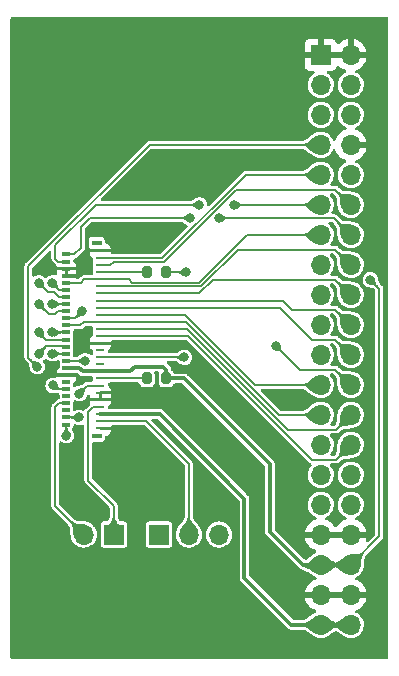
<source format=gbr>
%TF.GenerationSoftware,KiCad,Pcbnew,(6.0.9)*%
%TF.CreationDate,2022-11-21T18:53:06+08:00*%
%TF.ProjectId,Sitronix_3.97''_480x800,53697472-6f6e-4697-985f-332e39372727,rev?*%
%TF.SameCoordinates,Original*%
%TF.FileFunction,Copper,L1,Top*%
%TF.FilePolarity,Positive*%
%FSLAX46Y46*%
G04 Gerber Fmt 4.6, Leading zero omitted, Abs format (unit mm)*
G04 Created by KiCad (PCBNEW (6.0.9)) date 2022-11-21 18:53:06*
%MOMM*%
%LPD*%
G01*
G04 APERTURE LIST*
G04 Aperture macros list*
%AMRoundRect*
0 Rectangle with rounded corners*
0 $1 Rounding radius*
0 $2 $3 $4 $5 $6 $7 $8 $9 X,Y pos of 4 corners*
0 Add a 4 corners polygon primitive as box body*
4,1,4,$2,$3,$4,$5,$6,$7,$8,$9,$2,$3,0*
0 Add four circle primitives for the rounded corners*
1,1,$1+$1,$2,$3*
1,1,$1+$1,$4,$5*
1,1,$1+$1,$6,$7*
1,1,$1+$1,$8,$9*
0 Add four rect primitives between the rounded corners*
20,1,$1+$1,$2,$3,$4,$5,0*
20,1,$1+$1,$4,$5,$6,$7,0*
20,1,$1+$1,$6,$7,$8,$9,0*
20,1,$1+$1,$8,$9,$2,$3,0*%
G04 Aperture macros list end*
%TA.AperFunction,SMDPad,CuDef*%
%ADD10R,0.800000X0.260000*%
%TD*%
%TA.AperFunction,SMDPad,CuDef*%
%ADD11R,0.650000X0.300000*%
%TD*%
%TA.AperFunction,SMDPad,CuDef*%
%ADD12R,0.850000X0.400000*%
%TD*%
%TA.AperFunction,SMDPad,CuDef*%
%ADD13RoundRect,0.200000X-0.200000X-0.275000X0.200000X-0.275000X0.200000X0.275000X-0.200000X0.275000X0*%
%TD*%
%TA.AperFunction,ComponentPad*%
%ADD14R,1.700000X1.700000*%
%TD*%
%TA.AperFunction,ComponentPad*%
%ADD15O,1.700000X1.700000*%
%TD*%
%TA.AperFunction,ViaPad*%
%ADD16C,0.800000*%
%TD*%
%TA.AperFunction,Conductor*%
%ADD17C,0.150000*%
%TD*%
%TA.AperFunction,Conductor*%
%ADD18C,0.300000*%
%TD*%
G04 APERTURE END LIST*
D10*
%TO.P,J2,1,Pin_1*%
%TO.N,/GND*%
X81918000Y-94876000D03*
D11*
%TO.P,J2,2,Pin_2*%
%TO.N,/LCD_LED_Y*%
X79043000Y-94576000D03*
D10*
%TO.P,J2,3,Pin_3*%
%TO.N,/LCD_LED_R*%
X81918000Y-94276000D03*
D11*
%TO.P,J2,4,Pin_4*%
%TO.N,/LCD_LED_B*%
X79043000Y-93976000D03*
D10*
%TO.P,J2,5,Pin_5*%
%TO.N,/VCC5V*%
X81918000Y-93676000D03*
D11*
%TO.P,J2,6,Pin_6*%
%TO.N,unconnected-(J2-Pad6)*%
X79043000Y-93376000D03*
D10*
%TO.P,J2,7,Pin_7*%
%TO.N,/LCD_BL_A*%
X81918000Y-93076000D03*
D11*
%TO.P,J2,8,Pin_8*%
%TO.N,/LCD_BL_K*%
X79043000Y-92776000D03*
D10*
%TO.P,J2,9,Pin_9*%
%TO.N,/GND*%
X81918000Y-92476000D03*
D11*
%TO.P,J2,10,Pin_10*%
%TO.N,unconnected-(J2-Pad10)*%
X79043000Y-92176000D03*
D10*
%TO.P,J2,11,Pin_11*%
%TO.N,/GND*%
X81918000Y-91876000D03*
D11*
%TO.P,J2,12,Pin_12*%
%TO.N,/TP_SCL*%
X79043000Y-91576000D03*
D10*
%TO.P,J2,13,Pin_13*%
%TO.N,/TP_SDA*%
X81918000Y-91276000D03*
D11*
%TO.P,J2,14,Pin_14*%
%TO.N,unconnected-(J2-Pad14)*%
X79043000Y-90976000D03*
D10*
%TO.P,J2,15,Pin_15*%
%TO.N,Net-(J2-Pad15)*%
X81918000Y-90676000D03*
D11*
%TO.P,J2,16,Pin_16*%
%TO.N,/GND*%
X79043000Y-90376000D03*
D10*
%TO.P,J2,17,Pin_17*%
%TO.N,/VCC3.3V*%
X81918000Y-90076000D03*
D11*
%TO.P,J2,18,Pin_18*%
X79043000Y-89776000D03*
D10*
%TO.P,J2,19,Pin_19*%
%TO.N,unconnected-(J2-Pad19)*%
X81918000Y-89476000D03*
D11*
%TO.P,J2,20,Pin_20*%
%TO.N,/SPI_CS*%
X79043000Y-89176000D03*
D10*
%TO.P,J2,21,Pin_21*%
%TO.N,/SPI_DC*%
X81918000Y-88876000D03*
D11*
%TO.P,J2,22,Pin_22*%
%TO.N,/SPI_SCK*%
X79043000Y-88576000D03*
D10*
%TO.P,J2,23,Pin_23*%
%TO.N,unconnected-(J2-Pad23)*%
X81918000Y-88276000D03*
D11*
%TO.P,J2,24,Pin_24*%
%TO.N,/SPI_MOSI*%
X79043000Y-87976000D03*
D10*
%TO.P,J2,25,Pin_25*%
%TO.N,/GND*%
X81918000Y-87676000D03*
D11*
%TO.P,J2,26,Pin_26*%
%TO.N,/LCD_R7*%
X79043000Y-87376000D03*
D10*
%TO.P,J2,27,Pin_27*%
%TO.N,/LCD_R6*%
X81918000Y-87076000D03*
D11*
%TO.P,J2,28,Pin_28*%
%TO.N,/LCD_R5*%
X79043000Y-86776000D03*
D10*
%TO.P,J2,29,Pin_29*%
%TO.N,/LCD_R4*%
X81918000Y-86476000D03*
D11*
%TO.P,J2,30,Pin_30*%
%TO.N,/LCD_R3*%
X79043000Y-86176000D03*
D10*
%TO.P,J2,31,Pin_31*%
X81918000Y-85876000D03*
D11*
%TO.P,J2,32,Pin_32*%
%TO.N,/LCD_G7*%
X79043000Y-85576000D03*
D10*
%TO.P,J2,33,Pin_33*%
%TO.N,/LCD_G6*%
X81918000Y-85276000D03*
D11*
%TO.P,J2,34,Pin_34*%
%TO.N,/LCD_G5*%
X79043000Y-84976000D03*
D10*
%TO.P,J2,35,Pin_35*%
%TO.N,/LCD_G4*%
X81918000Y-84676000D03*
D11*
%TO.P,J2,36,Pin_36*%
%TO.N,/LCD_G3*%
X79043000Y-84376000D03*
D10*
%TO.P,J2,37,Pin_37*%
%TO.N,/LCD_G2*%
X81918000Y-84076000D03*
D11*
%TO.P,J2,38,Pin_38*%
%TO.N,/LCD_B7*%
X79043000Y-83776000D03*
D10*
%TO.P,J2,39,Pin_39*%
%TO.N,/LCD_B6*%
X81918000Y-83476000D03*
D11*
%TO.P,J2,40,Pin_40*%
%TO.N,/LCD_B5*%
X79043000Y-83176000D03*
D10*
%TO.P,J2,41,Pin_41*%
%TO.N,/LCD_B4*%
X81918000Y-82876000D03*
D11*
%TO.P,J2,42,Pin_42*%
%TO.N,/LCD_B3*%
X79043000Y-82576000D03*
D10*
%TO.P,J2,43,Pin_43*%
X81918000Y-82276000D03*
D11*
%TO.P,J2,44,Pin_44*%
%TO.N,/GND*%
X79043000Y-81976000D03*
D10*
%TO.P,J2,45,Pin_45*%
%TO.N,Net-(J2-Pad45)*%
X81918000Y-81676000D03*
D11*
%TO.P,J2,46,Pin_46*%
%TO.N,/GND*%
X79043000Y-81376000D03*
D10*
%TO.P,J2,47,Pin_47*%
%TO.N,/LCD_VSYNC*%
X81918000Y-81076000D03*
D11*
%TO.P,J2,48,Pin_48*%
%TO.N,/LCD_HSYNC*%
X79043000Y-80776000D03*
D10*
%TO.P,J2,49,Pin_49*%
%TO.N,/LCD_DE*%
X81918000Y-80476000D03*
D11*
%TO.P,J2,50,Pin_50*%
%TO.N,/LCD_PCLK*%
X79043000Y-80176000D03*
D10*
%TO.P,J2,51,Pin_51*%
%TO.N,/GND*%
X81918000Y-79876000D03*
D12*
%TO.P,J2,MP*%
%TO.N,N/C*%
X81593000Y-95576000D03*
X81593000Y-79176000D03*
%TD*%
D13*
%TO.P,R2,1*%
%TO.N,Net-(J2-Pad15)*%
X85852000Y-90676000D03*
%TO.P,R2,2*%
%TO.N,/VCC3.3V*%
X87502000Y-90676000D03*
%TD*%
D14*
%TO.P,J4,1,Pin_1*%
%TO.N,/LCD_BL_A*%
X83048000Y-103886000D03*
D15*
%TO.P,J4,2,Pin_2*%
%TO.N,/LCD_BL_K*%
X80508000Y-103886000D03*
%TD*%
D14*
%TO.P,J3,1,Pin_1*%
%TO.N,/LCD_LED_Y*%
X86868000Y-103886000D03*
D15*
%TO.P,J3,2,Pin_2*%
%TO.N,/LCD_LED_R*%
X89408000Y-103886000D03*
%TO.P,J3,3,Pin_3*%
%TO.N,/LCD_LED_B*%
X91948000Y-103886000D03*
%TD*%
D13*
%TO.P,R1,1*%
%TO.N,Net-(J2-Pad45)*%
X85852000Y-81676000D03*
%TO.P,R1,2*%
%TO.N,/VCC3.3V*%
X87502000Y-81676000D03*
%TD*%
D14*
%TO.P,J1,1,GND*%
%TO.N,/GND*%
X100564000Y-63276000D03*
D15*
%TO.P,J1,2,GND*%
X103104000Y-63276000D03*
%TO.P,J1,3,IO4*%
%TO.N,unconnected-(J1-Pad3)*%
X100564000Y-65816000D03*
%TO.P,J1,4,IO19*%
%TO.N,unconnected-(J1-Pad4)*%
X103104000Y-65816000D03*
%TO.P,J1,5,I2C_SDA*%
%TO.N,/TP_SDA*%
X100564000Y-68356000D03*
%TO.P,J1,6,IO20*%
%TO.N,unconnected-(J1-Pad6)*%
X103104000Y-68356000D03*
%TO.P,J1,7,I2C_SCL*%
%TO.N,/TP_SCL*%
X100564000Y-70896000D03*
%TO.P,J1,8,GND*%
%TO.N,/GND*%
X103104000Y-70896000D03*
%TO.P,J1,9,LCD_DE*%
%TO.N,/LCD_DE*%
X100564000Y-73436000D03*
%TO.P,J1,10,IO0*%
%TO.N,/SPI_DC*%
X103104000Y-73436000D03*
%TO.P,J1,11,LCD_HSYNC*%
%TO.N,/LCD_HSYNC*%
X100564000Y-75976000D03*
%TO.P,J1,12,LCD_VSYNC*%
%TO.N,/LCD_VSYNC*%
X103104000Y-75976000D03*
%TO.P,J1,13,LCD_B3*%
%TO.N,/LCD_B3*%
X100564000Y-78516000D03*
%TO.P,J1,14,LCD_PCLK*%
%TO.N,/LCD_PCLK*%
X103104000Y-78516000D03*
%TO.P,J1,15,LCD_B5*%
%TO.N,/LCD_B5*%
X100564000Y-81056000D03*
%TO.P,J1,16,LCD_B4*%
%TO.N,/LCD_B4*%
X103104000Y-81056000D03*
%TO.P,J1,17,LCD_B7*%
%TO.N,/LCD_B7*%
X100564000Y-83596000D03*
%TO.P,J1,18,LCD_B6*%
%TO.N,/LCD_B6*%
X103104000Y-83596000D03*
%TO.P,J1,19,LCD_G3*%
%TO.N,/LCD_G3*%
X100564000Y-86136000D03*
%TO.P,J1,20,LCD_G2*%
%TO.N,/LCD_G2*%
X103104000Y-86136000D03*
%TO.P,J1,21,LCD_G5*%
%TO.N,/LCD_G5*%
X100564000Y-88676000D03*
%TO.P,J1,22,LCD_G4*%
%TO.N,/LCD_G4*%
X103104000Y-88676000D03*
%TO.P,J1,23,LCD_G6*%
%TO.N,/LCD_G6*%
X100564000Y-91216000D03*
%TO.P,J1,24,LCD_G7*%
%TO.N,/LCD_G7*%
X103104000Y-91216000D03*
%TO.P,J1,25,LCD_R3*%
%TO.N,/LCD_R3*%
X100564000Y-93756000D03*
%TO.P,J1,26,LCD_R4*%
%TO.N,/LCD_R4*%
X103104000Y-93756000D03*
%TO.P,J1,27,LCD_R5*%
%TO.N,/LCD_R5*%
X100564000Y-96296000D03*
%TO.P,J1,28,LCD_R6*%
%TO.N,/LCD_R6*%
X103104000Y-96296000D03*
%TO.P,J1,29,LCD_R7*%
%TO.N,/LCD_R7*%
X100564000Y-98836000D03*
%TO.P,J1,30,SPI_MOSI*%
%TO.N,/SPI_MOSI*%
X103104000Y-98836000D03*
%TO.P,J1,31,SPI_CS*%
%TO.N,/SPI_CS*%
X100564000Y-101376000D03*
%TO.P,J1,32,SPI_SCK*%
%TO.N,/SPI_SCK*%
X103104000Y-101376000D03*
%TO.P,J1,33,GND*%
%TO.N,/GND*%
X100564000Y-103916000D03*
%TO.P,J1,34,GND*%
X103104000Y-103916000D03*
%TO.P,J1,35,VCC3.3V*%
%TO.N,/VCC3.3V*%
X100564000Y-106456000D03*
%TO.P,J1,36,VCC3.3V*%
X103104000Y-106456000D03*
%TO.P,J1,37,GND*%
%TO.N,/GND*%
X100564000Y-108996000D03*
%TO.P,J1,38,GND*%
X103104000Y-108996000D03*
%TO.P,J1,39,VCC5V*%
%TO.N,/VCC5V*%
X100564000Y-111536000D03*
%TO.P,J1,40,VCC5V*%
X103104000Y-111536000D03*
%TD*%
D16*
%TO.N,/GND*%
X105410000Y-107315000D03*
X84201000Y-107569000D03*
X105410000Y-110363000D03*
X83820000Y-97028000D03*
X75692000Y-103124000D03*
X97663000Y-97663000D03*
X76835000Y-68453000D03*
X91313000Y-73660000D03*
X86995000Y-100076000D03*
X81661000Y-78105000D03*
X91313000Y-66040000D03*
X83693000Y-66040000D03*
X94996000Y-94488000D03*
X86233000Y-73660000D03*
X97155000Y-107696000D03*
X86233000Y-66040000D03*
X88773000Y-66040000D03*
X75692000Y-95504000D03*
X93853000Y-66040000D03*
X75692000Y-100584000D03*
X91821000Y-107569000D03*
X76835000Y-65913000D03*
X83820000Y-78740000D03*
X81661000Y-107569000D03*
X93599000Y-93091000D03*
X76835000Y-70993000D03*
X95631000Y-106299000D03*
X85217000Y-78740000D03*
X89281000Y-107569000D03*
X86487000Y-78740000D03*
X86741000Y-107569000D03*
X76835000Y-73533000D03*
X92329000Y-91948000D03*
X85471000Y-98552000D03*
X76835000Y-76073000D03*
X98298000Y-109601000D03*
X75692000Y-92964000D03*
X88773000Y-73660000D03*
X77343000Y-81280000D03*
X75692000Y-98044000D03*
%TO.N,/TP_SDA*%
X80137000Y-91948000D03*
%TO.N,/TP_SCL*%
X77921339Y-91262161D03*
X76581000Y-89662000D03*
%TO.N,/SPI_DC*%
X89027000Y-88876000D03*
%TO.N,/LCD_HSYNC*%
X93218000Y-75976000D03*
X90297000Y-75976000D03*
%TO.N,/LCD_PCLK*%
X89535000Y-77089000D03*
X91948000Y-77089000D03*
%TO.N,/LCD_B5*%
X77851000Y-82576000D03*
%TO.N,/LCD_B7*%
X76708000Y-82576000D03*
%TO.N,/LCD_G3*%
X77851000Y-84376000D03*
%TO.N,/LCD_G5*%
X76708000Y-84376000D03*
%TO.N,/LCD_G7*%
X80391000Y-84976000D03*
X96774000Y-87884000D03*
%TO.N,/LCD_R5*%
X77851000Y-86776000D03*
%TO.N,/LCD_R7*%
X76708000Y-86776000D03*
%TO.N,/SPI_MOSI*%
X76708000Y-88576000D03*
%TO.N,/SPI_CS*%
X80645000Y-89176000D03*
%TO.N,/SPI_SCK*%
X77851000Y-88576000D03*
%TO.N,/VCC3.3V*%
X104775000Y-82296000D03*
X89154000Y-81676000D03*
%TO.N,/LCD_LED_Y*%
X79043000Y-95504000D03*
%TO.N,/LCD_LED_B*%
X80137000Y-93976000D03*
%TD*%
D17*
%TO.N,/SPI_DC*%
X81918000Y-88876000D02*
X89003000Y-88876000D01*
%TO.N,/GND*%
X76629000Y-90376000D02*
X75692000Y-91313000D01*
X79043000Y-90376000D02*
X76629000Y-90376000D01*
X75692000Y-91313000D02*
X75692000Y-92964000D01*
%TO.N,/TP_SDA*%
X80809000Y-91276000D02*
X81918000Y-91276000D01*
X80137000Y-91948000D02*
X80809000Y-91276000D01*
%TO.N,/TP_SCL*%
X78235178Y-91576000D02*
X77921339Y-91262161D01*
X75819000Y-88900000D02*
X75819000Y-81153000D01*
X79043000Y-91576000D02*
X78235178Y-91576000D01*
X76581000Y-89662000D02*
X75819000Y-88900000D01*
X86076000Y-70896000D02*
X100564000Y-70896000D01*
X75819000Y-81153000D02*
X86076000Y-70896000D01*
%TO.N,/LCD_DE*%
X87164000Y-80476000D02*
X94204000Y-73436000D01*
X94204000Y-73436000D02*
X100564000Y-73436000D01*
X81918000Y-80476000D02*
X87164000Y-80476000D01*
%TO.N,/LCD_HSYNC*%
X79043000Y-80776000D02*
X78363000Y-80776000D01*
X81504000Y-75976000D02*
X90297000Y-75976000D01*
X78363000Y-80776000D02*
X78105000Y-80518000D01*
X93218000Y-75976000D02*
X100564000Y-75976000D01*
X78105000Y-80518000D02*
X78105000Y-79375000D01*
X78105000Y-79375000D02*
X81504000Y-75976000D01*
%TO.N,/LCD_VSYNC*%
X87288264Y-80776000D02*
X93388264Y-74676000D01*
X82758000Y-81076000D02*
X83058000Y-80776000D01*
X83058000Y-80776000D02*
X87288264Y-80776000D01*
X93388264Y-74676000D02*
X101804000Y-74676000D01*
X81918000Y-81076000D02*
X82758000Y-81076000D01*
X101804000Y-74676000D02*
X103104000Y-75976000D01*
%TO.N,/LCD_B3*%
X81918000Y-82276000D02*
X80538000Y-82276000D01*
X84582000Y-82550000D02*
X90253736Y-82550000D01*
X81918000Y-82276000D02*
X84308000Y-82276000D01*
X94287736Y-78516000D02*
X100564000Y-78516000D01*
X80238000Y-82576000D02*
X79043000Y-82576000D01*
X90253736Y-82550000D02*
X94287736Y-78516000D01*
X80538000Y-82276000D02*
X80238000Y-82576000D01*
X84308000Y-82276000D02*
X84582000Y-82550000D01*
%TO.N,/LCD_PCLK*%
X80264000Y-79629000D02*
X80264000Y-77851000D01*
X91948000Y-77089000D02*
X101677000Y-77089000D01*
X101677000Y-77089000D02*
X103104000Y-78516000D01*
X87122000Y-77089000D02*
X89535000Y-77089000D01*
X81026000Y-77089000D02*
X87122000Y-77089000D01*
X80264000Y-77851000D02*
X81026000Y-77089000D01*
X79717000Y-80176000D02*
X80264000Y-79629000D01*
X79043000Y-80176000D02*
X79717000Y-80176000D01*
%TO.N,/LCD_B5*%
X78451000Y-83176000D02*
X77851000Y-82576000D01*
X79043000Y-83176000D02*
X78451000Y-83176000D01*
%TO.N,/LCD_B4*%
X81918000Y-82876000D02*
X90415500Y-82876000D01*
X90415500Y-82876000D02*
X93535500Y-79756000D01*
X101804000Y-79756000D02*
X103104000Y-81056000D01*
X93535500Y-79756000D02*
X101804000Y-79756000D01*
%TO.N,/LCD_B7*%
X77444000Y-83312000D02*
X76708000Y-82576000D01*
X78442000Y-83776000D02*
X77978000Y-83312000D01*
X79043000Y-83776000D02*
X78442000Y-83776000D01*
X77978000Y-83312000D02*
X77444000Y-83312000D01*
%TO.N,/LCD_B6*%
X90260000Y-83476000D02*
X91440000Y-82296000D01*
X101804000Y-82296000D02*
X103104000Y-83596000D01*
X91440000Y-82296000D02*
X101804000Y-82296000D01*
X81918000Y-83476000D02*
X90260000Y-83476000D01*
%TO.N,/LCD_G3*%
X79043000Y-84376000D02*
X77851000Y-84376000D01*
%TO.N,/LCD_G2*%
X101804000Y-84836000D02*
X103104000Y-86136000D01*
X81918000Y-84076000D02*
X97411000Y-84076000D01*
X98171000Y-84836000D02*
X101804000Y-84836000D01*
X97411000Y-84076000D02*
X98171000Y-84836000D01*
%TO.N,/LCD_G5*%
X78346000Y-84976000D02*
X78105000Y-85217000D01*
X79043000Y-84976000D02*
X78346000Y-84976000D01*
X77549000Y-85217000D02*
X76708000Y-84376000D01*
X78105000Y-85217000D02*
X77549000Y-85217000D01*
%TO.N,/LCD_G4*%
X101804000Y-87376000D02*
X103104000Y-88676000D01*
X97122000Y-84676000D02*
X99822000Y-87376000D01*
X99822000Y-87376000D02*
X101804000Y-87376000D01*
X81918000Y-84676000D02*
X97122000Y-84676000D01*
%TO.N,/LCD_G6*%
X89086000Y-85276000D02*
X95026000Y-91216000D01*
X95026000Y-91216000D02*
X100564000Y-91216000D01*
X81918000Y-85276000D02*
X89086000Y-85276000D01*
%TO.N,/LCD_G7*%
X101804000Y-89916000D02*
X103104000Y-91216000D01*
X98806000Y-89916000D02*
X101804000Y-89916000D01*
X79791000Y-85576000D02*
X80391000Y-84976000D01*
X96774000Y-87884000D02*
X98806000Y-89916000D01*
X79043000Y-85576000D02*
X79791000Y-85576000D01*
%TO.N,/LCD_R3*%
X89178000Y-85876000D02*
X97058000Y-93756000D01*
X97058000Y-93756000D02*
X100564000Y-93756000D01*
X80518000Y-85876000D02*
X80218000Y-86176000D01*
X81918000Y-85876000D02*
X80518000Y-85876000D01*
X80218000Y-86176000D02*
X79043000Y-86176000D01*
X81918000Y-85876000D02*
X89178000Y-85876000D01*
%TO.N,/LCD_R4*%
X97790000Y-94996000D02*
X101864000Y-94996000D01*
X81918000Y-86476000D02*
X89270000Y-86476000D01*
X89270000Y-86476000D02*
X97790000Y-94996000D01*
X101864000Y-94996000D02*
X103104000Y-93756000D01*
%TO.N,/LCD_R5*%
X77851000Y-86776000D02*
X79043000Y-86776000D01*
%TO.N,/LCD_R6*%
X81918000Y-87076000D02*
X89362000Y-87076000D01*
X101864000Y-97536000D02*
X103104000Y-96296000D01*
X89362000Y-87076000D02*
X99822000Y-97536000D01*
X99822000Y-97536000D02*
X101864000Y-97536000D01*
%TO.N,/LCD_R7*%
X79043000Y-87376000D02*
X79018000Y-87401000D01*
X77333000Y-87401000D02*
X76708000Y-86776000D01*
X79018000Y-87401000D02*
X77333000Y-87401000D01*
%TO.N,/SPI_MOSI*%
X77333000Y-87951000D02*
X76708000Y-88576000D01*
X79043000Y-87976000D02*
X79018000Y-87951000D01*
X79018000Y-87951000D02*
X77333000Y-87951000D01*
%TO.N,/SPI_CS*%
X79043000Y-89176000D02*
X80645000Y-89176000D01*
%TO.N,/SPI_SCK*%
X77851000Y-88576000D02*
X79043000Y-88576000D01*
D18*
%TO.N,/VCC3.3V*%
X80124000Y-89776000D02*
X80424000Y-90076000D01*
X84422000Y-90076000D02*
X84836000Y-89662000D01*
D17*
X105537000Y-104023000D02*
X103104000Y-106456000D01*
D18*
X84836000Y-89662000D02*
X87249000Y-89662000D01*
X81918000Y-90076000D02*
X84422000Y-90076000D01*
X96266000Y-103632000D02*
X99090000Y-106456000D01*
X100564000Y-106456000D02*
X103104000Y-106456000D01*
X79043000Y-89776000D02*
X80124000Y-89776000D01*
X87249000Y-89662000D02*
X87502000Y-89915000D01*
D17*
X87502000Y-81676000D02*
X89154000Y-81676000D01*
D18*
X99090000Y-106456000D02*
X100564000Y-106456000D01*
X87502000Y-89915000D02*
X87502000Y-90676000D01*
X87502000Y-90676000D02*
X89025000Y-90676000D01*
X80424000Y-90076000D02*
X81918000Y-90076000D01*
X96266000Y-97917000D02*
X96266000Y-103632000D01*
D17*
X104775000Y-82296000D02*
X105537000Y-83058000D01*
X105537000Y-83058000D02*
X105537000Y-104023000D01*
D18*
X89025000Y-90676000D02*
X96266000Y-97917000D01*
%TO.N,/VCC5V*%
X86945000Y-93676000D02*
X94107000Y-100838000D01*
X94107000Y-107569000D02*
X98074000Y-111536000D01*
X98074000Y-111536000D02*
X100564000Y-111536000D01*
X100564000Y-111536000D02*
X103104000Y-111536000D01*
X81918000Y-93676000D02*
X86945000Y-93676000D01*
X94107000Y-100838000D02*
X94107000Y-107569000D01*
D17*
%TO.N,/LCD_LED_Y*%
X79043000Y-94576000D02*
X79043000Y-95504000D01*
%TO.N,/LCD_LED_R*%
X81918000Y-94276000D02*
X85767000Y-94276000D01*
X89408000Y-97917000D02*
X89408000Y-103886000D01*
X85767000Y-94276000D02*
X89408000Y-97917000D01*
%TO.N,/LCD_LED_B*%
X79043000Y-93976000D02*
X80137000Y-93976000D01*
%TO.N,/LCD_BL_A*%
X81918000Y-93076000D02*
X81295000Y-93076000D01*
X80899000Y-99314000D02*
X83048000Y-101463000D01*
X83048000Y-101463000D02*
X83048000Y-103886000D01*
X81295000Y-93076000D02*
X80899000Y-93472000D01*
X80899000Y-93472000D02*
X80899000Y-99314000D01*
%TO.N,/LCD_BL_K*%
X78420000Y-92776000D02*
X78105000Y-93091000D01*
X78105000Y-93091000D02*
X78105000Y-101483000D01*
X79043000Y-92776000D02*
X78420000Y-92776000D01*
X78105000Y-101483000D02*
X80508000Y-103886000D01*
%TO.N,Net-(J2-Pad15)*%
X81918000Y-90676000D02*
X85852000Y-90676000D01*
%TO.N,Net-(J2-Pad45)*%
X81918000Y-81676000D02*
X85852000Y-81676000D01*
%TD*%
%TA.AperFunction,Conductor*%
%TO.N,/LCD_G5*%
G36*
X76891689Y-84240934D02*
G01*
X77077309Y-84244563D01*
X77085513Y-84248151D01*
X77088290Y-84252912D01*
X77109495Y-84323890D01*
X77109736Y-84324838D01*
X77124544Y-84395469D01*
X77124672Y-84396189D01*
X77134045Y-84460743D01*
X77134079Y-84461004D01*
X77141236Y-84521207D01*
X77149407Y-84578577D01*
X77149455Y-84578792D01*
X77149457Y-84578805D01*
X77157004Y-84612866D01*
X77161845Y-84634714D01*
X77181819Y-84691350D01*
X77212598Y-84750217D01*
X77212825Y-84750534D01*
X77212828Y-84750540D01*
X77212899Y-84750639D01*
X77257450Y-84813050D01*
X77257676Y-84813299D01*
X77312155Y-84873326D01*
X77315177Y-84881755D01*
X77311764Y-84889462D01*
X77221462Y-84979764D01*
X77213189Y-84983191D01*
X77205326Y-84980155D01*
X77145299Y-84925676D01*
X77145050Y-84925450D01*
X77094635Y-84889462D01*
X77082540Y-84880828D01*
X77082534Y-84880825D01*
X77082217Y-84880598D01*
X77023350Y-84849819D01*
X76985241Y-84836379D01*
X76967052Y-84829964D01*
X76967049Y-84829963D01*
X76966714Y-84829845D01*
X76944866Y-84825004D01*
X76910805Y-84817457D01*
X76910792Y-84817455D01*
X76910577Y-84817407D01*
X76878076Y-84812778D01*
X76853271Y-84809245D01*
X76853264Y-84809244D01*
X76853207Y-84809236D01*
X76793004Y-84802079D01*
X76792772Y-84802049D01*
X76728179Y-84792670D01*
X76727479Y-84792546D01*
X76695304Y-84785801D01*
X76656838Y-84777736D01*
X76655890Y-84777495D01*
X76584912Y-84756290D01*
X76577966Y-84750639D01*
X76576563Y-84745309D01*
X76566817Y-84246744D01*
X76570082Y-84238405D01*
X76578744Y-84234817D01*
X76891689Y-84240934D01*
G37*
%TD.AperFunction*%
%TD*%
%TA.AperFunction,Conductor*%
%TO.N,/LCD_R5*%
G36*
X78032869Y-86420057D02*
G01*
X78098063Y-86455256D01*
X78098882Y-86455744D01*
X78138676Y-86481744D01*
X78159317Y-86495231D01*
X78159915Y-86495650D01*
X78212162Y-86534648D01*
X78212403Y-86534832D01*
X78259973Y-86572294D01*
X78260001Y-86572315D01*
X78260022Y-86572332D01*
X78260051Y-86572353D01*
X78260080Y-86572376D01*
X78306184Y-86606984D01*
X78306367Y-86607121D01*
X78306546Y-86607235D01*
X78306556Y-86607242D01*
X78354564Y-86637835D01*
X78354856Y-86638021D01*
X78355165Y-86638169D01*
X78355167Y-86638170D01*
X78408649Y-86663764D01*
X78408653Y-86663766D01*
X78409028Y-86663945D01*
X78472418Y-86683807D01*
X78472812Y-86683873D01*
X78472813Y-86683873D01*
X78548225Y-86696464D01*
X78548232Y-86696465D01*
X78548563Y-86696520D01*
X78548900Y-86696536D01*
X78548906Y-86696537D01*
X78588886Y-86698474D01*
X78629867Y-86700460D01*
X78637964Y-86704283D01*
X78641000Y-86712146D01*
X78641000Y-86839853D01*
X78637573Y-86848126D01*
X78629866Y-86851539D01*
X78548906Y-86855462D01*
X78548900Y-86855463D01*
X78548563Y-86855479D01*
X78548232Y-86855534D01*
X78548225Y-86855535D01*
X78472813Y-86868126D01*
X78472418Y-86868192D01*
X78409028Y-86888054D01*
X78408653Y-86888233D01*
X78408649Y-86888235D01*
X78355167Y-86913829D01*
X78354856Y-86913978D01*
X78354565Y-86914163D01*
X78354564Y-86914164D01*
X78306556Y-86944757D01*
X78306546Y-86944764D01*
X78306367Y-86944878D01*
X78306190Y-86945011D01*
X78306184Y-86945015D01*
X78260080Y-86979623D01*
X78260051Y-86979646D01*
X78260022Y-86979667D01*
X78260001Y-86979684D01*
X78259973Y-86979705D01*
X78212403Y-87017167D01*
X78212162Y-87017351D01*
X78159915Y-87056349D01*
X78159317Y-87056768D01*
X78098882Y-87096255D01*
X78098063Y-87096743D01*
X78032869Y-87131943D01*
X78023961Y-87132858D01*
X78019200Y-87130081D01*
X77901880Y-87017260D01*
X77659769Y-86784433D01*
X77656181Y-86776229D01*
X77659769Y-86767567D01*
X77728991Y-86701000D01*
X78019200Y-86421919D01*
X78027539Y-86418654D01*
X78032869Y-86420057D01*
G37*
%TD.AperFunction*%
%TD*%
%TA.AperFunction,Conductor*%
%TO.N,/TP_SCL*%
G36*
X76083674Y-89057845D02*
G01*
X76143949Y-89112549D01*
X76144221Y-89112743D01*
X76206459Y-89157171D01*
X76206465Y-89157174D01*
X76206782Y-89157401D01*
X76265649Y-89188180D01*
X76303758Y-89201620D01*
X76321947Y-89208035D01*
X76321950Y-89208036D01*
X76322285Y-89208154D01*
X76344133Y-89212995D01*
X76378194Y-89220542D01*
X76378207Y-89220544D01*
X76378422Y-89220592D01*
X76378655Y-89220625D01*
X76378654Y-89220625D01*
X76435728Y-89228754D01*
X76435735Y-89228755D01*
X76435792Y-89228763D01*
X76495995Y-89235920D01*
X76496227Y-89235950D01*
X76560820Y-89245329D01*
X76561520Y-89245453D01*
X76593695Y-89252198D01*
X76632161Y-89260263D01*
X76633109Y-89260504D01*
X76663354Y-89269540D01*
X76704089Y-89281710D01*
X76711034Y-89287360D01*
X76712437Y-89292690D01*
X76722183Y-89791256D01*
X76718918Y-89799595D01*
X76710256Y-89803183D01*
X76416300Y-89797437D01*
X76211690Y-89793437D01*
X76203486Y-89789849D01*
X76200710Y-89785090D01*
X76179504Y-89714109D01*
X76179263Y-89713161D01*
X76164455Y-89642530D01*
X76164327Y-89641810D01*
X76154954Y-89577256D01*
X76154915Y-89576956D01*
X76147771Y-89516862D01*
X76147763Y-89516792D01*
X76139592Y-89459422D01*
X76139544Y-89459207D01*
X76139542Y-89459194D01*
X76127231Y-89403634D01*
X76127154Y-89403285D01*
X76107180Y-89346649D01*
X76076401Y-89287782D01*
X76076174Y-89287465D01*
X76076171Y-89287459D01*
X76034277Y-89228771D01*
X76031549Y-89224949D01*
X75976845Y-89164674D01*
X75973823Y-89156245D01*
X75977236Y-89148538D01*
X76067538Y-89058236D01*
X76075811Y-89054809D01*
X76083674Y-89057845D01*
G37*
%TD.AperFunction*%
%TD*%
%TA.AperFunction,Conductor*%
%TO.N,/TP_SCL*%
G36*
X78125817Y-91127502D02*
G01*
X78290792Y-91130727D01*
X78298996Y-91134315D01*
X78301718Y-91138894D01*
X78317430Y-91188531D01*
X78317546Y-91188923D01*
X78332990Y-91244375D01*
X78347653Y-91296959D01*
X78363435Y-91345536D01*
X78382295Y-91389181D01*
X78406193Y-91426966D01*
X78437088Y-91457967D01*
X78437740Y-91458348D01*
X78476309Y-91480890D01*
X78476313Y-91480892D01*
X78476938Y-91481257D01*
X78527703Y-91495909D01*
X78541846Y-91497040D01*
X78580575Y-91500139D01*
X78588549Y-91504215D01*
X78591342Y-91511802D01*
X78591342Y-91639339D01*
X78587915Y-91647612D01*
X78579682Y-91651039D01*
X78504884Y-91651292D01*
X78499098Y-91651312D01*
X78421209Y-91652160D01*
X78354395Y-91653410D01*
X78354379Y-91653410D01*
X78295377Y-91654928D01*
X78240876Y-91656580D01*
X78187653Y-91658230D01*
X78187612Y-91658214D01*
X78187612Y-91658231D01*
X78132306Y-91659749D01*
X78071677Y-91660999D01*
X78071579Y-91661000D01*
X78002522Y-91661846D01*
X78002424Y-91661847D01*
X77936718Y-91662101D01*
X77930411Y-91662125D01*
X77922125Y-91658730D01*
X77919046Y-91653382D01*
X77868103Y-91458348D01*
X77783825Y-91135697D01*
X77785050Y-91126826D01*
X77792188Y-91121420D01*
X77795373Y-91121042D01*
X78125817Y-91127502D01*
G37*
%TD.AperFunction*%
%TD*%
%TA.AperFunction,Conductor*%
%TO.N,/LCD_G3*%
G36*
X78032869Y-84020057D02*
G01*
X78098063Y-84055256D01*
X78098882Y-84055744D01*
X78138676Y-84081744D01*
X78159317Y-84095231D01*
X78159915Y-84095650D01*
X78212162Y-84134648D01*
X78212403Y-84134832D01*
X78259973Y-84172294D01*
X78260001Y-84172315D01*
X78260022Y-84172332D01*
X78260051Y-84172353D01*
X78260080Y-84172376D01*
X78306184Y-84206984D01*
X78306367Y-84207121D01*
X78306546Y-84207235D01*
X78306556Y-84207242D01*
X78354564Y-84237835D01*
X78354856Y-84238021D01*
X78355165Y-84238169D01*
X78355167Y-84238170D01*
X78408649Y-84263764D01*
X78408653Y-84263766D01*
X78409028Y-84263945D01*
X78472418Y-84283807D01*
X78472812Y-84283873D01*
X78472813Y-84283873D01*
X78548225Y-84296464D01*
X78548232Y-84296465D01*
X78548563Y-84296520D01*
X78548900Y-84296536D01*
X78548906Y-84296537D01*
X78588886Y-84298474D01*
X78629867Y-84300460D01*
X78637964Y-84304283D01*
X78641000Y-84312146D01*
X78641000Y-84439853D01*
X78637573Y-84448126D01*
X78629866Y-84451539D01*
X78548906Y-84455462D01*
X78548900Y-84455463D01*
X78548563Y-84455479D01*
X78548232Y-84455534D01*
X78548225Y-84455535D01*
X78472813Y-84468126D01*
X78472418Y-84468192D01*
X78409028Y-84488054D01*
X78408653Y-84488233D01*
X78408649Y-84488235D01*
X78355167Y-84513829D01*
X78354856Y-84513978D01*
X78354565Y-84514163D01*
X78354564Y-84514164D01*
X78306556Y-84544757D01*
X78306546Y-84544764D01*
X78306367Y-84544878D01*
X78306190Y-84545011D01*
X78306184Y-84545015D01*
X78260080Y-84579623D01*
X78260051Y-84579646D01*
X78260022Y-84579667D01*
X78260001Y-84579684D01*
X78259973Y-84579705D01*
X78212403Y-84617167D01*
X78212162Y-84617351D01*
X78159915Y-84656349D01*
X78159317Y-84656768D01*
X78098882Y-84696255D01*
X78098063Y-84696743D01*
X78032869Y-84731943D01*
X78023961Y-84732858D01*
X78019200Y-84730081D01*
X77901880Y-84617260D01*
X77659769Y-84384433D01*
X77656181Y-84376229D01*
X77659769Y-84367567D01*
X77728991Y-84301000D01*
X78019200Y-84021919D01*
X78027539Y-84018654D01*
X78032869Y-84020057D01*
G37*
%TD.AperFunction*%
%TD*%
%TA.AperFunction,Conductor*%
%TO.N,/LCD_LED_Y*%
G36*
X79115126Y-94717427D02*
G01*
X79118539Y-94725134D01*
X79122479Y-94806436D01*
X79135192Y-94882581D01*
X79155054Y-94945971D01*
X79180978Y-95000143D01*
X79181163Y-95000434D01*
X79181164Y-95000435D01*
X79211757Y-95048443D01*
X79211764Y-95048453D01*
X79211878Y-95048632D01*
X79212011Y-95048809D01*
X79212015Y-95048815D01*
X79246623Y-95094919D01*
X79246705Y-95095026D01*
X79284167Y-95142596D01*
X79284351Y-95142837D01*
X79323349Y-95195084D01*
X79323768Y-95195682D01*
X79363255Y-95256117D01*
X79363743Y-95256936D01*
X79398943Y-95322131D01*
X79399858Y-95331039D01*
X79397081Y-95335800D01*
X79051433Y-95695231D01*
X79043229Y-95698819D01*
X79034567Y-95695231D01*
X78688919Y-95335800D01*
X78685654Y-95327461D01*
X78687057Y-95322132D01*
X78722250Y-95256948D01*
X78722744Y-95256116D01*
X78762231Y-95195682D01*
X78762650Y-95195084D01*
X78801648Y-95142837D01*
X78801832Y-95142596D01*
X78839294Y-95095026D01*
X78839376Y-95094919D01*
X78873984Y-95048815D01*
X78873988Y-95048809D01*
X78874121Y-95048632D01*
X78874235Y-95048453D01*
X78874242Y-95048443D01*
X78904835Y-95000435D01*
X78904836Y-95000434D01*
X78905021Y-95000143D01*
X78930945Y-94945971D01*
X78950807Y-94882581D01*
X78963520Y-94806436D01*
X78967460Y-94725133D01*
X78971283Y-94717036D01*
X78979146Y-94714000D01*
X79106853Y-94714000D01*
X79115126Y-94717427D01*
G37*
%TD.AperFunction*%
%TD*%
%TA.AperFunction,Conductor*%
%TO.N,/VCC3.3V*%
G36*
X104958689Y-82160934D02*
G01*
X105144309Y-82164563D01*
X105152513Y-82168151D01*
X105155290Y-82172912D01*
X105176495Y-82243890D01*
X105176736Y-82244838D01*
X105191544Y-82315469D01*
X105191672Y-82316189D01*
X105201045Y-82380743D01*
X105201079Y-82381004D01*
X105208236Y-82441207D01*
X105216407Y-82498577D01*
X105216455Y-82498792D01*
X105216457Y-82498805D01*
X105224004Y-82532866D01*
X105228845Y-82554714D01*
X105248819Y-82611350D01*
X105279598Y-82670217D01*
X105279825Y-82670534D01*
X105279828Y-82670540D01*
X105279899Y-82670639D01*
X105324450Y-82733050D01*
X105324676Y-82733299D01*
X105379155Y-82793326D01*
X105382177Y-82801755D01*
X105378764Y-82809462D01*
X105288462Y-82899764D01*
X105280189Y-82903191D01*
X105272326Y-82900155D01*
X105212299Y-82845676D01*
X105212050Y-82845450D01*
X105161635Y-82809462D01*
X105149540Y-82800828D01*
X105149534Y-82800825D01*
X105149217Y-82800598D01*
X105090350Y-82769819D01*
X105052241Y-82756379D01*
X105034052Y-82749964D01*
X105034049Y-82749963D01*
X105033714Y-82749845D01*
X105011866Y-82745004D01*
X104977805Y-82737457D01*
X104977792Y-82737455D01*
X104977577Y-82737407D01*
X104945076Y-82732778D01*
X104920271Y-82729245D01*
X104920264Y-82729244D01*
X104920207Y-82729236D01*
X104860004Y-82722079D01*
X104859772Y-82722049D01*
X104795179Y-82712670D01*
X104794479Y-82712546D01*
X104762304Y-82705801D01*
X104723838Y-82697736D01*
X104722890Y-82697495D01*
X104651912Y-82676290D01*
X104644966Y-82670639D01*
X104643563Y-82665309D01*
X104633817Y-82166744D01*
X104637082Y-82158405D01*
X104645744Y-82154817D01*
X104958689Y-82160934D01*
G37*
%TD.AperFunction*%
%TD*%
%TA.AperFunction,Conductor*%
%TO.N,/LCD_BL_A*%
G36*
X83120222Y-102199427D02*
G01*
X83123630Y-102207033D01*
X83134518Y-102397753D01*
X83167022Y-102561847D01*
X83167189Y-102562293D01*
X83167190Y-102562297D01*
X83217265Y-102696142D01*
X83217267Y-102696147D01*
X83217432Y-102696587D01*
X83282668Y-102810277D01*
X83282901Y-102810583D01*
X83282904Y-102810587D01*
X83359523Y-102911057D01*
X83359531Y-102911067D01*
X83359651Y-102911224D01*
X83359789Y-102911379D01*
X83445273Y-103007700D01*
X83445333Y-103007768D01*
X83536376Y-103107927D01*
X83536708Y-103108309D01*
X83629979Y-103220284D01*
X83630572Y-103221060D01*
X83723117Y-103353180D01*
X83723771Y-103354228D01*
X83808821Y-103507941D01*
X83809828Y-103516839D01*
X83807017Y-103521715D01*
X83056433Y-104302231D01*
X83048229Y-104305819D01*
X83039567Y-104302231D01*
X82288983Y-103521715D01*
X82285718Y-103513376D01*
X82287179Y-103507941D01*
X82372228Y-103354228D01*
X82372882Y-103353180D01*
X82465427Y-103221060D01*
X82466020Y-103220284D01*
X82559291Y-103108309D01*
X82559623Y-103107927D01*
X82650666Y-103007768D01*
X82650726Y-103007700D01*
X82736210Y-102911379D01*
X82736348Y-102911224D01*
X82736468Y-102911067D01*
X82736476Y-102911057D01*
X82813095Y-102810587D01*
X82813098Y-102810583D01*
X82813331Y-102810277D01*
X82878567Y-102696587D01*
X82878732Y-102696147D01*
X82878734Y-102696142D01*
X82928809Y-102562297D01*
X82928810Y-102562293D01*
X82928977Y-102561847D01*
X82961481Y-102397753D01*
X82972370Y-102207033D01*
X82976263Y-102198969D01*
X82984051Y-102196000D01*
X83111949Y-102196000D01*
X83120222Y-102199427D01*
G37*
%TD.AperFunction*%
%TD*%
%TA.AperFunction,Conductor*%
%TO.N,/LCD_B7*%
G36*
X76891689Y-82440934D02*
G01*
X77077309Y-82444563D01*
X77085513Y-82448151D01*
X77088290Y-82452912D01*
X77109495Y-82523890D01*
X77109736Y-82524838D01*
X77124544Y-82595469D01*
X77124672Y-82596189D01*
X77134045Y-82660743D01*
X77134079Y-82661004D01*
X77141236Y-82721207D01*
X77149407Y-82778577D01*
X77149455Y-82778792D01*
X77149457Y-82778805D01*
X77157004Y-82812866D01*
X77161845Y-82834714D01*
X77181819Y-82891350D01*
X77212598Y-82950217D01*
X77212825Y-82950534D01*
X77212828Y-82950540D01*
X77212899Y-82950639D01*
X77257450Y-83013050D01*
X77257676Y-83013299D01*
X77312155Y-83073326D01*
X77315177Y-83081755D01*
X77311764Y-83089462D01*
X77221462Y-83179764D01*
X77213189Y-83183191D01*
X77205326Y-83180155D01*
X77145299Y-83125676D01*
X77145050Y-83125450D01*
X77094635Y-83089462D01*
X77082540Y-83080828D01*
X77082534Y-83080825D01*
X77082217Y-83080598D01*
X77023350Y-83049819D01*
X76985241Y-83036379D01*
X76967052Y-83029964D01*
X76967049Y-83029963D01*
X76966714Y-83029845D01*
X76944866Y-83025004D01*
X76910805Y-83017457D01*
X76910792Y-83017455D01*
X76910577Y-83017407D01*
X76878076Y-83012778D01*
X76853271Y-83009245D01*
X76853264Y-83009244D01*
X76853207Y-83009236D01*
X76793004Y-83002079D01*
X76792772Y-83002049D01*
X76728179Y-82992670D01*
X76727479Y-82992546D01*
X76695304Y-82985801D01*
X76656838Y-82977736D01*
X76655890Y-82977495D01*
X76584912Y-82956290D01*
X76577966Y-82950639D01*
X76576563Y-82945309D01*
X76566817Y-82446744D01*
X76570082Y-82438405D01*
X76578744Y-82434817D01*
X76891689Y-82440934D01*
G37*
%TD.AperFunction*%
%TD*%
%TA.AperFunction,Conductor*%
%TO.N,/SPI_DC*%
G36*
X88858787Y-88521906D02*
G01*
X89152017Y-88803892D01*
X89218231Y-88867567D01*
X89221819Y-88875771D01*
X89218231Y-88884433D01*
X88894093Y-89196142D01*
X88858788Y-89230093D01*
X88850449Y-89233358D01*
X88845139Y-89231966D01*
X88778481Y-89196142D01*
X88777679Y-89195669D01*
X88715892Y-89155821D01*
X88715325Y-89155431D01*
X88661767Y-89116252D01*
X88661553Y-89116091D01*
X88612801Y-89078684D01*
X88612782Y-89078670D01*
X88612712Y-89078616D01*
X88565135Y-89043965D01*
X88540002Y-89028466D01*
X88515669Y-89013459D01*
X88515662Y-89013455D01*
X88515373Y-89013277D01*
X88480720Y-88997247D01*
X88460217Y-88987762D01*
X88460212Y-88987760D01*
X88459853Y-88987594D01*
X88459474Y-88987479D01*
X88459468Y-88987477D01*
X88428398Y-88978071D01*
X88394999Y-88967959D01*
X88394619Y-88967898D01*
X88394616Y-88967897D01*
X88356403Y-88961732D01*
X88317240Y-88955413D01*
X88264647Y-88952950D01*
X88234153Y-88951522D01*
X88226049Y-88947712D01*
X88223000Y-88939835D01*
X88223000Y-88812165D01*
X88226427Y-88803892D01*
X88234153Y-88800478D01*
X88271891Y-88798710D01*
X88317240Y-88796586D01*
X88356403Y-88790267D01*
X88394616Y-88784102D01*
X88394619Y-88784101D01*
X88394999Y-88784040D01*
X88428398Y-88773928D01*
X88459468Y-88764522D01*
X88459474Y-88764520D01*
X88459853Y-88764405D01*
X88460212Y-88764239D01*
X88460217Y-88764237D01*
X88480720Y-88754752D01*
X88515373Y-88738722D01*
X88515662Y-88738544D01*
X88515669Y-88738540D01*
X88540002Y-88723533D01*
X88565135Y-88708034D01*
X88612712Y-88673383D01*
X88661553Y-88635908D01*
X88661767Y-88635747D01*
X88715325Y-88596568D01*
X88715892Y-88596178D01*
X88777679Y-88556330D01*
X88778481Y-88555857D01*
X88845139Y-88520034D01*
X88854049Y-88519136D01*
X88858787Y-88521906D01*
G37*
%TD.AperFunction*%
%TD*%
%TA.AperFunction,Conductor*%
%TO.N,/LCD_HSYNC*%
G36*
X90128800Y-75621919D02*
G01*
X90419010Y-75901000D01*
X90488231Y-75967567D01*
X90491819Y-75975771D01*
X90488231Y-75984433D01*
X90246120Y-76217260D01*
X90128800Y-76330081D01*
X90120461Y-76333346D01*
X90115131Y-76331943D01*
X90111682Y-76330081D01*
X90049936Y-76296743D01*
X90049117Y-76296255D01*
X89988682Y-76256768D01*
X89988084Y-76256349D01*
X89935837Y-76217351D01*
X89935596Y-76217167D01*
X89888026Y-76179705D01*
X89887998Y-76179684D01*
X89887977Y-76179667D01*
X89887948Y-76179646D01*
X89887919Y-76179623D01*
X89841815Y-76145015D01*
X89841809Y-76145011D01*
X89841632Y-76144878D01*
X89841453Y-76144764D01*
X89841443Y-76144757D01*
X89793435Y-76114164D01*
X89793434Y-76114163D01*
X89793143Y-76113978D01*
X89792832Y-76113829D01*
X89739350Y-76088235D01*
X89739346Y-76088233D01*
X89738971Y-76088054D01*
X89675581Y-76068192D01*
X89675186Y-76068126D01*
X89599774Y-76055535D01*
X89599767Y-76055534D01*
X89599436Y-76055479D01*
X89599099Y-76055463D01*
X89599093Y-76055462D01*
X89518134Y-76051539D01*
X89510036Y-76047716D01*
X89507000Y-76039853D01*
X89507000Y-75912146D01*
X89510427Y-75903873D01*
X89518133Y-75900460D01*
X89558815Y-75898489D01*
X89599093Y-75896537D01*
X89599099Y-75896536D01*
X89599436Y-75896520D01*
X89599767Y-75896465D01*
X89599774Y-75896464D01*
X89675186Y-75883873D01*
X89675187Y-75883873D01*
X89675581Y-75883807D01*
X89738971Y-75863945D01*
X89739346Y-75863766D01*
X89739350Y-75863764D01*
X89792832Y-75838170D01*
X89792834Y-75838169D01*
X89793143Y-75838021D01*
X89793435Y-75837835D01*
X89841443Y-75807242D01*
X89841453Y-75807235D01*
X89841632Y-75807121D01*
X89841815Y-75806984D01*
X89887919Y-75772376D01*
X89887948Y-75772353D01*
X89887977Y-75772332D01*
X89887998Y-75772315D01*
X89888026Y-75772294D01*
X89935596Y-75734832D01*
X89935837Y-75734648D01*
X89988084Y-75695650D01*
X89988682Y-75695231D01*
X90009323Y-75681744D01*
X90049116Y-75655744D01*
X90049948Y-75655250D01*
X90115132Y-75620057D01*
X90124039Y-75619142D01*
X90128800Y-75621919D01*
G37*
%TD.AperFunction*%
%TD*%
%TA.AperFunction,Conductor*%
%TO.N,/LCD_G7*%
G36*
X96957689Y-87748934D02*
G01*
X97143309Y-87752563D01*
X97151513Y-87756151D01*
X97154290Y-87760912D01*
X97175495Y-87831890D01*
X97175736Y-87832838D01*
X97190544Y-87903469D01*
X97190672Y-87904189D01*
X97200045Y-87968743D01*
X97200079Y-87969004D01*
X97207236Y-88029207D01*
X97215407Y-88086577D01*
X97215455Y-88086792D01*
X97215457Y-88086805D01*
X97223004Y-88120866D01*
X97227845Y-88142714D01*
X97247819Y-88199350D01*
X97278598Y-88258217D01*
X97278825Y-88258534D01*
X97278828Y-88258540D01*
X97278899Y-88258639D01*
X97323450Y-88321050D01*
X97323676Y-88321299D01*
X97378155Y-88381326D01*
X97381177Y-88389755D01*
X97377764Y-88397462D01*
X97287462Y-88487764D01*
X97279189Y-88491191D01*
X97271326Y-88488155D01*
X97211299Y-88433676D01*
X97211050Y-88433450D01*
X97160635Y-88397462D01*
X97148540Y-88388828D01*
X97148534Y-88388825D01*
X97148217Y-88388598D01*
X97089350Y-88357819D01*
X97051241Y-88344379D01*
X97033052Y-88337964D01*
X97033049Y-88337963D01*
X97032714Y-88337845D01*
X97010866Y-88333004D01*
X96976805Y-88325457D01*
X96976792Y-88325455D01*
X96976577Y-88325407D01*
X96944076Y-88320778D01*
X96919271Y-88317245D01*
X96919264Y-88317244D01*
X96919207Y-88317236D01*
X96859004Y-88310079D01*
X96858772Y-88310049D01*
X96794179Y-88300670D01*
X96793479Y-88300546D01*
X96761304Y-88293801D01*
X96722838Y-88285736D01*
X96721890Y-88285495D01*
X96650912Y-88264290D01*
X96643966Y-88258639D01*
X96642563Y-88253309D01*
X96632817Y-87754744D01*
X96636082Y-87746405D01*
X96644744Y-87742817D01*
X96957689Y-87748934D01*
G37*
%TD.AperFunction*%
%TD*%
%TA.AperFunction,Conductor*%
%TO.N,/LCD_HSYNC*%
G36*
X93399869Y-75620057D02*
G01*
X93465063Y-75655256D01*
X93465882Y-75655744D01*
X93505676Y-75681744D01*
X93526317Y-75695231D01*
X93526915Y-75695650D01*
X93579162Y-75734648D01*
X93579403Y-75734832D01*
X93626973Y-75772294D01*
X93627001Y-75772315D01*
X93627022Y-75772332D01*
X93627051Y-75772353D01*
X93627080Y-75772376D01*
X93673184Y-75806984D01*
X93673367Y-75807121D01*
X93673546Y-75807235D01*
X93673556Y-75807242D01*
X93721564Y-75837835D01*
X93721856Y-75838021D01*
X93722165Y-75838169D01*
X93722167Y-75838170D01*
X93775649Y-75863764D01*
X93775653Y-75863766D01*
X93776028Y-75863945D01*
X93839418Y-75883807D01*
X93839812Y-75883873D01*
X93839813Y-75883873D01*
X93915225Y-75896464D01*
X93915232Y-75896465D01*
X93915563Y-75896520D01*
X93915900Y-75896536D01*
X93915906Y-75896537D01*
X93955886Y-75898474D01*
X93996867Y-75900460D01*
X94004964Y-75904283D01*
X94008000Y-75912146D01*
X94008000Y-76039853D01*
X94004573Y-76048126D01*
X93996866Y-76051539D01*
X93915906Y-76055462D01*
X93915900Y-76055463D01*
X93915563Y-76055479D01*
X93915232Y-76055534D01*
X93915225Y-76055535D01*
X93839813Y-76068126D01*
X93839418Y-76068192D01*
X93776028Y-76088054D01*
X93775653Y-76088233D01*
X93775649Y-76088235D01*
X93722167Y-76113829D01*
X93721856Y-76113978D01*
X93721565Y-76114163D01*
X93721564Y-76114164D01*
X93673556Y-76144757D01*
X93673546Y-76144764D01*
X93673367Y-76144878D01*
X93673190Y-76145011D01*
X93673184Y-76145015D01*
X93627080Y-76179623D01*
X93627051Y-76179646D01*
X93627022Y-76179667D01*
X93627001Y-76179684D01*
X93626973Y-76179705D01*
X93579403Y-76217167D01*
X93579162Y-76217351D01*
X93526915Y-76256349D01*
X93526317Y-76256768D01*
X93465882Y-76296255D01*
X93465063Y-76296743D01*
X93399869Y-76331943D01*
X93390961Y-76332858D01*
X93386200Y-76330081D01*
X93268880Y-76217260D01*
X93026769Y-75984433D01*
X93023181Y-75976229D01*
X93026769Y-75967567D01*
X93095991Y-75901000D01*
X93386200Y-75621919D01*
X93394539Y-75618654D01*
X93399869Y-75620057D01*
G37*
%TD.AperFunction*%
%TD*%
%TA.AperFunction,Conductor*%
%TO.N,/TP_SCL*%
G36*
X100199715Y-70136983D02*
G01*
X100480976Y-70407458D01*
X100865328Y-70777070D01*
X100980231Y-70887567D01*
X100983819Y-70895771D01*
X100980231Y-70904433D01*
X100865232Y-71015022D01*
X100199715Y-71655017D01*
X100191376Y-71658282D01*
X100185941Y-71656821D01*
X100032228Y-71571771D01*
X100031180Y-71571117D01*
X99899060Y-71478572D01*
X99898284Y-71477979D01*
X99786309Y-71384708D01*
X99785927Y-71384376D01*
X99685768Y-71293333D01*
X99685700Y-71293273D01*
X99589379Y-71207789D01*
X99589224Y-71207651D01*
X99589067Y-71207531D01*
X99589057Y-71207523D01*
X99488587Y-71130904D01*
X99488583Y-71130901D01*
X99488277Y-71130668D01*
X99374587Y-71065432D01*
X99374147Y-71065267D01*
X99374142Y-71065265D01*
X99240297Y-71015190D01*
X99240293Y-71015189D01*
X99239847Y-71015022D01*
X99172837Y-71001749D01*
X99076154Y-70982597D01*
X99076148Y-70982596D01*
X99075753Y-70982518D01*
X98885033Y-70971630D01*
X98876969Y-70967737D01*
X98874000Y-70959949D01*
X98874000Y-70832051D01*
X98877427Y-70823778D01*
X98885033Y-70820370D01*
X99075753Y-70809481D01*
X99076148Y-70809403D01*
X99076154Y-70809402D01*
X99172837Y-70790250D01*
X99239847Y-70776977D01*
X99240293Y-70776810D01*
X99240297Y-70776809D01*
X99374142Y-70726734D01*
X99374147Y-70726732D01*
X99374587Y-70726567D01*
X99488277Y-70661331D01*
X99488583Y-70661098D01*
X99488587Y-70661095D01*
X99589057Y-70584476D01*
X99589067Y-70584468D01*
X99589224Y-70584348D01*
X99685733Y-70498697D01*
X99685737Y-70498693D01*
X99685768Y-70498666D01*
X99785927Y-70407623D01*
X99786309Y-70407291D01*
X99898284Y-70314020D01*
X99899060Y-70313427D01*
X100031180Y-70220882D01*
X100032228Y-70220228D01*
X100185941Y-70135179D01*
X100194839Y-70134172D01*
X100199715Y-70136983D01*
G37*
%TD.AperFunction*%
%TD*%
%TA.AperFunction,Conductor*%
%TO.N,/VCC3.3V*%
G36*
X88985800Y-81321919D02*
G01*
X89276010Y-81601000D01*
X89345231Y-81667567D01*
X89348819Y-81675771D01*
X89345231Y-81684433D01*
X89103120Y-81917260D01*
X88985800Y-82030081D01*
X88977461Y-82033346D01*
X88972131Y-82031943D01*
X88968682Y-82030081D01*
X88906936Y-81996743D01*
X88906117Y-81996255D01*
X88845682Y-81956768D01*
X88845084Y-81956349D01*
X88792837Y-81917351D01*
X88792596Y-81917167D01*
X88745026Y-81879705D01*
X88744998Y-81879684D01*
X88744977Y-81879667D01*
X88744948Y-81879646D01*
X88744919Y-81879623D01*
X88698815Y-81845015D01*
X88698809Y-81845011D01*
X88698632Y-81844878D01*
X88698453Y-81844764D01*
X88698443Y-81844757D01*
X88650435Y-81814164D01*
X88650434Y-81814163D01*
X88650143Y-81813978D01*
X88649832Y-81813829D01*
X88596350Y-81788235D01*
X88596346Y-81788233D01*
X88595971Y-81788054D01*
X88532581Y-81768192D01*
X88532186Y-81768126D01*
X88456774Y-81755535D01*
X88456767Y-81755534D01*
X88456436Y-81755479D01*
X88456099Y-81755463D01*
X88456093Y-81755462D01*
X88375134Y-81751539D01*
X88367036Y-81747716D01*
X88364000Y-81739853D01*
X88364000Y-81612146D01*
X88367427Y-81603873D01*
X88375133Y-81600460D01*
X88415815Y-81598489D01*
X88456093Y-81596537D01*
X88456099Y-81596536D01*
X88456436Y-81596520D01*
X88456767Y-81596465D01*
X88456774Y-81596464D01*
X88532186Y-81583873D01*
X88532187Y-81583873D01*
X88532581Y-81583807D01*
X88595971Y-81563945D01*
X88596346Y-81563766D01*
X88596350Y-81563764D01*
X88649832Y-81538170D01*
X88649834Y-81538169D01*
X88650143Y-81538021D01*
X88650435Y-81537835D01*
X88698443Y-81507242D01*
X88698453Y-81507235D01*
X88698632Y-81507121D01*
X88698815Y-81506984D01*
X88744919Y-81472376D01*
X88744948Y-81472353D01*
X88744977Y-81472332D01*
X88744998Y-81472315D01*
X88745026Y-81472294D01*
X88792596Y-81434832D01*
X88792837Y-81434648D01*
X88845084Y-81395650D01*
X88845682Y-81395231D01*
X88866323Y-81381744D01*
X88906116Y-81355744D01*
X88906948Y-81355250D01*
X88972132Y-81320057D01*
X88981039Y-81319142D01*
X88985800Y-81321919D01*
G37*
%TD.AperFunction*%
%TD*%
%TA.AperFunction,Conductor*%
%TO.N,/VCC5V*%
G36*
X100942022Y-110775063D02*
G01*
X101091218Y-110855718D01*
X101092070Y-110856226D01*
X101222560Y-110941798D01*
X101223169Y-110942226D01*
X101335632Y-111026670D01*
X101335881Y-111026862D01*
X101437974Y-111107901D01*
X101438037Y-111107949D01*
X101438054Y-111107962D01*
X101536933Y-111182886D01*
X101537126Y-111183032D01*
X101537325Y-111183160D01*
X101640547Y-111249606D01*
X101640552Y-111249609D01*
X101640849Y-111249800D01*
X101756769Y-111305844D01*
X101757159Y-111305967D01*
X101757163Y-111305969D01*
X101795433Y-111318079D01*
X101892516Y-111348800D01*
X102055717Y-111376306D01*
X102254000Y-111386000D01*
X102254000Y-111686000D01*
X102055717Y-111695693D01*
X101892516Y-111723199D01*
X101834000Y-111741716D01*
X101832278Y-111742261D01*
X101757163Y-111766030D01*
X101757159Y-111766032D01*
X101756769Y-111766155D01*
X101640849Y-111822199D01*
X101640552Y-111822390D01*
X101640547Y-111822393D01*
X101557762Y-111875683D01*
X101537126Y-111888967D01*
X101536937Y-111889110D01*
X101536933Y-111889113D01*
X101446303Y-111957787D01*
X101437974Y-111964098D01*
X101353564Y-112031101D01*
X101335881Y-112045137D01*
X101335632Y-112045329D01*
X101223169Y-112129773D01*
X101222560Y-112130201D01*
X101092070Y-112215773D01*
X101091220Y-112216280D01*
X100945461Y-112295078D01*
X100942022Y-112296937D01*
X100933115Y-112297857D01*
X100928348Y-112295078D01*
X100565679Y-111946316D01*
X100565678Y-111946315D01*
X100139000Y-111536000D01*
X100564000Y-111127298D01*
X100756897Y-110941798D01*
X100928348Y-110776922D01*
X100936687Y-110773657D01*
X100942022Y-110775063D01*
G37*
%TD.AperFunction*%
%TD*%
%TA.AperFunction,Conductor*%
%TO.N,/LCD_PCLK*%
G36*
X92129869Y-76733057D02*
G01*
X92195063Y-76768256D01*
X92195882Y-76768744D01*
X92235676Y-76794744D01*
X92256317Y-76808231D01*
X92256915Y-76808650D01*
X92309162Y-76847648D01*
X92309403Y-76847832D01*
X92356973Y-76885294D01*
X92357001Y-76885315D01*
X92357022Y-76885332D01*
X92357051Y-76885353D01*
X92357080Y-76885376D01*
X92403184Y-76919984D01*
X92403367Y-76920121D01*
X92403546Y-76920235D01*
X92403556Y-76920242D01*
X92451564Y-76950835D01*
X92451856Y-76951021D01*
X92452165Y-76951169D01*
X92452167Y-76951170D01*
X92505649Y-76976764D01*
X92505653Y-76976766D01*
X92506028Y-76976945D01*
X92569418Y-76996807D01*
X92569812Y-76996873D01*
X92569813Y-76996873D01*
X92645225Y-77009464D01*
X92645232Y-77009465D01*
X92645563Y-77009520D01*
X92645900Y-77009536D01*
X92645906Y-77009537D01*
X92685886Y-77011474D01*
X92726867Y-77013460D01*
X92734964Y-77017283D01*
X92738000Y-77025146D01*
X92738000Y-77152853D01*
X92734573Y-77161126D01*
X92726866Y-77164539D01*
X92645906Y-77168462D01*
X92645900Y-77168463D01*
X92645563Y-77168479D01*
X92645232Y-77168534D01*
X92645225Y-77168535D01*
X92569813Y-77181126D01*
X92569418Y-77181192D01*
X92506028Y-77201054D01*
X92505653Y-77201233D01*
X92505649Y-77201235D01*
X92452167Y-77226829D01*
X92451856Y-77226978D01*
X92451565Y-77227163D01*
X92451564Y-77227164D01*
X92403556Y-77257757D01*
X92403546Y-77257764D01*
X92403367Y-77257878D01*
X92403190Y-77258011D01*
X92403184Y-77258015D01*
X92357080Y-77292623D01*
X92357051Y-77292646D01*
X92357022Y-77292667D01*
X92357001Y-77292684D01*
X92356973Y-77292705D01*
X92309403Y-77330167D01*
X92309162Y-77330351D01*
X92256915Y-77369349D01*
X92256317Y-77369768D01*
X92195882Y-77409255D01*
X92195063Y-77409743D01*
X92129869Y-77444943D01*
X92120961Y-77445858D01*
X92116200Y-77443081D01*
X91998880Y-77330260D01*
X91756769Y-77097433D01*
X91753181Y-77089229D01*
X91756769Y-77080567D01*
X91825991Y-77014000D01*
X92116200Y-76734919D01*
X92124539Y-76731654D01*
X92129869Y-76733057D01*
G37*
%TD.AperFunction*%
%TD*%
%TA.AperFunction,Conductor*%
%TO.N,/VCC3.3V*%
G36*
X100942022Y-105695063D02*
G01*
X101091218Y-105775718D01*
X101092070Y-105776226D01*
X101222560Y-105861798D01*
X101223169Y-105862226D01*
X101335632Y-105946670D01*
X101335881Y-105946862D01*
X101437974Y-106027901D01*
X101438037Y-106027949D01*
X101438054Y-106027962D01*
X101536933Y-106102886D01*
X101537126Y-106103032D01*
X101537325Y-106103160D01*
X101640547Y-106169606D01*
X101640552Y-106169609D01*
X101640849Y-106169800D01*
X101756769Y-106225844D01*
X101757159Y-106225967D01*
X101757163Y-106225969D01*
X101795433Y-106238079D01*
X101892516Y-106268800D01*
X102055717Y-106296306D01*
X102254000Y-106306000D01*
X102254000Y-106606000D01*
X102055717Y-106615693D01*
X101892516Y-106643199D01*
X101814505Y-106667885D01*
X101757163Y-106686030D01*
X101757159Y-106686032D01*
X101756769Y-106686155D01*
X101640849Y-106742199D01*
X101640552Y-106742390D01*
X101640547Y-106742393D01*
X101593572Y-106772632D01*
X101537126Y-106808967D01*
X101437974Y-106884098D01*
X101353564Y-106951101D01*
X101335881Y-106965137D01*
X101335632Y-106965329D01*
X101223169Y-107049773D01*
X101222560Y-107050201D01*
X101092070Y-107135773D01*
X101091220Y-107136280D01*
X100945461Y-107215078D01*
X100942022Y-107216937D01*
X100933115Y-107217857D01*
X100928348Y-107215078D01*
X100462448Y-106767044D01*
X100462447Y-106767044D01*
X100139000Y-106456000D01*
X100564000Y-106047298D01*
X100756897Y-105861798D01*
X100928348Y-105696922D01*
X100936687Y-105693657D01*
X100942022Y-105695063D01*
G37*
%TD.AperFunction*%
%TD*%
%TA.AperFunction,Conductor*%
%TO.N,/LCD_VSYNC*%
G36*
X101970271Y-74735314D02*
G01*
X102112830Y-74862474D01*
X102251845Y-74955522D01*
X102382765Y-75015152D01*
X102383225Y-75015277D01*
X102383229Y-75015278D01*
X102508908Y-75049312D01*
X102509285Y-75049414D01*
X102635101Y-75066359D01*
X102635316Y-75066372D01*
X102635318Y-75066372D01*
X102763883Y-75074036D01*
X102763907Y-75074037D01*
X102763970Y-75074040D01*
X102899145Y-75080485D01*
X102899650Y-75080520D01*
X103044785Y-75093746D01*
X103045753Y-75093875D01*
X103204621Y-75121860D01*
X103205825Y-75122139D01*
X103284476Y-75144757D01*
X103374655Y-75170691D01*
X103381657Y-75176270D01*
X103383118Y-75181704D01*
X103394650Y-75771650D01*
X103404282Y-76264355D01*
X103401017Y-76272694D01*
X103392355Y-76276282D01*
X102985225Y-76268323D01*
X102309704Y-76255118D01*
X102301501Y-76251530D01*
X102298691Y-76246656D01*
X102250139Y-76077825D01*
X102249860Y-76076621D01*
X102221875Y-75917753D01*
X102221746Y-75916785D01*
X102208520Y-75771650D01*
X102208485Y-75771145D01*
X102202040Y-75635970D01*
X102202037Y-75635907D01*
X102194359Y-75507101D01*
X102177414Y-75381285D01*
X102143152Y-75254765D01*
X102083522Y-75123845D01*
X101990474Y-74984830D01*
X101863314Y-74842271D01*
X101860364Y-74833816D01*
X101863772Y-74826210D01*
X101954210Y-74735772D01*
X101962483Y-74732345D01*
X101970271Y-74735314D01*
G37*
%TD.AperFunction*%
%TD*%
%TA.AperFunction,Conductor*%
%TO.N,/SPI_SCK*%
G36*
X78032869Y-88220057D02*
G01*
X78098063Y-88255256D01*
X78098882Y-88255744D01*
X78138676Y-88281744D01*
X78159317Y-88295231D01*
X78159915Y-88295650D01*
X78212162Y-88334648D01*
X78212403Y-88334832D01*
X78259973Y-88372294D01*
X78260001Y-88372315D01*
X78260022Y-88372332D01*
X78260051Y-88372353D01*
X78260080Y-88372376D01*
X78306184Y-88406984D01*
X78306367Y-88407121D01*
X78306546Y-88407235D01*
X78306556Y-88407242D01*
X78354564Y-88437835D01*
X78354856Y-88438021D01*
X78355165Y-88438169D01*
X78355167Y-88438170D01*
X78408649Y-88463764D01*
X78408653Y-88463766D01*
X78409028Y-88463945D01*
X78472418Y-88483807D01*
X78472812Y-88483873D01*
X78472813Y-88483873D01*
X78548225Y-88496464D01*
X78548232Y-88496465D01*
X78548563Y-88496520D01*
X78548900Y-88496536D01*
X78548906Y-88496537D01*
X78588886Y-88498474D01*
X78629867Y-88500460D01*
X78637964Y-88504283D01*
X78641000Y-88512146D01*
X78641000Y-88639853D01*
X78637573Y-88648126D01*
X78629866Y-88651539D01*
X78548906Y-88655462D01*
X78548900Y-88655463D01*
X78548563Y-88655479D01*
X78548232Y-88655534D01*
X78548225Y-88655535D01*
X78472813Y-88668126D01*
X78472418Y-88668192D01*
X78409028Y-88688054D01*
X78408653Y-88688233D01*
X78408649Y-88688235D01*
X78355167Y-88713829D01*
X78354856Y-88713978D01*
X78354565Y-88714163D01*
X78354564Y-88714164D01*
X78306556Y-88744757D01*
X78306546Y-88744764D01*
X78306367Y-88744878D01*
X78306190Y-88745011D01*
X78306184Y-88745015D01*
X78260080Y-88779623D01*
X78260051Y-88779646D01*
X78260022Y-88779667D01*
X78260001Y-88779684D01*
X78259973Y-88779705D01*
X78212403Y-88817167D01*
X78212162Y-88817351D01*
X78159915Y-88856349D01*
X78159317Y-88856768D01*
X78098882Y-88896255D01*
X78098063Y-88896743D01*
X78032869Y-88931943D01*
X78023961Y-88932858D01*
X78019200Y-88930081D01*
X77901880Y-88817260D01*
X77659769Y-88584433D01*
X77656181Y-88576229D01*
X77659769Y-88567567D01*
X77728991Y-88501000D01*
X78019200Y-88221919D01*
X78027539Y-88218654D01*
X78032869Y-88220057D01*
G37*
%TD.AperFunction*%
%TD*%
%TA.AperFunction,Conductor*%
%TO.N,/LCD_R3*%
G36*
X100199715Y-92996983D02*
G01*
X100480976Y-93267458D01*
X100865328Y-93637070D01*
X100980231Y-93747567D01*
X100983819Y-93755771D01*
X100980231Y-93764433D01*
X100865232Y-93875022D01*
X100199715Y-94515017D01*
X100191376Y-94518282D01*
X100185941Y-94516821D01*
X100032228Y-94431771D01*
X100031180Y-94431117D01*
X99899060Y-94338572D01*
X99898284Y-94337979D01*
X99786309Y-94244708D01*
X99785927Y-94244376D01*
X99685768Y-94153333D01*
X99685700Y-94153273D01*
X99589379Y-94067789D01*
X99589224Y-94067651D01*
X99589067Y-94067531D01*
X99589057Y-94067523D01*
X99488587Y-93990904D01*
X99488583Y-93990901D01*
X99488277Y-93990668D01*
X99374587Y-93925432D01*
X99374147Y-93925267D01*
X99374142Y-93925265D01*
X99240297Y-93875190D01*
X99240293Y-93875189D01*
X99239847Y-93875022D01*
X99172837Y-93861749D01*
X99076154Y-93842597D01*
X99076148Y-93842596D01*
X99075753Y-93842518D01*
X98885033Y-93831630D01*
X98876969Y-93827737D01*
X98874000Y-93819949D01*
X98874000Y-93692051D01*
X98877427Y-93683778D01*
X98885033Y-93680370D01*
X99075753Y-93669481D01*
X99076148Y-93669403D01*
X99076154Y-93669402D01*
X99172837Y-93650250D01*
X99239847Y-93636977D01*
X99240293Y-93636810D01*
X99240297Y-93636809D01*
X99374142Y-93586734D01*
X99374147Y-93586732D01*
X99374587Y-93586567D01*
X99488277Y-93521331D01*
X99488583Y-93521098D01*
X99488587Y-93521095D01*
X99589057Y-93444476D01*
X99589067Y-93444468D01*
X99589224Y-93444348D01*
X99685733Y-93358697D01*
X99685737Y-93358693D01*
X99685768Y-93358666D01*
X99785927Y-93267623D01*
X99786309Y-93267291D01*
X99898284Y-93174020D01*
X99899060Y-93173427D01*
X100031180Y-93080882D01*
X100032228Y-93080228D01*
X100185941Y-92995179D01*
X100194839Y-92994172D01*
X100199715Y-92996983D01*
G37*
%TD.AperFunction*%
%TD*%
%TA.AperFunction,Conductor*%
%TO.N,/VCC3.3V*%
G36*
X104253790Y-105215772D02*
G01*
X104344228Y-105306210D01*
X104347655Y-105314483D01*
X104344686Y-105322271D01*
X104217525Y-105464830D01*
X104124477Y-105603845D01*
X104064847Y-105734765D01*
X104064722Y-105735225D01*
X104064721Y-105735229D01*
X104053922Y-105775108D01*
X104030585Y-105861285D01*
X104013640Y-105987101D01*
X104013627Y-105987316D01*
X104013627Y-105987318D01*
X104005963Y-106115883D01*
X104005962Y-106115907D01*
X104005959Y-106115970D01*
X103999514Y-106251145D01*
X103999479Y-106251650D01*
X103986253Y-106396785D01*
X103986124Y-106397753D01*
X103958139Y-106556622D01*
X103957860Y-106557826D01*
X103909309Y-106726655D01*
X103903730Y-106733657D01*
X103898296Y-106735118D01*
X103225066Y-106748278D01*
X103225065Y-106748279D01*
X102803480Y-106756520D01*
X102822634Y-105776722D01*
X102824882Y-105661704D01*
X102828470Y-105653501D01*
X102833344Y-105650691D01*
X102922510Y-105625049D01*
X103002174Y-105602139D01*
X103003378Y-105601860D01*
X103162246Y-105573875D01*
X103163214Y-105573746D01*
X103308349Y-105560520D01*
X103308854Y-105560485D01*
X103444029Y-105554040D01*
X103444092Y-105554037D01*
X103444116Y-105554036D01*
X103572681Y-105546372D01*
X103572683Y-105546372D01*
X103572898Y-105546359D01*
X103698714Y-105529414D01*
X103699091Y-105529312D01*
X103824770Y-105495278D01*
X103824774Y-105495277D01*
X103825234Y-105495152D01*
X103956154Y-105435522D01*
X104095169Y-105342474D01*
X104237729Y-105215314D01*
X104246184Y-105212364D01*
X104253790Y-105215772D01*
G37*
%TD.AperFunction*%
%TD*%
%TA.AperFunction,Conductor*%
%TO.N,/LCD_HSYNC*%
G36*
X100199715Y-75216983D02*
G01*
X100480976Y-75487458D01*
X100865328Y-75857070D01*
X100980231Y-75967567D01*
X100983819Y-75975771D01*
X100980231Y-75984433D01*
X100865232Y-76095022D01*
X100199715Y-76735017D01*
X100191376Y-76738282D01*
X100185941Y-76736821D01*
X100032228Y-76651771D01*
X100031180Y-76651117D01*
X99899060Y-76558572D01*
X99898284Y-76557979D01*
X99786309Y-76464708D01*
X99785927Y-76464376D01*
X99685768Y-76373333D01*
X99685700Y-76373273D01*
X99589379Y-76287789D01*
X99589224Y-76287651D01*
X99589067Y-76287531D01*
X99589057Y-76287523D01*
X99488587Y-76210904D01*
X99488583Y-76210901D01*
X99488277Y-76210668D01*
X99374587Y-76145432D01*
X99374147Y-76145267D01*
X99374142Y-76145265D01*
X99240297Y-76095190D01*
X99240293Y-76095189D01*
X99239847Y-76095022D01*
X99172837Y-76081749D01*
X99076154Y-76062597D01*
X99076148Y-76062596D01*
X99075753Y-76062518D01*
X98885033Y-76051630D01*
X98876969Y-76047737D01*
X98874000Y-76039949D01*
X98874000Y-75912051D01*
X98877427Y-75903778D01*
X98885033Y-75900370D01*
X99075753Y-75889481D01*
X99076148Y-75889403D01*
X99076154Y-75889402D01*
X99172837Y-75870250D01*
X99239847Y-75856977D01*
X99240293Y-75856810D01*
X99240297Y-75856809D01*
X99374142Y-75806734D01*
X99374147Y-75806732D01*
X99374587Y-75806567D01*
X99488277Y-75741331D01*
X99488583Y-75741098D01*
X99488587Y-75741095D01*
X99589057Y-75664476D01*
X99589067Y-75664468D01*
X99589224Y-75664348D01*
X99685733Y-75578697D01*
X99685737Y-75578693D01*
X99685768Y-75578666D01*
X99785927Y-75487623D01*
X99786309Y-75487291D01*
X99898284Y-75394020D01*
X99899060Y-75393427D01*
X100031180Y-75300882D01*
X100032228Y-75300228D01*
X100185941Y-75215179D01*
X100194839Y-75214172D01*
X100199715Y-75216983D01*
G37*
%TD.AperFunction*%
%TD*%
%TA.AperFunction,Conductor*%
%TO.N,/LCD_G2*%
G36*
X101970271Y-84895314D02*
G01*
X102112830Y-85022474D01*
X102251845Y-85115522D01*
X102382765Y-85175152D01*
X102383225Y-85175277D01*
X102383229Y-85175278D01*
X102508908Y-85209312D01*
X102509285Y-85209414D01*
X102635101Y-85226359D01*
X102635316Y-85226372D01*
X102635318Y-85226372D01*
X102763883Y-85234036D01*
X102763907Y-85234037D01*
X102763970Y-85234040D01*
X102899145Y-85240485D01*
X102899650Y-85240520D01*
X103044785Y-85253746D01*
X103045753Y-85253875D01*
X103204621Y-85281860D01*
X103205825Y-85282139D01*
X103284476Y-85304757D01*
X103374655Y-85330691D01*
X103381657Y-85336270D01*
X103383118Y-85341704D01*
X103394650Y-85931650D01*
X103404282Y-86424355D01*
X103401017Y-86432694D01*
X103392355Y-86436282D01*
X102985225Y-86428323D01*
X102309704Y-86415118D01*
X102301501Y-86411530D01*
X102298691Y-86406656D01*
X102250139Y-86237825D01*
X102249860Y-86236621D01*
X102221875Y-86077753D01*
X102221746Y-86076785D01*
X102208520Y-85931650D01*
X102208485Y-85931145D01*
X102202040Y-85795970D01*
X102202037Y-85795907D01*
X102194359Y-85667101D01*
X102177414Y-85541285D01*
X102143152Y-85414765D01*
X102083522Y-85283845D01*
X101990474Y-85144830D01*
X101863314Y-85002271D01*
X101860364Y-84993816D01*
X101863772Y-84986210D01*
X101954210Y-84895772D01*
X101962483Y-84892345D01*
X101970271Y-84895314D01*
G37*
%TD.AperFunction*%
%TD*%
%TA.AperFunction,Conductor*%
%TO.N,/LCD_B6*%
G36*
X101970271Y-82355314D02*
G01*
X102112830Y-82482474D01*
X102251845Y-82575522D01*
X102382765Y-82635152D01*
X102383225Y-82635277D01*
X102383229Y-82635278D01*
X102508908Y-82669312D01*
X102509285Y-82669414D01*
X102635101Y-82686359D01*
X102635316Y-82686372D01*
X102635318Y-82686372D01*
X102763883Y-82694036D01*
X102763907Y-82694037D01*
X102763970Y-82694040D01*
X102899145Y-82700485D01*
X102899650Y-82700520D01*
X103044785Y-82713746D01*
X103045753Y-82713875D01*
X103204621Y-82741860D01*
X103205825Y-82742139D01*
X103284476Y-82764757D01*
X103374655Y-82790691D01*
X103381657Y-82796270D01*
X103383118Y-82801704D01*
X103394650Y-83391650D01*
X103404282Y-83884355D01*
X103401017Y-83892694D01*
X103392355Y-83896282D01*
X102985225Y-83888323D01*
X102309704Y-83875118D01*
X102301501Y-83871530D01*
X102298691Y-83866656D01*
X102250139Y-83697825D01*
X102249860Y-83696621D01*
X102221875Y-83537753D01*
X102221746Y-83536785D01*
X102208520Y-83391650D01*
X102208485Y-83391145D01*
X102202040Y-83255970D01*
X102202037Y-83255907D01*
X102194359Y-83127101D01*
X102177414Y-83001285D01*
X102143152Y-82874765D01*
X102083522Y-82743845D01*
X101990474Y-82604830D01*
X101863314Y-82462271D01*
X101860364Y-82453816D01*
X101863772Y-82446210D01*
X101954210Y-82355772D01*
X101962483Y-82352345D01*
X101970271Y-82355314D01*
G37*
%TD.AperFunction*%
%TD*%
%TA.AperFunction,Conductor*%
%TO.N,/LCD_BL_K*%
G36*
X79374271Y-102645314D02*
G01*
X79516830Y-102772474D01*
X79655845Y-102865522D01*
X79786765Y-102925152D01*
X79787225Y-102925277D01*
X79787229Y-102925278D01*
X79912908Y-102959312D01*
X79913285Y-102959414D01*
X80039101Y-102976359D01*
X80039316Y-102976372D01*
X80039318Y-102976372D01*
X80167883Y-102984036D01*
X80167907Y-102984037D01*
X80167970Y-102984040D01*
X80303145Y-102990485D01*
X80303650Y-102990520D01*
X80448785Y-103003746D01*
X80449753Y-103003875D01*
X80608621Y-103031860D01*
X80609825Y-103032139D01*
X80688476Y-103054757D01*
X80778655Y-103080691D01*
X80785657Y-103086270D01*
X80787118Y-103091704D01*
X80798650Y-103681650D01*
X80808282Y-104174355D01*
X80805017Y-104182694D01*
X80796355Y-104186282D01*
X80389225Y-104178323D01*
X79713704Y-104165118D01*
X79705501Y-104161530D01*
X79702691Y-104156656D01*
X79654139Y-103987825D01*
X79653860Y-103986621D01*
X79625875Y-103827753D01*
X79625746Y-103826785D01*
X79612520Y-103681650D01*
X79612485Y-103681145D01*
X79606040Y-103545970D01*
X79606037Y-103545907D01*
X79598359Y-103417101D01*
X79581414Y-103291285D01*
X79547152Y-103164765D01*
X79487522Y-103033845D01*
X79394474Y-102894830D01*
X79267314Y-102752271D01*
X79264364Y-102743816D01*
X79267772Y-102736210D01*
X79358210Y-102645772D01*
X79366483Y-102642345D01*
X79374271Y-102645314D01*
G37*
%TD.AperFunction*%
%TD*%
%TA.AperFunction,Conductor*%
%TO.N,/LCD_LED_B*%
G36*
X79968800Y-93621919D02*
G01*
X80259010Y-93901000D01*
X80328231Y-93967567D01*
X80331819Y-93975771D01*
X80328231Y-93984433D01*
X80086120Y-94217260D01*
X79968800Y-94330081D01*
X79960461Y-94333346D01*
X79955131Y-94331943D01*
X79951682Y-94330081D01*
X79889936Y-94296743D01*
X79889117Y-94296255D01*
X79828682Y-94256768D01*
X79828084Y-94256349D01*
X79775837Y-94217351D01*
X79775596Y-94217167D01*
X79728026Y-94179705D01*
X79727998Y-94179684D01*
X79727977Y-94179667D01*
X79727948Y-94179646D01*
X79727919Y-94179623D01*
X79681815Y-94145015D01*
X79681809Y-94145011D01*
X79681632Y-94144878D01*
X79681453Y-94144764D01*
X79681443Y-94144757D01*
X79633435Y-94114164D01*
X79633434Y-94114163D01*
X79633143Y-94113978D01*
X79632832Y-94113829D01*
X79579350Y-94088235D01*
X79579346Y-94088233D01*
X79578971Y-94088054D01*
X79515581Y-94068192D01*
X79515186Y-94068126D01*
X79439774Y-94055535D01*
X79439767Y-94055534D01*
X79439436Y-94055479D01*
X79439099Y-94055463D01*
X79439093Y-94055462D01*
X79358134Y-94051539D01*
X79350036Y-94047716D01*
X79347000Y-94039853D01*
X79347000Y-93912146D01*
X79350427Y-93903873D01*
X79358133Y-93900460D01*
X79398815Y-93898489D01*
X79439093Y-93896537D01*
X79439099Y-93896536D01*
X79439436Y-93896520D01*
X79439767Y-93896465D01*
X79439774Y-93896464D01*
X79515186Y-93883873D01*
X79515187Y-93883873D01*
X79515581Y-93883807D01*
X79578971Y-93863945D01*
X79579346Y-93863766D01*
X79579350Y-93863764D01*
X79632832Y-93838170D01*
X79632834Y-93838169D01*
X79633143Y-93838021D01*
X79633435Y-93837835D01*
X79681443Y-93807242D01*
X79681453Y-93807235D01*
X79681632Y-93807121D01*
X79681815Y-93806984D01*
X79727919Y-93772376D01*
X79727948Y-93772353D01*
X79727977Y-93772332D01*
X79727998Y-93772315D01*
X79728026Y-93772294D01*
X79775596Y-93734832D01*
X79775837Y-93734648D01*
X79828084Y-93695650D01*
X79828682Y-93695231D01*
X79849323Y-93681744D01*
X79889116Y-93655744D01*
X79889948Y-93655250D01*
X79955132Y-93620057D01*
X79964039Y-93619142D01*
X79968800Y-93621919D01*
G37*
%TD.AperFunction*%
%TD*%
%TA.AperFunction,Conductor*%
%TO.N,/LCD_B4*%
G36*
X101970271Y-79815314D02*
G01*
X102112830Y-79942474D01*
X102251845Y-80035522D01*
X102382765Y-80095152D01*
X102383225Y-80095277D01*
X102383229Y-80095278D01*
X102508908Y-80129312D01*
X102509285Y-80129414D01*
X102635101Y-80146359D01*
X102635316Y-80146372D01*
X102635318Y-80146372D01*
X102763883Y-80154036D01*
X102763907Y-80154037D01*
X102763970Y-80154040D01*
X102899145Y-80160485D01*
X102899650Y-80160520D01*
X103044785Y-80173746D01*
X103045753Y-80173875D01*
X103204621Y-80201860D01*
X103205825Y-80202139D01*
X103284476Y-80224757D01*
X103374655Y-80250691D01*
X103381657Y-80256270D01*
X103383118Y-80261704D01*
X103394650Y-80851650D01*
X103404282Y-81344355D01*
X103401017Y-81352694D01*
X103392355Y-81356282D01*
X102985225Y-81348323D01*
X102309704Y-81335118D01*
X102301501Y-81331530D01*
X102298691Y-81326656D01*
X102250139Y-81157825D01*
X102249860Y-81156621D01*
X102221875Y-80997753D01*
X102221746Y-80996785D01*
X102208520Y-80851650D01*
X102208485Y-80851145D01*
X102202040Y-80715970D01*
X102202037Y-80715907D01*
X102194359Y-80587101D01*
X102177414Y-80461285D01*
X102143152Y-80334765D01*
X102083522Y-80203845D01*
X101990474Y-80064830D01*
X101863314Y-79922271D01*
X101860364Y-79913816D01*
X101863772Y-79906210D01*
X101954210Y-79815772D01*
X101962483Y-79812345D01*
X101970271Y-79815314D01*
G37*
%TD.AperFunction*%
%TD*%
%TA.AperFunction,Conductor*%
%TO.N,/VCC3.3V*%
G36*
X100199938Y-105697197D02*
G01*
X100989000Y-106456000D01*
X100460769Y-106765430D01*
X100459474Y-106766189D01*
X100459473Y-106766189D01*
X99970280Y-107052752D01*
X99961409Y-107053977D01*
X99956611Y-107051417D01*
X99844457Y-106952090D01*
X99732417Y-106876839D01*
X99624803Y-106823438D01*
X99610561Y-106818106D01*
X99519733Y-106784100D01*
X99519716Y-106784094D01*
X99519574Y-106784041D01*
X99453863Y-106763214D01*
X99414760Y-106750820D01*
X99414651Y-106750785D01*
X99373850Y-106737411D01*
X99308477Y-106715982D01*
X99307765Y-106715722D01*
X99198385Y-106671621D01*
X99197275Y-106671103D01*
X99082373Y-106609868D01*
X99081148Y-106609115D01*
X98958428Y-106522836D01*
X98957337Y-106521967D01*
X98833307Y-106410509D01*
X98829444Y-106402431D01*
X98832854Y-106393534D01*
X99028890Y-106197498D01*
X99037163Y-106194071D01*
X99044428Y-106196601D01*
X99163484Y-106290943D01*
X99164386Y-106291265D01*
X99164388Y-106291266D01*
X99238425Y-106317691D01*
X99279881Y-106332487D01*
X99281097Y-106332397D01*
X99281099Y-106332397D01*
X99387503Y-106324503D01*
X99387505Y-106324503D01*
X99388550Y-106324425D01*
X99492596Y-106276424D01*
X99595120Y-106198150D01*
X99595335Y-106197946D01*
X99595343Y-106197939D01*
X99699146Y-106099343D01*
X99699224Y-106099269D01*
X99699283Y-106099209D01*
X99699306Y-106099187D01*
X99807882Y-105989577D01*
X99808122Y-105989341D01*
X99924238Y-105878681D01*
X99924969Y-105878041D01*
X100051406Y-105776160D01*
X100052739Y-105775230D01*
X100185822Y-105695591D01*
X100194681Y-105694284D01*
X100199938Y-105697197D01*
G37*
%TD.AperFunction*%
%TD*%
%TA.AperFunction,Conductor*%
%TO.N,/VCC5V*%
G36*
X102739652Y-110776922D02*
G01*
X102911103Y-110941798D01*
X103373019Y-111386000D01*
X103520231Y-111527567D01*
X103523819Y-111535771D01*
X103520231Y-111544433D01*
X103162091Y-111888839D01*
X102739652Y-112295078D01*
X102731313Y-112298343D01*
X102725978Y-112296937D01*
X102722540Y-112295078D01*
X102576779Y-112216280D01*
X102575929Y-112215773D01*
X102445439Y-112130201D01*
X102444830Y-112129773D01*
X102332367Y-112045329D01*
X102332118Y-112045137D01*
X102314435Y-112031101D01*
X102230025Y-111964098D01*
X102130873Y-111888967D01*
X102110237Y-111875683D01*
X102027452Y-111822393D01*
X102027447Y-111822390D01*
X102027150Y-111822199D01*
X101911230Y-111766155D01*
X101910840Y-111766032D01*
X101910836Y-111766030D01*
X101835722Y-111742261D01*
X101834000Y-111741716D01*
X101775483Y-111723199D01*
X101612282Y-111695693D01*
X101414000Y-111686000D01*
X101414000Y-111386000D01*
X101612282Y-111376306D01*
X101775483Y-111348800D01*
X101834000Y-111330283D01*
X101835722Y-111329738D01*
X101910836Y-111305969D01*
X101910840Y-111305967D01*
X101911230Y-111305844D01*
X102027150Y-111249800D01*
X102027447Y-111249609D01*
X102027452Y-111249606D01*
X102130674Y-111183160D01*
X102130873Y-111183032D01*
X102131066Y-111182886D01*
X102229945Y-111107962D01*
X102229962Y-111107949D01*
X102230025Y-111107901D01*
X102332118Y-111026862D01*
X102332367Y-111026670D01*
X102444830Y-110942226D01*
X102445439Y-110941798D01*
X102575929Y-110856226D01*
X102576781Y-110855718D01*
X102725978Y-110775063D01*
X102734885Y-110774143D01*
X102739652Y-110776922D01*
G37*
%TD.AperFunction*%
%TD*%
%TA.AperFunction,Conductor*%
%TO.N,/VCC5V*%
G36*
X100199652Y-110776922D02*
G01*
X100562321Y-111125684D01*
X100562322Y-111125685D01*
X100989000Y-111536000D01*
X100564000Y-111944702D01*
X100543831Y-111964098D01*
X100199652Y-112295078D01*
X100191313Y-112298343D01*
X100185978Y-112296937D01*
X100182540Y-112295078D01*
X100036779Y-112216280D01*
X100035929Y-112215773D01*
X99905439Y-112130201D01*
X99904830Y-112129773D01*
X99792367Y-112045329D01*
X99792118Y-112045137D01*
X99774435Y-112031101D01*
X99690025Y-111964098D01*
X99681697Y-111957787D01*
X99591066Y-111889113D01*
X99591062Y-111889110D01*
X99590873Y-111888967D01*
X99570237Y-111875683D01*
X99487452Y-111822393D01*
X99487447Y-111822390D01*
X99487150Y-111822199D01*
X99371230Y-111766155D01*
X99370840Y-111766032D01*
X99370836Y-111766030D01*
X99235865Y-111723320D01*
X99235867Y-111723320D01*
X99235483Y-111723199D01*
X99212230Y-111719280D01*
X99072629Y-111695751D01*
X99072621Y-111695750D01*
X99072282Y-111695693D01*
X98935301Y-111688997D01*
X98885129Y-111686544D01*
X98877033Y-111682717D01*
X98874000Y-111674858D01*
X98874000Y-111397142D01*
X98877427Y-111388869D01*
X98885129Y-111385456D01*
X98971761Y-111381220D01*
X99072282Y-111376306D01*
X99072621Y-111376249D01*
X99072629Y-111376248D01*
X99235085Y-111348867D01*
X99235084Y-111348867D01*
X99235483Y-111348800D01*
X99272353Y-111337133D01*
X99370836Y-111305969D01*
X99370840Y-111305967D01*
X99371230Y-111305844D01*
X99487150Y-111249800D01*
X99487447Y-111249609D01*
X99487452Y-111249606D01*
X99590674Y-111183160D01*
X99590873Y-111183032D01*
X99666447Y-111125767D01*
X99689945Y-111107962D01*
X99689962Y-111107949D01*
X99690025Y-111107901D01*
X99792118Y-111026862D01*
X99792367Y-111026670D01*
X99904830Y-110942226D01*
X99905439Y-110941798D01*
X100035929Y-110856226D01*
X100036781Y-110855718D01*
X100185978Y-110775063D01*
X100194885Y-110774143D01*
X100199652Y-110776922D01*
G37*
%TD.AperFunction*%
%TD*%
%TA.AperFunction,Conductor*%
%TO.N,/VCC3.3V*%
G36*
X102739652Y-105696922D02*
G01*
X102820340Y-105774515D01*
X102821838Y-105775956D01*
X103529000Y-106456000D01*
X103225067Y-106748278D01*
X103225066Y-106748278D01*
X103223474Y-106749809D01*
X102739652Y-107215078D01*
X102731313Y-107218343D01*
X102725978Y-107216937D01*
X102722540Y-107215078D01*
X102576779Y-107136280D01*
X102575929Y-107135773D01*
X102445439Y-107050201D01*
X102444830Y-107049773D01*
X102332367Y-106965329D01*
X102332118Y-106965137D01*
X102314435Y-106951101D01*
X102230025Y-106884098D01*
X102130873Y-106808967D01*
X102110237Y-106795683D01*
X102027452Y-106742393D01*
X102027447Y-106742390D01*
X102027150Y-106742199D01*
X101911230Y-106686155D01*
X101910840Y-106686032D01*
X101910836Y-106686030D01*
X101835722Y-106662261D01*
X101834000Y-106661716D01*
X101775483Y-106643199D01*
X101612282Y-106615693D01*
X101414000Y-106606000D01*
X101414000Y-106306000D01*
X101612282Y-106296306D01*
X101775483Y-106268800D01*
X101834000Y-106250283D01*
X101835722Y-106249738D01*
X101910836Y-106225969D01*
X101910840Y-106225967D01*
X101911230Y-106225844D01*
X102027150Y-106169800D01*
X102027447Y-106169609D01*
X102027452Y-106169606D01*
X102130674Y-106103160D01*
X102130873Y-106103032D01*
X102131066Y-106102886D01*
X102229945Y-106027962D01*
X102229962Y-106027949D01*
X102230025Y-106027901D01*
X102332118Y-105946862D01*
X102332367Y-105946670D01*
X102444830Y-105862226D01*
X102445439Y-105861798D01*
X102575929Y-105776226D01*
X102576781Y-105775718D01*
X102577910Y-105775108D01*
X102725978Y-105695063D01*
X102734885Y-105694143D01*
X102739652Y-105696922D01*
G37*
%TD.AperFunction*%
%TD*%
%TA.AperFunction,Conductor*%
%TO.N,/TP_SDA*%
G36*
X80650462Y-91344236D02*
G01*
X80740764Y-91434538D01*
X80744191Y-91442811D01*
X80741155Y-91450674D01*
X80686450Y-91510949D01*
X80683722Y-91514771D01*
X80641828Y-91573459D01*
X80641825Y-91573465D01*
X80641598Y-91573782D01*
X80610819Y-91632649D01*
X80590845Y-91689285D01*
X80590768Y-91689634D01*
X80578457Y-91745194D01*
X80578455Y-91745207D01*
X80578407Y-91745422D01*
X80570236Y-91802792D01*
X80570228Y-91802862D01*
X80563084Y-91862956D01*
X80563045Y-91863256D01*
X80553672Y-91927810D01*
X80553544Y-91928530D01*
X80538736Y-91999161D01*
X80538495Y-92000109D01*
X80517290Y-92071088D01*
X80511639Y-92078034D01*
X80506309Y-92079437D01*
X80320689Y-92083066D01*
X80007744Y-92089183D01*
X79999405Y-92085918D01*
X79995817Y-92077256D01*
X80005563Y-91578690D01*
X80009151Y-91570486D01*
X80013910Y-91567710D01*
X80053666Y-91555832D01*
X80084890Y-91546504D01*
X80085838Y-91546263D01*
X80124304Y-91538198D01*
X80156479Y-91531453D01*
X80157179Y-91531329D01*
X80221772Y-91521950D01*
X80222004Y-91521920D01*
X80282207Y-91514763D01*
X80282264Y-91514755D01*
X80282271Y-91514754D01*
X80339345Y-91506625D01*
X80339344Y-91506625D01*
X80339577Y-91506592D01*
X80339792Y-91506544D01*
X80339805Y-91506542D01*
X80373866Y-91498995D01*
X80395714Y-91494154D01*
X80396049Y-91494036D01*
X80396052Y-91494035D01*
X80414241Y-91487620D01*
X80452350Y-91474180D01*
X80511217Y-91443401D01*
X80511534Y-91443174D01*
X80511540Y-91443171D01*
X80573778Y-91398743D01*
X80574050Y-91398549D01*
X80634326Y-91343845D01*
X80642755Y-91340823D01*
X80650462Y-91344236D01*
G37*
%TD.AperFunction*%
%TD*%
%TA.AperFunction,Conductor*%
%TO.N,/LCD_LED_R*%
G36*
X89480222Y-102199427D02*
G01*
X89483630Y-102207033D01*
X89494518Y-102397753D01*
X89527022Y-102561847D01*
X89527189Y-102562293D01*
X89527190Y-102562297D01*
X89577265Y-102696142D01*
X89577267Y-102696147D01*
X89577432Y-102696587D01*
X89642668Y-102810277D01*
X89642901Y-102810583D01*
X89642904Y-102810587D01*
X89719523Y-102911057D01*
X89719531Y-102911067D01*
X89719651Y-102911224D01*
X89719789Y-102911379D01*
X89805273Y-103007700D01*
X89805333Y-103007768D01*
X89896376Y-103107927D01*
X89896708Y-103108309D01*
X89989979Y-103220284D01*
X89990572Y-103221060D01*
X90083117Y-103353180D01*
X90083771Y-103354228D01*
X90168821Y-103507941D01*
X90169828Y-103516839D01*
X90167017Y-103521715D01*
X89416433Y-104302231D01*
X89408229Y-104305819D01*
X89399567Y-104302231D01*
X88648983Y-103521715D01*
X88645718Y-103513376D01*
X88647179Y-103507941D01*
X88732228Y-103354228D01*
X88732882Y-103353180D01*
X88825427Y-103221060D01*
X88826020Y-103220284D01*
X88919291Y-103108309D01*
X88919623Y-103107927D01*
X89010666Y-103007768D01*
X89010726Y-103007700D01*
X89096210Y-102911379D01*
X89096348Y-102911224D01*
X89096468Y-102911067D01*
X89096476Y-102911057D01*
X89173095Y-102810587D01*
X89173098Y-102810583D01*
X89173331Y-102810277D01*
X89238567Y-102696587D01*
X89238732Y-102696147D01*
X89238734Y-102696142D01*
X89288809Y-102562297D01*
X89288810Y-102562293D01*
X89288977Y-102561847D01*
X89321481Y-102397753D01*
X89332370Y-102207033D01*
X89336263Y-102198969D01*
X89344051Y-102196000D01*
X89471949Y-102196000D01*
X89480222Y-102199427D01*
G37*
%TD.AperFunction*%
%TD*%
%TA.AperFunction,Conductor*%
%TO.N,/LCD_G7*%
G36*
X80528595Y-84838082D02*
G01*
X80532183Y-84846744D01*
X80522437Y-85345309D01*
X80518849Y-85353513D01*
X80514088Y-85356290D01*
X80443109Y-85377495D01*
X80442161Y-85377736D01*
X80403695Y-85385801D01*
X80371520Y-85392546D01*
X80370820Y-85392670D01*
X80306227Y-85402049D01*
X80305995Y-85402079D01*
X80245792Y-85409236D01*
X80245735Y-85409244D01*
X80245728Y-85409245D01*
X80220923Y-85412778D01*
X80188422Y-85417407D01*
X80188207Y-85417455D01*
X80188194Y-85417457D01*
X80154133Y-85425004D01*
X80132285Y-85429845D01*
X80131950Y-85429963D01*
X80131947Y-85429964D01*
X80113758Y-85436379D01*
X80075649Y-85449819D01*
X80016782Y-85480598D01*
X80016465Y-85480825D01*
X80016459Y-85480828D01*
X80015406Y-85481580D01*
X79953949Y-85525450D01*
X79953700Y-85525676D01*
X79893674Y-85580155D01*
X79885245Y-85583177D01*
X79877538Y-85579764D01*
X79787236Y-85489462D01*
X79783809Y-85481189D01*
X79786845Y-85473326D01*
X79841323Y-85413299D01*
X79841549Y-85413050D01*
X79883811Y-85353846D01*
X79886171Y-85350540D01*
X79886174Y-85350534D01*
X79886401Y-85350217D01*
X79917180Y-85291350D01*
X79937154Y-85234714D01*
X79941995Y-85212866D01*
X79949542Y-85178805D01*
X79949544Y-85178792D01*
X79949592Y-85178577D01*
X79957763Y-85121207D01*
X79964920Y-85061004D01*
X79964954Y-85060743D01*
X79974327Y-84996189D01*
X79974455Y-84995469D01*
X79989263Y-84924838D01*
X79989504Y-84923890D01*
X80010709Y-84852912D01*
X80016360Y-84845966D01*
X80021689Y-84844563D01*
X80226300Y-84840563D01*
X80520256Y-84834817D01*
X80528595Y-84838082D01*
G37*
%TD.AperFunction*%
%TD*%
%TA.AperFunction,Conductor*%
%TO.N,/LCD_B3*%
G36*
X100199715Y-77756983D02*
G01*
X100480976Y-78027458D01*
X100865328Y-78397070D01*
X100980231Y-78507567D01*
X100983819Y-78515771D01*
X100980231Y-78524433D01*
X100865232Y-78635022D01*
X100199715Y-79275017D01*
X100191376Y-79278282D01*
X100185941Y-79276821D01*
X100032228Y-79191771D01*
X100031180Y-79191117D01*
X99899060Y-79098572D01*
X99898284Y-79097979D01*
X99786309Y-79004708D01*
X99785927Y-79004376D01*
X99685768Y-78913333D01*
X99685700Y-78913273D01*
X99589379Y-78827789D01*
X99589224Y-78827651D01*
X99589067Y-78827531D01*
X99589057Y-78827523D01*
X99488587Y-78750904D01*
X99488583Y-78750901D01*
X99488277Y-78750668D01*
X99374587Y-78685432D01*
X99374147Y-78685267D01*
X99374142Y-78685265D01*
X99240297Y-78635190D01*
X99240293Y-78635189D01*
X99239847Y-78635022D01*
X99172837Y-78621749D01*
X99076154Y-78602597D01*
X99076148Y-78602596D01*
X99075753Y-78602518D01*
X98885033Y-78591630D01*
X98876969Y-78587737D01*
X98874000Y-78579949D01*
X98874000Y-78452051D01*
X98877427Y-78443778D01*
X98885033Y-78440370D01*
X99075753Y-78429481D01*
X99076148Y-78429403D01*
X99076154Y-78429402D01*
X99172837Y-78410250D01*
X99239847Y-78396977D01*
X99240293Y-78396810D01*
X99240297Y-78396809D01*
X99374142Y-78346734D01*
X99374147Y-78346732D01*
X99374587Y-78346567D01*
X99488277Y-78281331D01*
X99488583Y-78281098D01*
X99488587Y-78281095D01*
X99589057Y-78204476D01*
X99589067Y-78204468D01*
X99589224Y-78204348D01*
X99685733Y-78118697D01*
X99685737Y-78118693D01*
X99685768Y-78118666D01*
X99785927Y-78027623D01*
X99786309Y-78027291D01*
X99898284Y-77934020D01*
X99899060Y-77933427D01*
X100031180Y-77840882D01*
X100032228Y-77840228D01*
X100185941Y-77755179D01*
X100194839Y-77754172D01*
X100199715Y-77756983D01*
G37*
%TD.AperFunction*%
%TD*%
%TA.AperFunction,Conductor*%
%TO.N,/SPI_CS*%
G36*
X80476800Y-88821919D02*
G01*
X80767010Y-89101000D01*
X80836231Y-89167567D01*
X80839819Y-89175771D01*
X80836231Y-89184433D01*
X80594120Y-89417260D01*
X80476800Y-89530081D01*
X80468461Y-89533346D01*
X80463131Y-89531943D01*
X80459682Y-89530081D01*
X80397936Y-89496743D01*
X80397117Y-89496255D01*
X80336682Y-89456768D01*
X80336084Y-89456349D01*
X80283837Y-89417351D01*
X80283596Y-89417167D01*
X80236026Y-89379705D01*
X80235998Y-89379684D01*
X80235977Y-89379667D01*
X80235948Y-89379646D01*
X80235919Y-89379623D01*
X80189815Y-89345015D01*
X80189809Y-89345011D01*
X80189632Y-89344878D01*
X80189453Y-89344764D01*
X80189443Y-89344757D01*
X80141435Y-89314164D01*
X80141434Y-89314163D01*
X80141143Y-89313978D01*
X80140832Y-89313829D01*
X80087350Y-89288235D01*
X80087346Y-89288233D01*
X80086971Y-89288054D01*
X80023581Y-89268192D01*
X80023186Y-89268126D01*
X79947774Y-89255535D01*
X79947767Y-89255534D01*
X79947436Y-89255479D01*
X79947099Y-89255463D01*
X79947093Y-89255462D01*
X79866134Y-89251539D01*
X79858036Y-89247716D01*
X79855000Y-89239853D01*
X79855000Y-89112146D01*
X79858427Y-89103873D01*
X79866133Y-89100460D01*
X79906815Y-89098489D01*
X79947093Y-89096537D01*
X79947099Y-89096536D01*
X79947436Y-89096520D01*
X79947767Y-89096465D01*
X79947774Y-89096464D01*
X80023186Y-89083873D01*
X80023187Y-89083873D01*
X80023581Y-89083807D01*
X80086971Y-89063945D01*
X80087346Y-89063766D01*
X80087350Y-89063764D01*
X80140832Y-89038170D01*
X80140834Y-89038169D01*
X80141143Y-89038021D01*
X80141435Y-89037835D01*
X80189443Y-89007242D01*
X80189453Y-89007235D01*
X80189632Y-89007121D01*
X80189815Y-89006984D01*
X80235919Y-88972376D01*
X80235948Y-88972353D01*
X80235977Y-88972332D01*
X80235998Y-88972315D01*
X80236026Y-88972294D01*
X80283596Y-88934832D01*
X80283837Y-88934648D01*
X80336084Y-88895650D01*
X80336682Y-88895231D01*
X80357323Y-88881744D01*
X80397116Y-88855744D01*
X80397948Y-88855250D01*
X80463132Y-88820057D01*
X80472039Y-88819142D01*
X80476800Y-88821919D01*
G37*
%TD.AperFunction*%
%TD*%
%TA.AperFunction,Conductor*%
%TO.N,/SPI_MOSI*%
G36*
X77221462Y-87972236D02*
G01*
X77311764Y-88062538D01*
X77315191Y-88070811D01*
X77312155Y-88078674D01*
X77257450Y-88138949D01*
X77254722Y-88142771D01*
X77212828Y-88201459D01*
X77212825Y-88201465D01*
X77212598Y-88201782D01*
X77181819Y-88260649D01*
X77161845Y-88317285D01*
X77161768Y-88317634D01*
X77149457Y-88373194D01*
X77149455Y-88373207D01*
X77149407Y-88373422D01*
X77141236Y-88430792D01*
X77141228Y-88430862D01*
X77134084Y-88490956D01*
X77134045Y-88491256D01*
X77124672Y-88555810D01*
X77124544Y-88556530D01*
X77109736Y-88627161D01*
X77109495Y-88628109D01*
X77088290Y-88699088D01*
X77082639Y-88706034D01*
X77077309Y-88707437D01*
X76891689Y-88711066D01*
X76578744Y-88717183D01*
X76570405Y-88713918D01*
X76566817Y-88705256D01*
X76576563Y-88206690D01*
X76580151Y-88198486D01*
X76584910Y-88195710D01*
X76624666Y-88183832D01*
X76655890Y-88174504D01*
X76656838Y-88174263D01*
X76695304Y-88166198D01*
X76727479Y-88159453D01*
X76728179Y-88159329D01*
X76792772Y-88149950D01*
X76793004Y-88149920D01*
X76853207Y-88142763D01*
X76853264Y-88142755D01*
X76853271Y-88142754D01*
X76910345Y-88134625D01*
X76910344Y-88134625D01*
X76910577Y-88134592D01*
X76910792Y-88134544D01*
X76910805Y-88134542D01*
X76944866Y-88126995D01*
X76966714Y-88122154D01*
X76967049Y-88122036D01*
X76967052Y-88122035D01*
X76985241Y-88115620D01*
X77023350Y-88102180D01*
X77082217Y-88071401D01*
X77082534Y-88071174D01*
X77082540Y-88071171D01*
X77144778Y-88026743D01*
X77145050Y-88026549D01*
X77205326Y-87971845D01*
X77213755Y-87968823D01*
X77221462Y-87972236D01*
G37*
%TD.AperFunction*%
%TD*%
%TA.AperFunction,Conductor*%
%TO.N,/LCD_G4*%
G36*
X101970271Y-87435314D02*
G01*
X102112830Y-87562474D01*
X102251845Y-87655522D01*
X102382765Y-87715152D01*
X102383225Y-87715277D01*
X102383229Y-87715278D01*
X102508908Y-87749312D01*
X102509285Y-87749414D01*
X102635101Y-87766359D01*
X102635316Y-87766372D01*
X102635318Y-87766372D01*
X102763883Y-87774036D01*
X102763907Y-87774037D01*
X102763970Y-87774040D01*
X102899145Y-87780485D01*
X102899650Y-87780520D01*
X103044785Y-87793746D01*
X103045753Y-87793875D01*
X103204621Y-87821860D01*
X103205825Y-87822139D01*
X103284476Y-87844757D01*
X103374655Y-87870691D01*
X103381657Y-87876270D01*
X103383118Y-87881704D01*
X103394650Y-88471650D01*
X103404282Y-88964355D01*
X103401017Y-88972694D01*
X103392355Y-88976282D01*
X102985225Y-88968323D01*
X102309704Y-88955118D01*
X102301501Y-88951530D01*
X102298691Y-88946656D01*
X102250139Y-88777825D01*
X102249860Y-88776621D01*
X102221875Y-88617753D01*
X102221746Y-88616785D01*
X102208520Y-88471650D01*
X102208485Y-88471145D01*
X102202040Y-88335970D01*
X102202037Y-88335907D01*
X102194359Y-88207101D01*
X102177414Y-88081285D01*
X102143152Y-87954765D01*
X102083522Y-87823845D01*
X101990474Y-87684830D01*
X101863314Y-87542271D01*
X101860364Y-87533816D01*
X101863772Y-87526210D01*
X101954210Y-87435772D01*
X101962483Y-87432345D01*
X101970271Y-87435314D01*
G37*
%TD.AperFunction*%
%TD*%
%TA.AperFunction,Conductor*%
%TO.N,/LCD_PCLK*%
G36*
X101970271Y-77275314D02*
G01*
X102112830Y-77402474D01*
X102251845Y-77495522D01*
X102382765Y-77555152D01*
X102383225Y-77555277D01*
X102383229Y-77555278D01*
X102508908Y-77589312D01*
X102509285Y-77589414D01*
X102635101Y-77606359D01*
X102635316Y-77606372D01*
X102635318Y-77606372D01*
X102763883Y-77614036D01*
X102763907Y-77614037D01*
X102763970Y-77614040D01*
X102899145Y-77620485D01*
X102899650Y-77620520D01*
X103044785Y-77633746D01*
X103045753Y-77633875D01*
X103204621Y-77661860D01*
X103205825Y-77662139D01*
X103284476Y-77684757D01*
X103374655Y-77710691D01*
X103381657Y-77716270D01*
X103383118Y-77721704D01*
X103394650Y-78311650D01*
X103404282Y-78804355D01*
X103401017Y-78812694D01*
X103392355Y-78816282D01*
X102985225Y-78808323D01*
X102309704Y-78795118D01*
X102301501Y-78791530D01*
X102298691Y-78786656D01*
X102250139Y-78617825D01*
X102249860Y-78616621D01*
X102221875Y-78457753D01*
X102221746Y-78456785D01*
X102208520Y-78311650D01*
X102208485Y-78311145D01*
X102202040Y-78175970D01*
X102202037Y-78175907D01*
X102194359Y-78047101D01*
X102177414Y-77921285D01*
X102143152Y-77794765D01*
X102083522Y-77663845D01*
X101990474Y-77524830D01*
X101863314Y-77382271D01*
X101860364Y-77373816D01*
X101863772Y-77366210D01*
X101954210Y-77275772D01*
X101962483Y-77272345D01*
X101970271Y-77275314D01*
G37*
%TD.AperFunction*%
%TD*%
%TA.AperFunction,Conductor*%
%TO.N,/LCD_R6*%
G36*
X103400694Y-95998983D02*
G01*
X103404282Y-96007645D01*
X103404098Y-96017051D01*
X103384538Y-97017667D01*
X103383118Y-97090295D01*
X103379530Y-97098499D01*
X103374656Y-97101309D01*
X103244437Y-97138757D01*
X103205826Y-97149860D01*
X103204622Y-97150139D01*
X103045753Y-97178124D01*
X103044785Y-97178253D01*
X102899650Y-97191479D01*
X102899145Y-97191514D01*
X102768382Y-97197749D01*
X102763907Y-97197962D01*
X102763883Y-97197963D01*
X102635318Y-97205627D01*
X102635316Y-97205627D01*
X102635101Y-97205640D01*
X102509285Y-97222585D01*
X102508909Y-97222687D01*
X102508908Y-97222687D01*
X102383229Y-97256721D01*
X102383225Y-97256722D01*
X102382765Y-97256847D01*
X102251845Y-97316477D01*
X102112830Y-97409525D01*
X102112525Y-97409797D01*
X101970271Y-97536686D01*
X101961816Y-97539636D01*
X101954210Y-97536228D01*
X101863772Y-97445790D01*
X101860345Y-97437517D01*
X101863314Y-97429729D01*
X101881336Y-97409525D01*
X101990474Y-97287169D01*
X102083522Y-97148154D01*
X102143152Y-97017234D01*
X102177414Y-96890714D01*
X102194359Y-96764898D01*
X102202037Y-96636092D01*
X102208485Y-96500854D01*
X102208520Y-96500349D01*
X102221746Y-96355214D01*
X102221875Y-96354246D01*
X102249860Y-96195378D01*
X102250139Y-96194174D01*
X102273049Y-96114510D01*
X102298691Y-96025345D01*
X102304270Y-96018343D01*
X102309704Y-96016882D01*
X102985225Y-96003677D01*
X103392355Y-95995718D01*
X103400694Y-95998983D01*
G37*
%TD.AperFunction*%
%TD*%
%TA.AperFunction,Conductor*%
%TO.N,/LCD_G6*%
G36*
X100199715Y-90456983D02*
G01*
X100480976Y-90727458D01*
X100865328Y-91097070D01*
X100980231Y-91207567D01*
X100983819Y-91215771D01*
X100980231Y-91224433D01*
X100865232Y-91335022D01*
X100199715Y-91975017D01*
X100191376Y-91978282D01*
X100185941Y-91976821D01*
X100032228Y-91891771D01*
X100031180Y-91891117D01*
X99899060Y-91798572D01*
X99898284Y-91797979D01*
X99786309Y-91704708D01*
X99785927Y-91704376D01*
X99685768Y-91613333D01*
X99685700Y-91613273D01*
X99589379Y-91527789D01*
X99589224Y-91527651D01*
X99589067Y-91527531D01*
X99589057Y-91527523D01*
X99488587Y-91450904D01*
X99488583Y-91450901D01*
X99488277Y-91450668D01*
X99374587Y-91385432D01*
X99374147Y-91385267D01*
X99374142Y-91385265D01*
X99240297Y-91335190D01*
X99240293Y-91335189D01*
X99239847Y-91335022D01*
X99172837Y-91321749D01*
X99076154Y-91302597D01*
X99076148Y-91302596D01*
X99075753Y-91302518D01*
X98885033Y-91291630D01*
X98876969Y-91287737D01*
X98874000Y-91279949D01*
X98874000Y-91152051D01*
X98877427Y-91143778D01*
X98885033Y-91140370D01*
X99075753Y-91129481D01*
X99076148Y-91129403D01*
X99076154Y-91129402D01*
X99172837Y-91110250D01*
X99239847Y-91096977D01*
X99240293Y-91096810D01*
X99240297Y-91096809D01*
X99374142Y-91046734D01*
X99374147Y-91046732D01*
X99374587Y-91046567D01*
X99488277Y-90981331D01*
X99488583Y-90981098D01*
X99488587Y-90981095D01*
X99589057Y-90904476D01*
X99589067Y-90904468D01*
X99589224Y-90904348D01*
X99685733Y-90818697D01*
X99685737Y-90818693D01*
X99685768Y-90818666D01*
X99785927Y-90727623D01*
X99786309Y-90727291D01*
X99898284Y-90634020D01*
X99899060Y-90633427D01*
X100031180Y-90540882D01*
X100032228Y-90540228D01*
X100185941Y-90455179D01*
X100194839Y-90454172D01*
X100199715Y-90456983D01*
G37*
%TD.AperFunction*%
%TD*%
%TA.AperFunction,Conductor*%
%TO.N,/LCD_PCLK*%
G36*
X89366800Y-76734919D02*
G01*
X89657010Y-77014000D01*
X89726231Y-77080567D01*
X89729819Y-77088771D01*
X89726231Y-77097433D01*
X89484120Y-77330260D01*
X89366800Y-77443081D01*
X89358461Y-77446346D01*
X89353131Y-77444943D01*
X89349682Y-77443081D01*
X89287936Y-77409743D01*
X89287117Y-77409255D01*
X89226682Y-77369768D01*
X89226084Y-77369349D01*
X89173837Y-77330351D01*
X89173596Y-77330167D01*
X89126026Y-77292705D01*
X89125998Y-77292684D01*
X89125977Y-77292667D01*
X89125948Y-77292646D01*
X89125919Y-77292623D01*
X89079815Y-77258015D01*
X89079809Y-77258011D01*
X89079632Y-77257878D01*
X89079453Y-77257764D01*
X89079443Y-77257757D01*
X89031435Y-77227164D01*
X89031434Y-77227163D01*
X89031143Y-77226978D01*
X89030832Y-77226829D01*
X88977350Y-77201235D01*
X88977346Y-77201233D01*
X88976971Y-77201054D01*
X88913581Y-77181192D01*
X88913186Y-77181126D01*
X88837774Y-77168535D01*
X88837767Y-77168534D01*
X88837436Y-77168479D01*
X88837099Y-77168463D01*
X88837093Y-77168462D01*
X88756134Y-77164539D01*
X88748036Y-77160716D01*
X88745000Y-77152853D01*
X88745000Y-77025146D01*
X88748427Y-77016873D01*
X88756133Y-77013460D01*
X88796815Y-77011489D01*
X88837093Y-77009537D01*
X88837099Y-77009536D01*
X88837436Y-77009520D01*
X88837767Y-77009465D01*
X88837774Y-77009464D01*
X88913186Y-76996873D01*
X88913187Y-76996873D01*
X88913581Y-76996807D01*
X88976971Y-76976945D01*
X88977346Y-76976766D01*
X88977350Y-76976764D01*
X89030832Y-76951170D01*
X89030834Y-76951169D01*
X89031143Y-76951021D01*
X89031435Y-76950835D01*
X89079443Y-76920242D01*
X89079453Y-76920235D01*
X89079632Y-76920121D01*
X89079815Y-76919984D01*
X89125919Y-76885376D01*
X89125948Y-76885353D01*
X89125977Y-76885332D01*
X89125998Y-76885315D01*
X89126026Y-76885294D01*
X89173596Y-76847832D01*
X89173837Y-76847648D01*
X89226084Y-76808650D01*
X89226682Y-76808231D01*
X89247323Y-76794744D01*
X89287116Y-76768744D01*
X89287948Y-76768250D01*
X89353132Y-76733057D01*
X89362039Y-76732142D01*
X89366800Y-76734919D01*
G37*
%TD.AperFunction*%
%TD*%
%TA.AperFunction,Conductor*%
%TO.N,/LCD_G7*%
G36*
X101970271Y-89975314D02*
G01*
X102112830Y-90102474D01*
X102251845Y-90195522D01*
X102382765Y-90255152D01*
X102383225Y-90255277D01*
X102383229Y-90255278D01*
X102508908Y-90289312D01*
X102509285Y-90289414D01*
X102635101Y-90306359D01*
X102635316Y-90306372D01*
X102635318Y-90306372D01*
X102763883Y-90314036D01*
X102763907Y-90314037D01*
X102763970Y-90314040D01*
X102899145Y-90320485D01*
X102899650Y-90320520D01*
X103044785Y-90333746D01*
X103045753Y-90333875D01*
X103204621Y-90361860D01*
X103205825Y-90362139D01*
X103284476Y-90384757D01*
X103374655Y-90410691D01*
X103381657Y-90416270D01*
X103383118Y-90421704D01*
X103394650Y-91011650D01*
X103404282Y-91504355D01*
X103401017Y-91512694D01*
X103392355Y-91516282D01*
X102985225Y-91508323D01*
X102309704Y-91495118D01*
X102301501Y-91491530D01*
X102298691Y-91486656D01*
X102250139Y-91317825D01*
X102249860Y-91316621D01*
X102221875Y-91157753D01*
X102221746Y-91156785D01*
X102208520Y-91011650D01*
X102208485Y-91011145D01*
X102202040Y-90875970D01*
X102202037Y-90875907D01*
X102194359Y-90747101D01*
X102177414Y-90621285D01*
X102143152Y-90494765D01*
X102083522Y-90363845D01*
X101990474Y-90224830D01*
X101863314Y-90082271D01*
X101860364Y-90073816D01*
X101863772Y-90066210D01*
X101954210Y-89975772D01*
X101962483Y-89972345D01*
X101970271Y-89975314D01*
G37*
%TD.AperFunction*%
%TD*%
%TA.AperFunction,Conductor*%
%TO.N,/LCD_R4*%
G36*
X103400694Y-93458983D02*
G01*
X103404282Y-93467645D01*
X103404098Y-93477051D01*
X103384538Y-94477667D01*
X103383118Y-94550295D01*
X103379530Y-94558499D01*
X103374656Y-94561309D01*
X103244437Y-94598757D01*
X103205826Y-94609860D01*
X103204622Y-94610139D01*
X103045753Y-94638124D01*
X103044785Y-94638253D01*
X102899650Y-94651479D01*
X102899145Y-94651514D01*
X102768382Y-94657749D01*
X102763907Y-94657962D01*
X102763883Y-94657963D01*
X102635318Y-94665627D01*
X102635316Y-94665627D01*
X102635101Y-94665640D01*
X102509285Y-94682585D01*
X102508909Y-94682687D01*
X102508908Y-94682687D01*
X102383229Y-94716721D01*
X102383225Y-94716722D01*
X102382765Y-94716847D01*
X102251845Y-94776477D01*
X102112830Y-94869525D01*
X102112525Y-94869797D01*
X101970271Y-94996686D01*
X101961816Y-94999636D01*
X101954210Y-94996228D01*
X101863772Y-94905790D01*
X101860345Y-94897517D01*
X101863314Y-94889729D01*
X101881336Y-94869525D01*
X101990474Y-94747169D01*
X102083522Y-94608154D01*
X102143152Y-94477234D01*
X102177414Y-94350714D01*
X102194359Y-94224898D01*
X102202037Y-94096092D01*
X102208485Y-93960854D01*
X102208520Y-93960349D01*
X102221746Y-93815214D01*
X102221875Y-93814246D01*
X102249860Y-93655378D01*
X102250139Y-93654174D01*
X102273049Y-93574510D01*
X102298691Y-93485345D01*
X102304270Y-93478343D01*
X102309704Y-93476882D01*
X102985225Y-93463677D01*
X103392355Y-93455718D01*
X103400694Y-93458983D01*
G37*
%TD.AperFunction*%
%TD*%
%TA.AperFunction,Conductor*%
%TO.N,/LCD_DE*%
G36*
X100199715Y-72676983D02*
G01*
X100480976Y-72947458D01*
X100865328Y-73317070D01*
X100980231Y-73427567D01*
X100983819Y-73435771D01*
X100980231Y-73444433D01*
X100865232Y-73555022D01*
X100199715Y-74195017D01*
X100191376Y-74198282D01*
X100185941Y-74196821D01*
X100032228Y-74111771D01*
X100031180Y-74111117D01*
X99899060Y-74018572D01*
X99898284Y-74017979D01*
X99786309Y-73924708D01*
X99785927Y-73924376D01*
X99685768Y-73833333D01*
X99685700Y-73833273D01*
X99589379Y-73747789D01*
X99589224Y-73747651D01*
X99589067Y-73747531D01*
X99589057Y-73747523D01*
X99488587Y-73670904D01*
X99488583Y-73670901D01*
X99488277Y-73670668D01*
X99374587Y-73605432D01*
X99374147Y-73605267D01*
X99374142Y-73605265D01*
X99240297Y-73555190D01*
X99240293Y-73555189D01*
X99239847Y-73555022D01*
X99172837Y-73541749D01*
X99076154Y-73522597D01*
X99076148Y-73522596D01*
X99075753Y-73522518D01*
X98885033Y-73511630D01*
X98876969Y-73507737D01*
X98874000Y-73499949D01*
X98874000Y-73372051D01*
X98877427Y-73363778D01*
X98885033Y-73360370D01*
X99075753Y-73349481D01*
X99076148Y-73349403D01*
X99076154Y-73349402D01*
X99172837Y-73330250D01*
X99239847Y-73316977D01*
X99240293Y-73316810D01*
X99240297Y-73316809D01*
X99374142Y-73266734D01*
X99374147Y-73266732D01*
X99374587Y-73266567D01*
X99488277Y-73201331D01*
X99488583Y-73201098D01*
X99488587Y-73201095D01*
X99589057Y-73124476D01*
X99589067Y-73124468D01*
X99589224Y-73124348D01*
X99685733Y-73038697D01*
X99685737Y-73038693D01*
X99685768Y-73038666D01*
X99785927Y-72947623D01*
X99786309Y-72947291D01*
X99898284Y-72854020D01*
X99899060Y-72853427D01*
X100031180Y-72760882D01*
X100032228Y-72760228D01*
X100185941Y-72675179D01*
X100194839Y-72674172D01*
X100199715Y-72676983D01*
G37*
%TD.AperFunction*%
%TD*%
%TA.AperFunction,Conductor*%
%TO.N,/LCD_B5*%
G36*
X78034689Y-82440934D02*
G01*
X78220309Y-82444563D01*
X78228513Y-82448151D01*
X78231290Y-82452912D01*
X78252495Y-82523890D01*
X78252736Y-82524838D01*
X78267544Y-82595469D01*
X78267672Y-82596189D01*
X78277045Y-82660743D01*
X78277079Y-82661004D01*
X78284236Y-82721207D01*
X78292407Y-82778577D01*
X78292455Y-82778792D01*
X78292457Y-82778805D01*
X78300004Y-82812866D01*
X78304845Y-82834714D01*
X78324819Y-82891350D01*
X78355598Y-82950217D01*
X78355825Y-82950534D01*
X78355828Y-82950540D01*
X78355899Y-82950639D01*
X78400450Y-83013050D01*
X78400676Y-83013299D01*
X78455155Y-83073326D01*
X78458177Y-83081755D01*
X78454764Y-83089462D01*
X78364462Y-83179764D01*
X78356189Y-83183191D01*
X78348326Y-83180155D01*
X78288299Y-83125676D01*
X78288050Y-83125450D01*
X78237635Y-83089462D01*
X78225540Y-83080828D01*
X78225534Y-83080825D01*
X78225217Y-83080598D01*
X78166350Y-83049819D01*
X78128241Y-83036379D01*
X78110052Y-83029964D01*
X78110049Y-83029963D01*
X78109714Y-83029845D01*
X78087866Y-83025004D01*
X78053805Y-83017457D01*
X78053792Y-83017455D01*
X78053577Y-83017407D01*
X78021076Y-83012778D01*
X77996271Y-83009245D01*
X77996264Y-83009244D01*
X77996207Y-83009236D01*
X77936004Y-83002079D01*
X77935772Y-83002049D01*
X77871179Y-82992670D01*
X77870479Y-82992546D01*
X77838304Y-82985801D01*
X77799838Y-82977736D01*
X77798890Y-82977495D01*
X77727912Y-82956290D01*
X77720966Y-82950639D01*
X77719563Y-82945309D01*
X77709817Y-82446744D01*
X77713082Y-82438405D01*
X77721744Y-82434817D01*
X78034689Y-82440934D01*
G37*
%TD.AperFunction*%
%TD*%
%TA.AperFunction,Conductor*%
%TO.N,/LCD_R7*%
G36*
X76891689Y-86640934D02*
G01*
X77077309Y-86644563D01*
X77085513Y-86648151D01*
X77088290Y-86652912D01*
X77109495Y-86723890D01*
X77109736Y-86724838D01*
X77124544Y-86795469D01*
X77124672Y-86796189D01*
X77134045Y-86860743D01*
X77134079Y-86861004D01*
X77141236Y-86921207D01*
X77149407Y-86978577D01*
X77149455Y-86978792D01*
X77149457Y-86978805D01*
X77157004Y-87012866D01*
X77161845Y-87034714D01*
X77181819Y-87091350D01*
X77212598Y-87150217D01*
X77212825Y-87150534D01*
X77212828Y-87150540D01*
X77212899Y-87150639D01*
X77257450Y-87213050D01*
X77257676Y-87213299D01*
X77312155Y-87273326D01*
X77315177Y-87281755D01*
X77311764Y-87289462D01*
X77221462Y-87379764D01*
X77213189Y-87383191D01*
X77205326Y-87380155D01*
X77145299Y-87325676D01*
X77145050Y-87325450D01*
X77094635Y-87289462D01*
X77082540Y-87280828D01*
X77082534Y-87280825D01*
X77082217Y-87280598D01*
X77023350Y-87249819D01*
X76985241Y-87236379D01*
X76967052Y-87229964D01*
X76967049Y-87229963D01*
X76966714Y-87229845D01*
X76944866Y-87225004D01*
X76910805Y-87217457D01*
X76910792Y-87217455D01*
X76910577Y-87217407D01*
X76878076Y-87212778D01*
X76853271Y-87209245D01*
X76853264Y-87209244D01*
X76853207Y-87209236D01*
X76793004Y-87202079D01*
X76792772Y-87202049D01*
X76728179Y-87192670D01*
X76727479Y-87192546D01*
X76695304Y-87185801D01*
X76656838Y-87177736D01*
X76655890Y-87177495D01*
X76584912Y-87156290D01*
X76577966Y-87150639D01*
X76576563Y-87145309D01*
X76566817Y-86646744D01*
X76570082Y-86638405D01*
X76578744Y-86634817D01*
X76891689Y-86640934D01*
G37*
%TD.AperFunction*%
%TD*%
%TA.AperFunction,Conductor*%
%TO.N,/GND*%
G36*
X106240621Y-60091502D02*
G01*
X106287114Y-60145158D01*
X106298500Y-60197500D01*
X106298500Y-114300500D01*
X106278498Y-114368621D01*
X106224842Y-114415114D01*
X106172500Y-114426500D01*
X74421500Y-114426500D01*
X74353379Y-114406498D01*
X74306886Y-114352842D01*
X74295500Y-114300500D01*
X74295500Y-88929160D01*
X75485690Y-88929160D01*
X75488543Y-88939807D01*
X75488543Y-88939809D01*
X75495580Y-88966070D01*
X75497959Y-88976801D01*
X75504595Y-89014434D01*
X75510106Y-89023979D01*
X75511363Y-89027433D01*
X75512913Y-89030757D01*
X75515765Y-89041401D01*
X75522085Y-89050427D01*
X75522086Y-89050429D01*
X75524373Y-89053695D01*
X75535295Y-89069292D01*
X75537681Y-89072700D01*
X75543587Y-89081971D01*
X75557180Y-89105515D01*
X75557182Y-89105518D01*
X75562695Y-89115066D01*
X75591981Y-89139640D01*
X75600072Y-89147055D01*
X75762605Y-89309588D01*
X75777680Y-89328892D01*
X75777809Y-89328796D01*
X75781496Y-89333761D01*
X75784685Y-89339073D01*
X75808379Y-89365180D01*
X75824218Y-89382632D01*
X75833469Y-89394108D01*
X75849690Y-89416833D01*
X75858791Y-89431648D01*
X75864446Y-89442462D01*
X75871612Y-89458928D01*
X75874663Y-89467579D01*
X75878848Y-89482213D01*
X75881976Y-89496329D01*
X75883046Y-89501159D01*
X75884770Y-89510650D01*
X75890221Y-89548926D01*
X75890599Y-89551817D01*
X75894722Y-89586500D01*
X75897229Y-89607588D01*
X75897580Y-89610410D01*
X75897619Y-89610710D01*
X75898147Y-89614543D01*
X75907520Y-89679097D01*
X75907601Y-89679596D01*
X75907603Y-89679612D01*
X75908717Y-89686510D01*
X75908833Y-89687231D01*
X75908961Y-89687951D01*
X75910477Y-89695777D01*
X75918117Y-89732217D01*
X75923885Y-89759728D01*
X75925285Y-89766408D01*
X75925437Y-89767063D01*
X75927486Y-89775900D01*
X75927763Y-89777097D01*
X75928004Y-89778045D01*
X75928178Y-89778674D01*
X75928190Y-89778720D01*
X75929507Y-89783485D01*
X75930863Y-89788392D01*
X75952069Y-89859373D01*
X75953558Y-89862808D01*
X75953559Y-89862809D01*
X75976558Y-89915842D01*
X75976411Y-89915906D01*
X75979734Y-89923557D01*
X75993553Y-89961319D01*
X75997789Y-89967622D01*
X75997789Y-89967623D01*
X76071126Y-90076759D01*
X76081908Y-90092805D01*
X76087527Y-90097918D01*
X76087528Y-90097919D01*
X76193460Y-90194309D01*
X76199076Y-90199419D01*
X76338293Y-90275008D01*
X76491522Y-90315207D01*
X76575477Y-90316526D01*
X76642319Y-90317576D01*
X76642322Y-90317576D01*
X76649916Y-90317695D01*
X76804332Y-90282329D01*
X76894378Y-90237041D01*
X76939072Y-90214563D01*
X76939075Y-90214561D01*
X76945855Y-90211151D01*
X76951626Y-90206222D01*
X76951629Y-90206220D01*
X77060536Y-90113204D01*
X77060536Y-90113203D01*
X77066314Y-90108269D01*
X77158755Y-89979624D01*
X77217842Y-89832641D01*
X77226724Y-89770234D01*
X77239581Y-89679891D01*
X77239581Y-89679888D01*
X77240162Y-89675807D01*
X77240231Y-89669265D01*
X77240264Y-89666134D01*
X77240264Y-89666128D01*
X77240307Y-89662000D01*
X77221276Y-89504733D01*
X77165280Y-89356546D01*
X77095143Y-89254495D01*
X77073043Y-89187027D01*
X77090928Y-89118320D01*
X77117152Y-89087318D01*
X77187536Y-89027204D01*
X77187536Y-89027203D01*
X77193314Y-89022269D01*
X77194068Y-89023152D01*
X77248617Y-88990327D01*
X77319583Y-88992420D01*
X77365335Y-89019023D01*
X77463460Y-89108309D01*
X77469076Y-89113419D01*
X77608293Y-89189008D01*
X77761522Y-89229207D01*
X77845477Y-89230526D01*
X77912319Y-89231576D01*
X77912322Y-89231576D01*
X77919916Y-89231695D01*
X78074332Y-89196329D01*
X78120520Y-89173099D01*
X78140050Y-89165245D01*
X78144380Y-89163912D01*
X78150244Y-89162106D01*
X78150246Y-89162105D01*
X78156157Y-89160285D01*
X78221351Y-89125085D01*
X78221863Y-89124795D01*
X78221891Y-89124779D01*
X78230352Y-89119978D01*
X78230383Y-89119960D01*
X78230894Y-89119670D01*
X78231713Y-89119182D01*
X78238306Y-89115066D01*
X78240312Y-89113814D01*
X78240352Y-89113788D01*
X78240822Y-89113495D01*
X78241308Y-89113178D01*
X78241376Y-89113134D01*
X78268582Y-89095358D01*
X78336549Y-89074842D01*
X78404819Y-89094329D01*
X78451716Y-89147631D01*
X78463501Y-89200836D01*
X78463501Y-89351066D01*
X78478266Y-89425301D01*
X78482297Y-89431333D01*
X78489504Y-89498373D01*
X78483476Y-89518902D01*
X78478266Y-89526699D01*
X78463500Y-89600933D01*
X78463500Y-89718825D01*
X78443500Y-89786944D01*
X78413066Y-89819651D01*
X78362273Y-89857718D01*
X78349715Y-89870276D01*
X78273214Y-89972351D01*
X78264676Y-89987946D01*
X78219522Y-90108394D01*
X78215895Y-90123649D01*
X78210369Y-90174514D01*
X78210000Y-90181328D01*
X78210000Y-90207885D01*
X78214475Y-90223124D01*
X78215865Y-90224329D01*
X78223548Y-90226000D01*
X79857884Y-90226000D01*
X79897520Y-90214362D01*
X79968517Y-90214362D01*
X80022113Y-90246163D01*
X80160485Y-90384535D01*
X80160489Y-90384538D01*
X80183277Y-90407326D01*
X80203154Y-90417454D01*
X80220011Y-90427784D01*
X80238071Y-90440905D01*
X80247504Y-90443970D01*
X80259295Y-90447801D01*
X80277561Y-90455366D01*
X80297445Y-90465498D01*
X80307238Y-90467049D01*
X80319487Y-90468989D01*
X80338713Y-90473605D01*
X80350500Y-90477435D01*
X80350502Y-90477435D01*
X80359934Y-90480500D01*
X81137500Y-90480500D01*
X81205621Y-90500502D01*
X81252114Y-90554158D01*
X81263500Y-90606499D01*
X81263501Y-90820499D01*
X81243499Y-90888620D01*
X81189844Y-90935113D01*
X81137501Y-90946500D01*
X80828882Y-90946500D01*
X80817900Y-90946020D01*
X80790825Y-90943651D01*
X80790824Y-90943651D01*
X80779840Y-90942690D01*
X80769193Y-90945543D01*
X80769191Y-90945543D01*
X80742930Y-90952580D01*
X80732199Y-90954959D01*
X80705419Y-90959681D01*
X80705418Y-90959681D01*
X80694566Y-90961595D01*
X80685021Y-90967106D01*
X80681567Y-90968363D01*
X80678244Y-90969913D01*
X80667599Y-90972765D01*
X80658571Y-90979086D01*
X80658572Y-90979086D01*
X80636294Y-90994685D01*
X80627024Y-91000590D01*
X80603483Y-91014181D01*
X80603479Y-91014184D01*
X80593934Y-91019695D01*
X80586846Y-91028142D01*
X80569376Y-91048962D01*
X80561950Y-91057066D01*
X80489410Y-91129606D01*
X80470110Y-91144680D01*
X80470205Y-91144808D01*
X80465235Y-91148499D01*
X80459929Y-91151684D01*
X80455348Y-91155842D01*
X80455346Y-91155843D01*
X80416370Y-91191216D01*
X80404897Y-91200464D01*
X80382169Y-91216688D01*
X80367348Y-91225793D01*
X80356533Y-91231448D01*
X80340063Y-91238615D01*
X80331416Y-91241664D01*
X80316782Y-91245849D01*
X80312493Y-91246799D01*
X80297846Y-91250045D01*
X80288364Y-91251768D01*
X80275326Y-91253625D01*
X80250138Y-91257212D01*
X80247251Y-91257590D01*
X80191479Y-91264221D01*
X80191393Y-91264232D01*
X80191364Y-91264235D01*
X80191297Y-91264243D01*
X80191210Y-91264254D01*
X80188725Y-91264563D01*
X80188530Y-91264588D01*
X80188493Y-91264593D01*
X80188447Y-91264599D01*
X80188382Y-91264608D01*
X80184705Y-91265112D01*
X80184613Y-91265125D01*
X80184483Y-91265143D01*
X80119890Y-91274522D01*
X80117071Y-91274976D01*
X80112348Y-91275737D01*
X80112321Y-91275742D01*
X80111915Y-91275807D01*
X80111215Y-91275931D01*
X80107803Y-91276591D01*
X80103814Y-91277362D01*
X80103763Y-91277372D01*
X80103232Y-91277475D01*
X80049668Y-91288705D01*
X80033263Y-91292144D01*
X80033253Y-91292146D01*
X80032591Y-91292285D01*
X80027442Y-91293479D01*
X80022544Y-91294614D01*
X80022529Y-91294618D01*
X80021902Y-91294763D01*
X80020954Y-91295004D01*
X80010606Y-91297863D01*
X79939626Y-91319069D01*
X79936186Y-91320561D01*
X79933227Y-91321844D01*
X79919661Y-91326376D01*
X79914567Y-91328270D01*
X79907184Y-91330043D01*
X79900440Y-91333524D01*
X79900437Y-91333525D01*
X79781221Y-91395057D01*
X79711513Y-91408526D01*
X79645590Y-91382171D01*
X79609230Y-91334219D01*
X79607734Y-91326699D01*
X79603702Y-91320665D01*
X79596496Y-91253625D01*
X79602524Y-91233098D01*
X79607734Y-91225301D01*
X79622500Y-91151067D01*
X79622500Y-91033175D01*
X79642500Y-90965056D01*
X79672934Y-90932349D01*
X79723727Y-90894282D01*
X79736285Y-90881724D01*
X79812786Y-90779649D01*
X79821324Y-90764054D01*
X79866478Y-90643606D01*
X79870105Y-90628351D01*
X79875631Y-90577486D01*
X79876000Y-90570672D01*
X79876000Y-90544115D01*
X79871525Y-90528876D01*
X79870135Y-90527671D01*
X79862452Y-90526000D01*
X78228116Y-90526000D01*
X78212877Y-90530475D01*
X78206872Y-90537405D01*
X78178824Y-90588773D01*
X78116513Y-90622799D01*
X78059031Y-90621883D01*
X78011341Y-90609904D01*
X78003972Y-90608053D01*
X77996373Y-90608013D01*
X77996372Y-90608013D01*
X77930520Y-90607668D01*
X77845560Y-90607223D01*
X77838180Y-90608995D01*
X77838178Y-90608995D01*
X77698902Y-90642432D01*
X77698899Y-90642433D01*
X77691523Y-90644204D01*
X77550753Y-90716861D01*
X77431378Y-90820999D01*
X77340289Y-90950605D01*
X77320801Y-91000590D01*
X77289444Y-91081017D01*
X77282745Y-91098198D01*
X77281753Y-91105731D01*
X77281753Y-91105732D01*
X77263307Y-91245849D01*
X77262068Y-91255257D01*
X77266475Y-91295171D01*
X77278324Y-91402493D01*
X77279452Y-91412714D01*
X77282062Y-91419845D01*
X77282062Y-91419847D01*
X77328162Y-91545821D01*
X77333892Y-91561480D01*
X77338128Y-91567783D01*
X77338128Y-91567784D01*
X77409568Y-91674097D01*
X77422247Y-91692966D01*
X77427866Y-91698079D01*
X77427867Y-91698080D01*
X77530933Y-91791862D01*
X77539415Y-91799580D01*
X77678632Y-91875169D01*
X77831861Y-91915368D01*
X77866126Y-91915906D01*
X77894070Y-91916346D01*
X77916188Y-91918656D01*
X77925337Y-91920439D01*
X77925339Y-91920439D01*
X77931413Y-91921623D01*
X78003426Y-91921345D01*
X78005602Y-91921328D01*
X78005678Y-91921327D01*
X78005686Y-91921327D01*
X78016020Y-91921200D01*
X78074757Y-91920481D01*
X78076924Y-91920445D01*
X78137651Y-91919194D01*
X78139426Y-91919151D01*
X78194732Y-91917633D01*
X78194745Y-91918124D01*
X78195709Y-91918100D01*
X78195694Y-91917605D01*
X78248738Y-91915961D01*
X78248739Y-91915978D01*
X78248823Y-91915958D01*
X78272704Y-91915235D01*
X78302459Y-91914333D01*
X78303032Y-91914317D01*
X78325491Y-91913739D01*
X78334257Y-91913513D01*
X78402870Y-91931755D01*
X78450728Y-91984196D01*
X78463500Y-92039471D01*
X78463501Y-92326538D01*
X78443499Y-92394658D01*
X78389844Y-92441151D01*
X78370113Y-92448244D01*
X78353935Y-92452579D01*
X78343209Y-92454956D01*
X78316424Y-92459679D01*
X78316417Y-92459682D01*
X78305566Y-92461595D01*
X78296021Y-92467106D01*
X78292567Y-92468363D01*
X78289243Y-92469913D01*
X78278599Y-92472765D01*
X78269573Y-92479085D01*
X78269571Y-92479086D01*
X78260527Y-92485419D01*
X78250815Y-92492220D01*
X78247300Y-92494681D01*
X78238029Y-92500587D01*
X78214485Y-92514180D01*
X78214482Y-92514182D01*
X78204934Y-92519695D01*
X78180360Y-92548981D01*
X78172945Y-92557072D01*
X77886077Y-92843940D01*
X77877973Y-92851367D01*
X77848695Y-92875934D01*
X77843185Y-92885477D01*
X77843182Y-92885481D01*
X77829587Y-92909029D01*
X77823683Y-92918296D01*
X77801765Y-92949599D01*
X77798913Y-92960243D01*
X77797363Y-92963567D01*
X77796106Y-92967021D01*
X77790595Y-92976566D01*
X77788681Y-92987418D01*
X77788681Y-92987419D01*
X77783959Y-93014199D01*
X77781581Y-93024927D01*
X77771690Y-93061840D01*
X77772929Y-93076000D01*
X77775020Y-93099900D01*
X77775500Y-93110882D01*
X77775500Y-101463118D01*
X77775020Y-101474100D01*
X77774733Y-101477386D01*
X77771690Y-101512160D01*
X77774543Y-101522807D01*
X77774543Y-101522809D01*
X77781580Y-101549070D01*
X77783959Y-101559801D01*
X77790595Y-101597434D01*
X77796106Y-101606979D01*
X77797363Y-101610433D01*
X77798913Y-101613757D01*
X77801765Y-101624401D01*
X77808085Y-101633427D01*
X77808086Y-101633429D01*
X77823681Y-101655700D01*
X77829587Y-101664971D01*
X77843180Y-101688515D01*
X77843182Y-101688518D01*
X77848695Y-101698066D01*
X77877981Y-101722640D01*
X77886072Y-101730055D01*
X79051769Y-102895752D01*
X79066580Y-102914886D01*
X79066871Y-102914673D01*
X79070520Y-102919676D01*
X79073659Y-102925008D01*
X79077777Y-102929625D01*
X79077778Y-102929626D01*
X79081306Y-102933581D01*
X79150304Y-103010934D01*
X79183018Y-103047610D01*
X79193696Y-103061394D01*
X79251940Y-103148409D01*
X79254417Y-103152110D01*
X79264367Y-103169956D01*
X79297953Y-103243695D01*
X79304901Y-103262976D01*
X79324346Y-103334780D01*
X79327600Y-103350898D01*
X79339268Y-103437535D01*
X79340172Y-103446849D01*
X79340741Y-103456399D01*
X79346859Y-103559028D01*
X79346939Y-103560517D01*
X79353279Y-103693504D01*
X79353606Y-103699087D01*
X79353641Y-103699592D01*
X79354091Y-103705200D01*
X79356052Y-103726720D01*
X79366741Y-103844009D01*
X79367317Y-103850335D01*
X79367390Y-103850984D01*
X79367392Y-103851006D01*
X79368060Y-103856964D01*
X79368520Y-103861064D01*
X79368649Y-103862032D01*
X79370310Y-103872771D01*
X79398295Y-104031639D01*
X79401059Y-104045202D01*
X79401338Y-104046406D01*
X79404747Y-104059545D01*
X79404980Y-104060354D01*
X79446570Y-104204976D01*
X79453299Y-104228376D01*
X79454798Y-104231906D01*
X79456075Y-104235508D01*
X79455970Y-104235545D01*
X79460670Y-104249492D01*
X79460968Y-104250667D01*
X79460972Y-104250680D01*
X79462392Y-104256269D01*
X79464809Y-104261512D01*
X79502010Y-104342208D01*
X79547377Y-104440616D01*
X79550710Y-104445332D01*
X79653090Y-104590197D01*
X79664533Y-104606389D01*
X79809938Y-104748035D01*
X79978720Y-104860812D01*
X79984023Y-104863090D01*
X79984026Y-104863092D01*
X80115283Y-104919484D01*
X80165228Y-104940942D01*
X80219131Y-104953139D01*
X80357579Y-104984467D01*
X80357584Y-104984468D01*
X80363216Y-104985742D01*
X80368987Y-104985969D01*
X80368989Y-104985969D01*
X80428756Y-104988317D01*
X80566053Y-104993712D01*
X80673348Y-104978155D01*
X80761231Y-104965413D01*
X80761236Y-104965412D01*
X80766945Y-104964584D01*
X80772409Y-104962729D01*
X80772414Y-104962728D01*
X80953693Y-104901192D01*
X80953698Y-104901190D01*
X80959165Y-104899334D01*
X81136276Y-104800147D01*
X81175969Y-104767135D01*
X81287913Y-104674031D01*
X81292345Y-104670345D01*
X81371746Y-104574876D01*
X81418453Y-104518718D01*
X81418455Y-104518715D01*
X81422147Y-104514276D01*
X81521334Y-104337165D01*
X81523190Y-104331698D01*
X81523192Y-104331693D01*
X81584728Y-104150414D01*
X81584729Y-104150409D01*
X81586584Y-104144945D01*
X81587412Y-104139236D01*
X81587413Y-104139231D01*
X81615179Y-103947727D01*
X81615712Y-103944053D01*
X81617232Y-103886000D01*
X81600104Y-103699592D01*
X81599187Y-103689613D01*
X81599186Y-103689610D01*
X81598658Y-103683859D01*
X81592493Y-103662000D01*
X81545125Y-103494046D01*
X81545124Y-103494044D01*
X81543557Y-103488487D01*
X81541003Y-103483306D01*
X81456331Y-103311609D01*
X81453776Y-103306428D01*
X81424886Y-103267739D01*
X81403008Y-103238441D01*
X81332320Y-103143779D01*
X81183258Y-103005987D01*
X81178375Y-103002906D01*
X81178371Y-103002903D01*
X81016464Y-102900748D01*
X81011581Y-102897667D01*
X80873574Y-102842608D01*
X80862497Y-102837554D01*
X80857312Y-102834879D01*
X80855873Y-102834136D01*
X80855871Y-102834135D01*
X80850375Y-102831299D01*
X80844426Y-102829588D01*
X80837973Y-102827732D01*
X80831225Y-102825422D01*
X80828403Y-102824586D01*
X80823039Y-102822446D01*
X80817376Y-102821319D01*
X80817371Y-102821318D01*
X80817013Y-102821247D01*
X80806778Y-102818761D01*
X80752531Y-102803161D01*
X80681545Y-102782747D01*
X80668406Y-102779338D01*
X80667202Y-102779059D01*
X80666351Y-102778886D01*
X80666330Y-102778881D01*
X80654504Y-102776471D01*
X80654484Y-102776467D01*
X80653639Y-102776295D01*
X80652778Y-102776143D01*
X80652771Y-102776142D01*
X80626670Y-102771544D01*
X80494771Y-102748310D01*
X80484032Y-102746649D01*
X80483064Y-102746520D01*
X80482405Y-102746446D01*
X80482396Y-102746445D01*
X80473006Y-102745392D01*
X80472984Y-102745390D01*
X80472335Y-102745317D01*
X80327200Y-102732091D01*
X80324396Y-102731866D01*
X80321956Y-102731670D01*
X80321919Y-102731667D01*
X80321592Y-102731641D01*
X80321087Y-102731606D01*
X80318140Y-102731433D01*
X80315967Y-102731306D01*
X80315944Y-102731305D01*
X80315504Y-102731279D01*
X80315099Y-102731260D01*
X80315086Y-102731259D01*
X80182587Y-102724942D01*
X80181090Y-102724862D01*
X80125455Y-102721546D01*
X80068849Y-102718171D01*
X80059544Y-102717269D01*
X79972898Y-102705600D01*
X79956780Y-102702346D01*
X79884976Y-102682901D01*
X79865695Y-102675953D01*
X79791956Y-102642367D01*
X79774114Y-102632419D01*
X79683394Y-102571696D01*
X79669610Y-102561018D01*
X79551292Y-102455480D01*
X79551290Y-102455479D01*
X79547008Y-102451659D01*
X79542107Y-102448679D01*
X79542100Y-102448674D01*
X79541147Y-102448095D01*
X79538353Y-102445900D01*
X79537491Y-102445262D01*
X79537509Y-102445237D01*
X79517512Y-102429529D01*
X78471405Y-101383422D01*
X78437379Y-101321110D01*
X78434500Y-101294327D01*
X78434500Y-96120257D01*
X78454502Y-96052136D01*
X78508158Y-96005643D01*
X78578432Y-95995539D01*
X78645300Y-96027064D01*
X78661076Y-96041419D01*
X78800293Y-96117008D01*
X78953522Y-96157207D01*
X79037477Y-96158526D01*
X79104319Y-96159576D01*
X79104322Y-96159576D01*
X79111916Y-96159695D01*
X79266332Y-96124329D01*
X79337970Y-96088299D01*
X79401072Y-96056563D01*
X79401075Y-96056561D01*
X79407855Y-96053151D01*
X79413626Y-96048222D01*
X79413629Y-96048220D01*
X79522536Y-95955204D01*
X79522536Y-95955203D01*
X79528314Y-95950269D01*
X79620755Y-95821624D01*
X79679842Y-95674641D01*
X79699432Y-95536991D01*
X79701581Y-95521891D01*
X79701581Y-95521888D01*
X79702162Y-95517807D01*
X79702307Y-95504000D01*
X79683276Y-95346733D01*
X79636533Y-95223032D01*
X79629964Y-95205648D01*
X79629963Y-95205646D01*
X79627280Y-95198546D01*
X79626558Y-95197495D01*
X79622654Y-95190263D01*
X79592408Y-95134245D01*
X79592400Y-95134230D01*
X79592086Y-95133649D01*
X79586670Y-95124105D01*
X79586182Y-95123286D01*
X79584976Y-95121354D01*
X79580814Y-95114687D01*
X79580790Y-95114649D01*
X79580495Y-95114177D01*
X79542756Y-95056417D01*
X79522241Y-94988449D01*
X79541728Y-94920179D01*
X79548899Y-94911211D01*
X79551484Y-94909484D01*
X79607734Y-94825301D01*
X79622500Y-94751067D01*
X79622500Y-94658479D01*
X79642502Y-94590358D01*
X79696158Y-94543865D01*
X79766432Y-94533761D01*
X79808361Y-94547607D01*
X79831844Y-94560286D01*
X79835313Y-94561656D01*
X79835327Y-94561663D01*
X79859797Y-94571330D01*
X79873620Y-94577784D01*
X79887619Y-94585385D01*
X79887624Y-94585387D01*
X79894293Y-94589008D01*
X80047522Y-94629207D01*
X80131477Y-94630526D01*
X80198319Y-94631576D01*
X80198322Y-94631576D01*
X80205916Y-94631695D01*
X80360332Y-94596329D01*
X80367118Y-94592916D01*
X80367121Y-94592915D01*
X80386887Y-94582974D01*
X80456731Y-94570236D01*
X80522375Y-94597280D01*
X80562976Y-94655522D01*
X80569500Y-94695539D01*
X80569500Y-99294118D01*
X80569020Y-99305100D01*
X80565690Y-99343160D01*
X80568543Y-99353807D01*
X80568543Y-99353809D01*
X80575580Y-99380070D01*
X80577959Y-99390801D01*
X80584595Y-99428434D01*
X80590106Y-99437979D01*
X80591363Y-99441433D01*
X80592913Y-99444757D01*
X80595765Y-99455401D01*
X80602085Y-99464427D01*
X80602086Y-99464429D01*
X80617681Y-99486700D01*
X80623587Y-99495971D01*
X80637180Y-99519515D01*
X80637182Y-99519518D01*
X80642695Y-99529066D01*
X80671981Y-99553640D01*
X80680072Y-99561055D01*
X82681595Y-101562578D01*
X82715621Y-101624890D01*
X82718500Y-101651673D01*
X82718500Y-102156082D01*
X82715443Y-102180078D01*
X82715801Y-102180134D01*
X82714845Y-102186245D01*
X82713292Y-102192241D01*
X82703927Y-102356266D01*
X82701731Y-102373560D01*
X82680519Y-102480644D01*
X82674933Y-102500308D01*
X82652220Y-102561018D01*
X82646549Y-102576177D01*
X82637825Y-102594734D01*
X82600801Y-102659258D01*
X82591705Y-102672954D01*
X82546750Y-102731905D01*
X82546748Y-102731907D01*
X82489535Y-102773945D01*
X82446557Y-102781501D01*
X82172934Y-102781501D01*
X82137182Y-102788612D01*
X82110874Y-102793844D01*
X82110872Y-102793845D01*
X82098699Y-102796266D01*
X82088379Y-102803161D01*
X82088378Y-102803162D01*
X82040911Y-102834879D01*
X82014516Y-102852516D01*
X81958266Y-102936699D01*
X81943500Y-103010933D01*
X81943501Y-104761066D01*
X81958266Y-104835301D01*
X81965161Y-104845620D01*
X81965162Y-104845622D01*
X82005516Y-104906015D01*
X82014516Y-104919484D01*
X82098699Y-104975734D01*
X82172933Y-104990500D01*
X83047858Y-104990500D01*
X83923066Y-104990499D01*
X83958818Y-104983388D01*
X83985126Y-104978156D01*
X83985128Y-104978155D01*
X83997301Y-104975734D01*
X84007621Y-104968839D01*
X84007622Y-104968838D01*
X84071168Y-104926377D01*
X84081484Y-104919484D01*
X84137734Y-104835301D01*
X84152500Y-104761067D01*
X84152499Y-103010934D01*
X84152499Y-103010933D01*
X85763500Y-103010933D01*
X85763501Y-104761066D01*
X85778266Y-104835301D01*
X85785161Y-104845620D01*
X85785162Y-104845622D01*
X85825516Y-104906015D01*
X85834516Y-104919484D01*
X85918699Y-104975734D01*
X85992933Y-104990500D01*
X86867858Y-104990500D01*
X87743066Y-104990499D01*
X87778818Y-104983388D01*
X87805126Y-104978156D01*
X87805128Y-104978155D01*
X87817301Y-104975734D01*
X87827621Y-104968839D01*
X87827622Y-104968838D01*
X87891168Y-104926377D01*
X87901484Y-104919484D01*
X87957734Y-104835301D01*
X87972500Y-104761067D01*
X87972499Y-103010934D01*
X87957734Y-102936699D01*
X87949923Y-102925008D01*
X87908377Y-102862832D01*
X87901484Y-102852516D01*
X87817301Y-102796266D01*
X87743067Y-102781500D01*
X86868142Y-102781500D01*
X85992934Y-102781501D01*
X85957182Y-102788612D01*
X85930874Y-102793844D01*
X85930872Y-102793845D01*
X85918699Y-102796266D01*
X85908379Y-102803161D01*
X85908378Y-102803162D01*
X85860911Y-102834879D01*
X85834516Y-102852516D01*
X85778266Y-102936699D01*
X85763500Y-103010933D01*
X84152499Y-103010933D01*
X84137734Y-102936699D01*
X84129923Y-102925008D01*
X84088377Y-102862832D01*
X84081484Y-102852516D01*
X83997301Y-102796266D01*
X83923067Y-102781500D01*
X83649441Y-102781500D01*
X83581320Y-102761498D01*
X83549250Y-102731905D01*
X83504294Y-102672954D01*
X83495198Y-102659258D01*
X83458174Y-102594734D01*
X83449450Y-102576177D01*
X83443779Y-102561018D01*
X83421066Y-102500308D01*
X83415479Y-102480643D01*
X83394268Y-102373559D01*
X83392072Y-102356259D01*
X83385092Y-102234002D01*
X83382708Y-102192243D01*
X83381349Y-102186668D01*
X83381347Y-102186656D01*
X83381086Y-102185587D01*
X83380666Y-102182096D01*
X83380501Y-102180986D01*
X83380533Y-102180981D01*
X83377500Y-102155742D01*
X83377500Y-101482882D01*
X83377980Y-101471900D01*
X83380349Y-101444822D01*
X83381310Y-101433840D01*
X83371419Y-101396927D01*
X83369041Y-101386199D01*
X83364319Y-101359419D01*
X83364319Y-101359418D01*
X83362405Y-101348566D01*
X83356894Y-101339021D01*
X83355637Y-101335567D01*
X83354087Y-101332243D01*
X83351235Y-101321599D01*
X83329317Y-101290296D01*
X83323413Y-101281029D01*
X83309820Y-101257485D01*
X83309818Y-101257482D01*
X83304305Y-101247934D01*
X83275019Y-101223360D01*
X83266928Y-101215945D01*
X81265405Y-99214422D01*
X81231379Y-99152110D01*
X81228500Y-99125327D01*
X81228500Y-96156500D01*
X81248502Y-96088379D01*
X81302158Y-96041886D01*
X81354500Y-96030500D01*
X82004929Y-96030499D01*
X82043066Y-96030499D01*
X82078818Y-96023388D01*
X82105126Y-96018156D01*
X82105128Y-96018155D01*
X82117301Y-96015734D01*
X82127621Y-96008839D01*
X82127622Y-96008838D01*
X82191168Y-95966377D01*
X82201484Y-95959484D01*
X82257734Y-95875301D01*
X82272500Y-95801067D01*
X82272500Y-95637218D01*
X82292501Y-95569099D01*
X82346156Y-95522606D01*
X82384895Y-95511956D01*
X82420352Y-95508105D01*
X82435604Y-95504479D01*
X82556054Y-95459324D01*
X82571649Y-95450786D01*
X82673724Y-95374285D01*
X82686285Y-95361724D01*
X82762786Y-95259649D01*
X82771324Y-95244054D01*
X82816478Y-95123606D01*
X82820105Y-95108351D01*
X82825631Y-95057486D01*
X82826000Y-95050672D01*
X82826000Y-95024115D01*
X82821525Y-95008876D01*
X82820135Y-95007671D01*
X82812452Y-95006000D01*
X81914000Y-95006000D01*
X81845879Y-94985998D01*
X81799386Y-94932342D01*
X81788000Y-94880000D01*
X81788000Y-94872000D01*
X81808002Y-94803879D01*
X81861658Y-94757386D01*
X81914000Y-94746000D01*
X82807884Y-94746000D01*
X82823123Y-94741525D01*
X82824328Y-94740135D01*
X82825999Y-94732452D01*
X82825999Y-94731500D01*
X82826798Y-94728779D01*
X82828878Y-94719217D01*
X82829562Y-94719366D01*
X82846001Y-94663379D01*
X82899657Y-94616886D01*
X82951999Y-94605500D01*
X85578327Y-94605500D01*
X85646448Y-94625502D01*
X85667422Y-94642405D01*
X89041595Y-98016579D01*
X89075621Y-98078891D01*
X89078500Y-98105674D01*
X89078500Y-102156082D01*
X89075443Y-102180078D01*
X89075801Y-102180134D01*
X89074845Y-102186245D01*
X89073292Y-102192241D01*
X89063927Y-102356266D01*
X89061731Y-102373560D01*
X89040519Y-102480644D01*
X89034933Y-102500308D01*
X89012220Y-102561018D01*
X89006549Y-102576177D01*
X88997825Y-102594734D01*
X88960801Y-102659258D01*
X88951705Y-102672954D01*
X88906978Y-102731606D01*
X88898688Y-102742476D01*
X88892737Y-102749704D01*
X88823489Y-102827732D01*
X88818193Y-102833699D01*
X88817231Y-102834771D01*
X88801101Y-102852516D01*
X88727812Y-102933145D01*
X88727597Y-102933381D01*
X88723759Y-102937699D01*
X88723427Y-102938081D01*
X88719901Y-102942225D01*
X88626630Y-103054200D01*
X88626213Y-103054722D01*
X88626211Y-103054725D01*
X88620888Y-103061396D01*
X88619831Y-103062720D01*
X88619238Y-103063496D01*
X88612882Y-103072181D01*
X88612512Y-103072709D01*
X88612510Y-103072712D01*
X88544385Y-103169970D01*
X88520337Y-103204301D01*
X88512732Y-103215796D01*
X88512078Y-103216844D01*
X88505167Y-103228596D01*
X88420118Y-103382309D01*
X88417737Y-103388202D01*
X88406740Y-103415419D01*
X88401424Y-103426883D01*
X88383203Y-103461515D01*
X88323007Y-103655378D01*
X88299148Y-103856964D01*
X88301675Y-103895515D01*
X88310597Y-104031639D01*
X88312424Y-104059522D01*
X88313845Y-104065118D01*
X88313846Y-104065123D01*
X88341491Y-104173973D01*
X88362392Y-104256269D01*
X88364809Y-104261512D01*
X88402010Y-104342208D01*
X88447377Y-104440616D01*
X88450710Y-104445332D01*
X88553090Y-104590197D01*
X88564533Y-104606389D01*
X88709938Y-104748035D01*
X88878720Y-104860812D01*
X88884023Y-104863090D01*
X88884026Y-104863092D01*
X89015283Y-104919484D01*
X89065228Y-104940942D01*
X89119131Y-104953139D01*
X89257579Y-104984467D01*
X89257584Y-104984468D01*
X89263216Y-104985742D01*
X89268987Y-104985969D01*
X89268989Y-104985969D01*
X89328756Y-104988317D01*
X89466053Y-104993712D01*
X89573348Y-104978155D01*
X89661231Y-104965413D01*
X89661236Y-104965412D01*
X89666945Y-104964584D01*
X89672409Y-104962729D01*
X89672414Y-104962728D01*
X89853693Y-104901192D01*
X89853698Y-104901190D01*
X89859165Y-104899334D01*
X90036276Y-104800147D01*
X90075969Y-104767135D01*
X90187913Y-104674031D01*
X90192345Y-104670345D01*
X90271746Y-104574876D01*
X90318453Y-104518718D01*
X90318455Y-104518715D01*
X90322147Y-104514276D01*
X90421334Y-104337165D01*
X90423190Y-104331698D01*
X90423192Y-104331693D01*
X90484728Y-104150414D01*
X90484729Y-104150409D01*
X90486584Y-104144945D01*
X90487412Y-104139236D01*
X90487413Y-104139231D01*
X90515179Y-103947727D01*
X90515712Y-103944053D01*
X90517232Y-103886000D01*
X90514564Y-103856964D01*
X90839148Y-103856964D01*
X90841675Y-103895515D01*
X90850597Y-104031639D01*
X90852424Y-104059522D01*
X90853845Y-104065118D01*
X90853846Y-104065123D01*
X90881491Y-104173973D01*
X90902392Y-104256269D01*
X90904809Y-104261512D01*
X90942010Y-104342208D01*
X90987377Y-104440616D01*
X90990710Y-104445332D01*
X91093090Y-104590197D01*
X91104533Y-104606389D01*
X91249938Y-104748035D01*
X91418720Y-104860812D01*
X91424023Y-104863090D01*
X91424026Y-104863092D01*
X91555283Y-104919484D01*
X91605228Y-104940942D01*
X91659131Y-104953139D01*
X91797579Y-104984467D01*
X91797584Y-104984468D01*
X91803216Y-104985742D01*
X91808987Y-104985969D01*
X91808989Y-104985969D01*
X91868756Y-104988317D01*
X92006053Y-104993712D01*
X92113348Y-104978155D01*
X92201231Y-104965413D01*
X92201236Y-104965412D01*
X92206945Y-104964584D01*
X92212409Y-104962729D01*
X92212414Y-104962728D01*
X92393693Y-104901192D01*
X92393698Y-104901190D01*
X92399165Y-104899334D01*
X92576276Y-104800147D01*
X92615969Y-104767135D01*
X92727913Y-104674031D01*
X92732345Y-104670345D01*
X92811746Y-104574876D01*
X92858453Y-104518718D01*
X92858455Y-104518715D01*
X92862147Y-104514276D01*
X92961334Y-104337165D01*
X92963190Y-104331698D01*
X92963192Y-104331693D01*
X93024728Y-104150414D01*
X93024729Y-104150409D01*
X93026584Y-104144945D01*
X93027412Y-104139236D01*
X93027413Y-104139231D01*
X93055179Y-103947727D01*
X93055712Y-103944053D01*
X93057232Y-103886000D01*
X93040104Y-103699592D01*
X93039187Y-103689613D01*
X93039186Y-103689610D01*
X93038658Y-103683859D01*
X93032493Y-103662000D01*
X92985125Y-103494046D01*
X92985124Y-103494044D01*
X92983557Y-103488487D01*
X92981003Y-103483306D01*
X92896331Y-103311609D01*
X92893776Y-103306428D01*
X92864886Y-103267739D01*
X92843008Y-103238441D01*
X92772320Y-103143779D01*
X92623258Y-103005987D01*
X92618375Y-103002906D01*
X92618371Y-103002903D01*
X92456464Y-102900748D01*
X92451581Y-102897667D01*
X92263039Y-102822446D01*
X92257379Y-102821320D01*
X92257375Y-102821319D01*
X92069613Y-102783971D01*
X92069610Y-102783971D01*
X92063946Y-102782844D01*
X92058171Y-102782768D01*
X92058167Y-102782768D01*
X91956793Y-102781441D01*
X91860971Y-102780187D01*
X91855274Y-102781166D01*
X91855273Y-102781166D01*
X91767397Y-102796266D01*
X91660910Y-102814564D01*
X91470463Y-102884824D01*
X91296010Y-102988612D01*
X91291670Y-102992418D01*
X91291666Y-102992421D01*
X91190939Y-103080757D01*
X91143392Y-103122455D01*
X91017720Y-103281869D01*
X91015031Y-103286980D01*
X91015029Y-103286983D01*
X91002073Y-103311609D01*
X90923203Y-103461515D01*
X90863007Y-103655378D01*
X90839148Y-103856964D01*
X90514564Y-103856964D01*
X90500104Y-103699592D01*
X90499187Y-103689613D01*
X90499186Y-103689610D01*
X90498658Y-103683859D01*
X90492244Y-103661115D01*
X90445127Y-103494054D01*
X90443557Y-103488487D01*
X90408647Y-103417694D01*
X90401626Y-103400299D01*
X90395882Y-103382308D01*
X90356764Y-103311609D01*
X90311238Y-103229328D01*
X90311224Y-103229303D01*
X90310832Y-103228595D01*
X90310423Y-103227900D01*
X90310405Y-103227868D01*
X90304344Y-103217564D01*
X90303921Y-103216844D01*
X90303267Y-103215796D01*
X90295662Y-103204301D01*
X90271615Y-103169970D01*
X90203489Y-103072712D01*
X90203487Y-103072709D01*
X90203117Y-103072181D01*
X90196761Y-103063496D01*
X90196168Y-103062720D01*
X90195112Y-103061396D01*
X90189788Y-103054725D01*
X90189786Y-103054722D01*
X90189369Y-103054200D01*
X90096098Y-102942225D01*
X90092572Y-102938081D01*
X90092240Y-102937699D01*
X90092023Y-102937455D01*
X90091989Y-102937416D01*
X90088634Y-102933642D01*
X90088622Y-102933628D01*
X90088401Y-102933380D01*
X90088235Y-102933197D01*
X90088188Y-102933145D01*
X89998866Y-102834879D01*
X89997866Y-102833765D01*
X89923265Y-102749708D01*
X89917313Y-102742477D01*
X89864295Y-102672955D01*
X89855198Y-102659258D01*
X89818174Y-102594734D01*
X89809450Y-102576177D01*
X89803779Y-102561018D01*
X89781066Y-102500308D01*
X89775479Y-102480643D01*
X89754268Y-102373559D01*
X89752072Y-102356259D01*
X89745092Y-102234002D01*
X89742708Y-102192243D01*
X89741349Y-102186668D01*
X89741347Y-102186656D01*
X89741086Y-102185587D01*
X89740666Y-102182096D01*
X89740501Y-102180986D01*
X89740533Y-102180981D01*
X89737500Y-102155742D01*
X89737500Y-97936882D01*
X89737980Y-97925900D01*
X89740349Y-97898822D01*
X89741310Y-97887840D01*
X89736088Y-97868349D01*
X89731420Y-97850930D01*
X89729041Y-97840199D01*
X89724319Y-97813419D01*
X89724319Y-97813418D01*
X89722405Y-97802566D01*
X89716894Y-97793021D01*
X89715637Y-97789567D01*
X89714087Y-97786244D01*
X89711235Y-97775599D01*
X89689315Y-97744294D01*
X89683410Y-97735024D01*
X89669819Y-97711483D01*
X89669816Y-97711479D01*
X89664305Y-97701934D01*
X89635038Y-97677376D01*
X89626934Y-97669950D01*
X87952523Y-95995539D01*
X86252578Y-94295595D01*
X86218552Y-94233283D01*
X86223617Y-94162468D01*
X86266164Y-94105632D01*
X86332684Y-94080821D01*
X86341673Y-94080500D01*
X86725260Y-94080500D01*
X86793381Y-94100502D01*
X86814355Y-94117405D01*
X93665595Y-100968644D01*
X93699621Y-101030956D01*
X93702500Y-101057739D01*
X93702500Y-107633066D01*
X93705565Y-107642498D01*
X93705565Y-107642500D01*
X93709395Y-107654287D01*
X93714011Y-107673513D01*
X93717502Y-107695555D01*
X93722003Y-107704388D01*
X93727633Y-107715438D01*
X93735199Y-107733704D01*
X93742095Y-107754929D01*
X93747925Y-107762953D01*
X93755216Y-107772989D01*
X93765545Y-107789844D01*
X93775674Y-107809723D01*
X93798462Y-107832511D01*
X93798465Y-107832515D01*
X97810485Y-111844535D01*
X97810489Y-111844538D01*
X97833277Y-111867326D01*
X97851200Y-111876458D01*
X97853160Y-111877457D01*
X97870017Y-111887787D01*
X97888071Y-111900904D01*
X97897501Y-111903968D01*
X97897503Y-111903969D01*
X97909295Y-111907801D01*
X97927557Y-111915365D01*
X97938606Y-111920995D01*
X97938610Y-111920996D01*
X97947445Y-111925498D01*
X97957243Y-111927050D01*
X97957244Y-111927050D01*
X97963363Y-111928019D01*
X97969483Y-111928988D01*
X97988714Y-111933605D01*
X98009934Y-111940500D01*
X98836017Y-111940500D01*
X98860306Y-111943493D01*
X98860331Y-111943325D01*
X98866457Y-111944232D01*
X98872458Y-111945734D01*
X99036845Y-111953770D01*
X99051625Y-111955372D01*
X99143002Y-111970772D01*
X99165799Y-111974614D01*
X99182873Y-111978733D01*
X99266454Y-112005182D01*
X99283284Y-112011873D01*
X99353067Y-112045611D01*
X99366423Y-112053102D01*
X99438020Y-112099190D01*
X99445916Y-112104711D01*
X99524526Y-112164276D01*
X99529848Y-112168309D01*
X99532036Y-112170006D01*
X99630782Y-112248388D01*
X99633659Y-112250639D01*
X99633908Y-112250831D01*
X99636553Y-112252843D01*
X99749016Y-112337287D01*
X99749513Y-112337648D01*
X99755153Y-112341747D01*
X99755200Y-112341780D01*
X99755619Y-112342085D01*
X99756228Y-112342513D01*
X99763135Y-112347203D01*
X99893625Y-112432775D01*
X99902996Y-112438639D01*
X99903846Y-112439146D01*
X99913372Y-112444558D01*
X99913903Y-112444845D01*
X99913923Y-112444856D01*
X100024413Y-112504587D01*
X100024898Y-112504878D01*
X100029920Y-112507605D01*
X100034720Y-112510812D01*
X100040020Y-112513089D01*
X100044271Y-112515397D01*
X100045584Y-112516032D01*
X100062571Y-112525215D01*
X100066047Y-112526590D01*
X100066056Y-112526594D01*
X100102532Y-112541021D01*
X100119847Y-112547869D01*
X100120654Y-112548082D01*
X100127434Y-112550645D01*
X100215921Y-112588662D01*
X100221228Y-112590942D01*
X100294244Y-112607464D01*
X100413579Y-112634467D01*
X100413584Y-112634468D01*
X100419216Y-112635742D01*
X100424987Y-112635969D01*
X100424989Y-112635969D01*
X100484756Y-112638317D01*
X100622053Y-112643712D01*
X100722499Y-112629148D01*
X100817231Y-112615413D01*
X100817236Y-112615412D01*
X100822945Y-112614584D01*
X100828409Y-112612729D01*
X100828414Y-112612728D01*
X100968919Y-112565032D01*
X101015165Y-112549334D01*
X101020201Y-112546514D01*
X101020205Y-112546512D01*
X101037753Y-112536685D01*
X101053942Y-112529746D01*
X101053811Y-112529434D01*
X101059511Y-112527041D01*
X101065430Y-112525215D01*
X101137072Y-112486485D01*
X101214098Y-112444845D01*
X101214131Y-112444827D01*
X101214628Y-112444558D01*
X101224153Y-112439146D01*
X101225003Y-112438639D01*
X101234374Y-112432775D01*
X101364864Y-112347203D01*
X101371771Y-112342513D01*
X101372380Y-112342085D01*
X101372799Y-112341780D01*
X101372846Y-112341747D01*
X101378486Y-112337648D01*
X101378983Y-112337287D01*
X101491446Y-112252843D01*
X101494091Y-112250831D01*
X101494340Y-112250639D01*
X101497217Y-112248388D01*
X101595963Y-112170006D01*
X101598151Y-112168309D01*
X101603474Y-112164276D01*
X101682083Y-112104711D01*
X101689966Y-112099198D01*
X101761587Y-112053095D01*
X101774943Y-112045606D01*
X101779170Y-112043563D01*
X101849207Y-112031928D01*
X101888850Y-112043572D01*
X101893073Y-112045614D01*
X101906423Y-112053102D01*
X101978020Y-112099190D01*
X101985916Y-112104711D01*
X102064526Y-112164276D01*
X102069848Y-112168309D01*
X102072036Y-112170006D01*
X102170782Y-112248388D01*
X102173659Y-112250639D01*
X102173908Y-112250831D01*
X102176553Y-112252843D01*
X102289016Y-112337287D01*
X102289513Y-112337648D01*
X102295153Y-112341747D01*
X102295200Y-112341780D01*
X102295619Y-112342085D01*
X102296228Y-112342513D01*
X102303135Y-112347203D01*
X102433625Y-112432775D01*
X102442996Y-112438639D01*
X102443846Y-112439146D01*
X102453372Y-112444558D01*
X102453903Y-112444845D01*
X102453923Y-112444856D01*
X102564413Y-112504587D01*
X102564898Y-112504878D01*
X102569920Y-112507605D01*
X102574720Y-112510812D01*
X102580020Y-112513089D01*
X102584271Y-112515397D01*
X102585584Y-112516032D01*
X102602571Y-112525215D01*
X102606047Y-112526590D01*
X102606056Y-112526594D01*
X102642532Y-112541021D01*
X102659847Y-112547869D01*
X102660654Y-112548082D01*
X102667434Y-112550645D01*
X102755921Y-112588662D01*
X102761228Y-112590942D01*
X102834244Y-112607464D01*
X102953579Y-112634467D01*
X102953584Y-112634468D01*
X102959216Y-112635742D01*
X102964987Y-112635969D01*
X102964989Y-112635969D01*
X103024756Y-112638317D01*
X103162053Y-112643712D01*
X103262499Y-112629148D01*
X103357231Y-112615413D01*
X103357236Y-112615412D01*
X103362945Y-112614584D01*
X103368409Y-112612729D01*
X103368414Y-112612728D01*
X103549693Y-112551192D01*
X103549698Y-112551190D01*
X103555165Y-112549334D01*
X103577752Y-112536685D01*
X103635066Y-112504587D01*
X103732276Y-112450147D01*
X103739360Y-112444256D01*
X103862612Y-112341747D01*
X103888345Y-112320345D01*
X103948014Y-112248601D01*
X104014453Y-112168718D01*
X104014455Y-112168715D01*
X104018147Y-112164276D01*
X104085750Y-112043563D01*
X104114510Y-111992208D01*
X104114511Y-111992206D01*
X104117334Y-111987165D01*
X104119190Y-111981698D01*
X104119192Y-111981693D01*
X104180728Y-111800414D01*
X104180729Y-111800409D01*
X104182584Y-111794945D01*
X104183412Y-111789236D01*
X104183413Y-111789231D01*
X104211179Y-111597727D01*
X104211712Y-111594053D01*
X104213232Y-111536000D01*
X104194658Y-111333859D01*
X104139557Y-111138487D01*
X104136112Y-111131500D01*
X104052331Y-110961609D01*
X104049776Y-110956428D01*
X103928320Y-110793779D01*
X103779258Y-110655987D01*
X103774375Y-110652906D01*
X103774371Y-110652903D01*
X103612464Y-110550748D01*
X103607581Y-110547667D01*
X103535614Y-110518955D01*
X103479755Y-110475134D01*
X103456455Y-110408069D01*
X103473111Y-110339054D01*
X103524436Y-110290000D01*
X103546098Y-110281239D01*
X103596252Y-110266192D01*
X103605842Y-110262433D01*
X103797095Y-110168739D01*
X103805945Y-110163464D01*
X103979328Y-110039792D01*
X103987200Y-110033139D01*
X104138052Y-109882812D01*
X104144730Y-109874965D01*
X104269003Y-109702020D01*
X104274313Y-109693183D01*
X104368670Y-109502267D01*
X104372469Y-109492672D01*
X104434377Y-109288910D01*
X104436555Y-109278837D01*
X104437986Y-109267962D01*
X104435775Y-109253778D01*
X104422617Y-109250000D01*
X99247225Y-109250000D01*
X99233694Y-109253973D01*
X99232257Y-109263966D01*
X99262565Y-109398446D01*
X99265645Y-109408275D01*
X99345770Y-109605603D01*
X99350413Y-109614794D01*
X99461694Y-109796388D01*
X99467777Y-109804699D01*
X99607213Y-109965667D01*
X99614580Y-109972883D01*
X99778434Y-110108916D01*
X99786881Y-110114831D01*
X99970756Y-110222279D01*
X99980042Y-110226729D01*
X100129124Y-110283657D01*
X100185627Y-110326644D01*
X100209920Y-110393355D01*
X100194290Y-110462610D01*
X100143699Y-110512421D01*
X100127785Y-110519579D01*
X100086463Y-110534824D01*
X100081493Y-110537781D01*
X100081486Y-110537784D01*
X100079228Y-110539127D01*
X100066368Y-110545613D01*
X100062572Y-110546784D01*
X99913375Y-110627439D01*
X99903885Y-110632830D01*
X99903033Y-110633338D01*
X99902490Y-110633678D01*
X99902442Y-110633707D01*
X99894171Y-110638882D01*
X99894144Y-110638899D01*
X99893625Y-110639224D01*
X99893108Y-110639563D01*
X99893094Y-110639572D01*
X99868063Y-110655987D01*
X99763135Y-110724796D01*
X99756228Y-110729486D01*
X99755619Y-110729914D01*
X99755200Y-110730219D01*
X99755153Y-110730252D01*
X99750559Y-110733591D01*
X99749016Y-110734712D01*
X99636553Y-110819156D01*
X99633908Y-110821168D01*
X99633659Y-110821360D01*
X99630782Y-110823611D01*
X99532044Y-110901987D01*
X99529848Y-110903690D01*
X99445916Y-110967288D01*
X99438020Y-110972809D01*
X99366423Y-111018897D01*
X99353067Y-111026388D01*
X99283284Y-111060126D01*
X99266454Y-111066817D01*
X99182873Y-111093266D01*
X99165798Y-111097385D01*
X99051624Y-111116627D01*
X99036845Y-111118229D01*
X98872457Y-111126266D01*
X98866816Y-111127605D01*
X98866813Y-111127605D01*
X98864745Y-111128096D01*
X98835654Y-111131500D01*
X98293740Y-111131500D01*
X98225619Y-111111498D01*
X98204645Y-111094595D01*
X94548405Y-107438355D01*
X94514379Y-107376043D01*
X94511500Y-107349260D01*
X94511500Y-100773934D01*
X94504605Y-100752713D01*
X94499989Y-100733487D01*
X94498049Y-100721241D01*
X94496498Y-100711445D01*
X94486370Y-100691568D01*
X94478803Y-100673300D01*
X94474971Y-100661506D01*
X94474969Y-100661501D01*
X94471905Y-100652072D01*
X94458786Y-100634016D01*
X94448454Y-100617155D01*
X94448371Y-100616991D01*
X94438326Y-100597277D01*
X94347723Y-100506674D01*
X87208515Y-93367465D01*
X87208511Y-93367462D01*
X87185723Y-93344674D01*
X87165844Y-93334545D01*
X87148989Y-93324216D01*
X87138953Y-93316925D01*
X87130929Y-93311095D01*
X87109704Y-93304199D01*
X87091438Y-93296633D01*
X87087823Y-93294791D01*
X87071555Y-93286502D01*
X87049513Y-93283011D01*
X87030287Y-93278395D01*
X87018500Y-93274565D01*
X87018498Y-93274565D01*
X87009066Y-93271500D01*
X82698500Y-93271500D01*
X82630379Y-93251498D01*
X82583886Y-93197842D01*
X82572500Y-93145504D01*
X82572500Y-93113178D01*
X82592499Y-93045059D01*
X82622934Y-93012349D01*
X82673727Y-92974282D01*
X82686285Y-92961724D01*
X82762786Y-92859649D01*
X82771324Y-92844054D01*
X82816478Y-92723606D01*
X82820105Y-92708351D01*
X82825631Y-92657486D01*
X82826000Y-92650672D01*
X82826000Y-92624115D01*
X82821525Y-92608876D01*
X82820135Y-92607671D01*
X82812452Y-92606000D01*
X81028116Y-92606000D01*
X81012877Y-92610475D01*
X81011672Y-92611865D01*
X81010001Y-92619548D01*
X81010001Y-92650669D01*
X81010371Y-92657490D01*
X81015895Y-92708352D01*
X81019522Y-92723607D01*
X81035186Y-92765392D01*
X81040369Y-92836199D01*
X81006300Y-92898716D01*
X80680071Y-93224946D01*
X80671967Y-93232372D01*
X80642695Y-93256934D01*
X80637185Y-93266477D01*
X80637182Y-93266481D01*
X80623587Y-93290029D01*
X80617683Y-93299296D01*
X80595765Y-93330599D01*
X80594983Y-93333517D01*
X80551326Y-93383100D01*
X80483049Y-93402561D01*
X80425091Y-93387920D01*
X80373274Y-93360484D01*
X80219633Y-93321892D01*
X80212034Y-93321852D01*
X80212033Y-93321852D01*
X80146181Y-93321507D01*
X80061221Y-93321062D01*
X80053841Y-93322834D01*
X80053839Y-93322834D01*
X79914563Y-93356271D01*
X79914560Y-93356272D01*
X79907184Y-93358043D01*
X79900440Y-93361524D01*
X79900437Y-93361525D01*
X79866869Y-93378851D01*
X79846160Y-93387305D01*
X79831848Y-93391712D01*
X79826403Y-93394652D01*
X79826400Y-93394653D01*
X79808360Y-93404393D01*
X79738915Y-93419156D01*
X79672513Y-93394031D01*
X79630236Y-93336994D01*
X79622499Y-93293521D01*
X79622499Y-93200934D01*
X79607734Y-93126699D01*
X79603703Y-93120667D01*
X79596496Y-93053627D01*
X79602524Y-93033098D01*
X79607734Y-93025301D01*
X79622500Y-92951067D01*
X79622499Y-92625223D01*
X79642501Y-92557103D01*
X79696156Y-92510610D01*
X79766430Y-92500505D01*
X79808621Y-92514492D01*
X79818204Y-92519695D01*
X79894293Y-92561008D01*
X80047522Y-92601207D01*
X80131477Y-92602526D01*
X80198319Y-92603576D01*
X80198322Y-92603576D01*
X80205916Y-92603695D01*
X80360332Y-92568329D01*
X80457031Y-92519695D01*
X80495072Y-92500563D01*
X80495075Y-92500561D01*
X80501855Y-92497151D01*
X80507626Y-92492222D01*
X80507629Y-92492220D01*
X80616536Y-92399204D01*
X80616536Y-92399203D01*
X80622314Y-92394269D01*
X80678578Y-92315969D01*
X80710321Y-92271795D01*
X80710322Y-92271793D01*
X80714755Y-92265624D01*
X80717588Y-92258577D01*
X80717590Y-92258573D01*
X80751676Y-92173782D01*
X80757210Y-92161856D01*
X80763036Y-92150845D01*
X80763042Y-92150830D01*
X80765931Y-92145370D01*
X80771583Y-92126453D01*
X80775453Y-92113497D01*
X80814118Y-92053952D01*
X80878837Y-92024763D01*
X80949062Y-92035198D01*
X81002499Y-92081943D01*
X81018765Y-92120423D01*
X81019522Y-92123608D01*
X81022582Y-92131770D01*
X81027765Y-92202577D01*
X81022582Y-92220230D01*
X81019522Y-92228393D01*
X81015895Y-92243648D01*
X81010369Y-92294514D01*
X81010000Y-92301328D01*
X81010000Y-92327885D01*
X81014475Y-92343124D01*
X81015865Y-92344329D01*
X81023548Y-92346000D01*
X81769885Y-92346000D01*
X81785124Y-92341525D01*
X81786329Y-92340135D01*
X81788000Y-92332452D01*
X81788000Y-92327885D01*
X82048000Y-92327885D01*
X82052475Y-92343124D01*
X82053865Y-92344329D01*
X82061548Y-92346000D01*
X82807884Y-92346000D01*
X82823123Y-92341525D01*
X82824328Y-92340135D01*
X82825999Y-92332452D01*
X82825999Y-92301331D01*
X82825629Y-92294510D01*
X82820105Y-92243646D01*
X82816480Y-92228397D01*
X82813418Y-92220230D01*
X82808235Y-92149423D01*
X82813418Y-92131770D01*
X82816478Y-92123607D01*
X82820105Y-92108352D01*
X82825631Y-92057486D01*
X82826000Y-92050672D01*
X82826000Y-92024115D01*
X82821525Y-92008876D01*
X82820135Y-92007671D01*
X82812452Y-92006000D01*
X82066115Y-92006000D01*
X82050876Y-92010475D01*
X82049671Y-92011865D01*
X82048000Y-92019548D01*
X82048000Y-92327885D01*
X81788000Y-92327885D01*
X81788000Y-91872000D01*
X81808002Y-91803879D01*
X81861658Y-91757386D01*
X81914000Y-91746000D01*
X82807884Y-91746000D01*
X82823123Y-91741525D01*
X82824328Y-91740135D01*
X82825999Y-91732452D01*
X82825999Y-91701331D01*
X82825629Y-91694510D01*
X82820105Y-91643648D01*
X82816479Y-91628396D01*
X82771324Y-91507946D01*
X82762786Y-91492351D01*
X82686285Y-91390276D01*
X82673728Y-91377719D01*
X82622935Y-91339652D01*
X82580420Y-91282792D01*
X82572500Y-91238826D01*
X82572499Y-91131501D01*
X82592500Y-91063380D01*
X82646156Y-91016887D01*
X82698499Y-91005500D01*
X85100105Y-91005500D01*
X85168226Y-91025502D01*
X85214719Y-91079158D01*
X85218987Y-91089751D01*
X85225081Y-91107104D01*
X85245791Y-91166076D01*
X85326990Y-91276010D01*
X85436924Y-91357209D01*
X85565873Y-91402493D01*
X85573515Y-91403215D01*
X85573518Y-91403216D01*
X85588421Y-91404624D01*
X85597685Y-91405500D01*
X85851828Y-91405500D01*
X86106314Y-91405499D01*
X86109262Y-91405220D01*
X86109271Y-91405220D01*
X86130478Y-91403216D01*
X86130480Y-91403216D01*
X86138127Y-91402493D01*
X86267076Y-91357209D01*
X86377010Y-91276010D01*
X86458209Y-91166076D01*
X86503493Y-91037127D01*
X86504343Y-91028142D01*
X86506218Y-91008299D01*
X86506500Y-91005315D01*
X86506499Y-90346686D01*
X86505884Y-90340171D01*
X86504216Y-90322522D01*
X86504215Y-90322518D01*
X86503493Y-90314873D01*
X86475179Y-90234247D01*
X86471481Y-90163348D01*
X86506701Y-90101704D01*
X86569657Y-90068886D01*
X86594062Y-90066500D01*
X86759938Y-90066500D01*
X86828059Y-90086502D01*
X86874552Y-90140158D01*
X86884656Y-90210432D01*
X86878822Y-90234245D01*
X86850507Y-90314873D01*
X86847500Y-90346685D01*
X86847501Y-91005314D01*
X86847780Y-91008262D01*
X86847780Y-91008271D01*
X86849747Y-91029087D01*
X86850507Y-91037127D01*
X86895791Y-91166076D01*
X86976990Y-91276010D01*
X87086924Y-91357209D01*
X87215873Y-91402493D01*
X87223515Y-91403215D01*
X87223518Y-91403216D01*
X87238421Y-91404624D01*
X87247685Y-91405500D01*
X87501828Y-91405500D01*
X87756314Y-91405499D01*
X87759262Y-91405220D01*
X87759271Y-91405220D01*
X87780478Y-91403216D01*
X87780480Y-91403216D01*
X87788127Y-91402493D01*
X87917076Y-91357209D01*
X88027010Y-91276010D01*
X88040895Y-91257212D01*
X88102616Y-91173649D01*
X88102617Y-91173646D01*
X88108209Y-91166076D01*
X88111328Y-91157194D01*
X88115738Y-91148865D01*
X88118894Y-91150536D01*
X88150121Y-91107104D01*
X88216151Y-91081017D01*
X88227557Y-91080500D01*
X88805260Y-91080500D01*
X88873381Y-91100502D01*
X88894355Y-91117405D01*
X95824595Y-98047644D01*
X95858621Y-98109956D01*
X95861500Y-98136739D01*
X95861500Y-103696066D01*
X95864565Y-103705498D01*
X95864565Y-103705500D01*
X95868395Y-103717287D01*
X95873011Y-103736513D01*
X95876502Y-103758555D01*
X95881003Y-103767388D01*
X95886633Y-103778438D01*
X95894199Y-103796704D01*
X95901095Y-103817929D01*
X95906925Y-103825953D01*
X95914216Y-103835989D01*
X95924545Y-103852844D01*
X95934674Y-103872723D01*
X95957462Y-103895511D01*
X95957465Y-103895515D01*
X98636769Y-106574819D01*
X98648557Y-106588425D01*
X98659856Y-106603525D01*
X98664451Y-106607654D01*
X98664459Y-106607663D01*
X98712805Y-106651108D01*
X98717681Y-106655731D01*
X98826485Y-106764535D01*
X98826489Y-106764538D01*
X98849277Y-106787326D01*
X98869154Y-106797454D01*
X98886011Y-106807784D01*
X98904071Y-106820905D01*
X98913504Y-106823970D01*
X98925295Y-106827801D01*
X98943561Y-106835366D01*
X98963445Y-106845498D01*
X98971611Y-106846791D01*
X98989226Y-106854278D01*
X99075229Y-106900112D01*
X99075976Y-106900485D01*
X99086788Y-106905885D01*
X99086820Y-106905900D01*
X99087536Y-106906258D01*
X99088646Y-106906776D01*
X99101347Y-106912295D01*
X99210727Y-106956396D01*
X99218753Y-106959478D01*
X99219465Y-106959738D01*
X99219957Y-106959908D01*
X99219984Y-106959918D01*
X99222810Y-106960897D01*
X99227647Y-106962572D01*
X99228041Y-106962701D01*
X99228079Y-106962714D01*
X99295770Y-106984902D01*
X99333821Y-106997375D01*
X99336245Y-106998157D01*
X99336321Y-106998181D01*
X99336411Y-106998210D01*
X99400722Y-107018593D01*
X99431748Y-107028427D01*
X99437832Y-107030528D01*
X99515313Y-107059537D01*
X99527141Y-107064670D01*
X99594451Y-107098071D01*
X99608694Y-107106341D01*
X99678395Y-107153154D01*
X99691680Y-107163424D01*
X99784562Y-107245684D01*
X99787594Y-107247791D01*
X99787597Y-107247794D01*
X99800823Y-107256988D01*
X99816824Y-107270191D01*
X99861804Y-107314008D01*
X99865938Y-107318035D01*
X99870734Y-107321240D01*
X99870737Y-107321242D01*
X99990777Y-107401450D01*
X100034720Y-107430812D01*
X100040023Y-107433090D01*
X100040026Y-107433092D01*
X100136954Y-107474735D01*
X100191647Y-107520003D01*
X100213184Y-107587654D01*
X100194727Y-107656210D01*
X100142136Y-107703904D01*
X100126361Y-107710268D01*
X100040868Y-107738212D01*
X100031359Y-107742209D01*
X99842463Y-107840542D01*
X99833738Y-107846036D01*
X99663433Y-107973905D01*
X99655726Y-107980748D01*
X99508590Y-108134717D01*
X99502104Y-108142727D01*
X99382098Y-108318649D01*
X99377000Y-108327623D01*
X99287338Y-108520783D01*
X99283775Y-108530470D01*
X99228389Y-108730183D01*
X99229912Y-108738607D01*
X99242292Y-108742000D01*
X104422344Y-108742000D01*
X104435875Y-108738027D01*
X104437180Y-108728947D01*
X104395214Y-108561875D01*
X104391894Y-108552124D01*
X104306972Y-108356814D01*
X104302105Y-108347739D01*
X104186426Y-108168926D01*
X104180136Y-108160757D01*
X104036806Y-108003240D01*
X104029273Y-107996215D01*
X103862139Y-107864222D01*
X103853552Y-107858517D01*
X103667117Y-107755599D01*
X103657705Y-107751369D01*
X103543391Y-107710888D01*
X103485855Y-107669294D01*
X103459939Y-107603196D01*
X103473873Y-107533580D01*
X103523232Y-107482549D01*
X103544943Y-107472804D01*
X103555165Y-107469334D01*
X103577752Y-107456685D01*
X103635066Y-107424587D01*
X103732276Y-107370147D01*
X103739360Y-107364256D01*
X103862612Y-107261747D01*
X103888345Y-107240345D01*
X103948014Y-107168601D01*
X104014453Y-107088718D01*
X104014455Y-107088715D01*
X104018147Y-107084276D01*
X104088037Y-106959478D01*
X104114510Y-106912208D01*
X104114511Y-106912206D01*
X104117334Y-106907165D01*
X104119190Y-106901698D01*
X104119192Y-106901693D01*
X104142704Y-106832427D01*
X104150047Y-106815147D01*
X104155862Y-106803879D01*
X104155865Y-106803872D01*
X104158702Y-106798374D01*
X104207253Y-106629545D01*
X104210661Y-106616407D01*
X104210940Y-106615203D01*
X104213704Y-106601640D01*
X104241689Y-106442771D01*
X104243350Y-106432032D01*
X104243479Y-106431064D01*
X104244682Y-106420335D01*
X104257908Y-106275200D01*
X104258358Y-106269592D01*
X104258393Y-106269087D01*
X104258720Y-106263504D01*
X104265057Y-106130587D01*
X104265137Y-106129090D01*
X104271827Y-106016854D01*
X104272731Y-106007533D01*
X104273696Y-106000372D01*
X104284399Y-105920897D01*
X104287653Y-105904780D01*
X104307098Y-105832976D01*
X104314046Y-105813695D01*
X104347632Y-105739956D01*
X104357576Y-105722119D01*
X104418310Y-105631383D01*
X104428976Y-105617615D01*
X104538340Y-105495008D01*
X104541904Y-105489146D01*
X104544111Y-105486337D01*
X104544736Y-105485493D01*
X104544760Y-105485511D01*
X104560467Y-105465517D01*
X105755929Y-104270055D01*
X105764033Y-104262628D01*
X105784860Y-104245152D01*
X105793305Y-104238066D01*
X105798816Y-104228521D01*
X105798819Y-104228517D01*
X105812410Y-104204976D01*
X105818315Y-104195706D01*
X105826535Y-104183966D01*
X105840235Y-104164401D01*
X105843087Y-104153756D01*
X105844637Y-104150433D01*
X105845894Y-104146979D01*
X105851405Y-104137434D01*
X105858041Y-104099801D01*
X105860420Y-104089070D01*
X105870310Y-104052160D01*
X105868591Y-104032504D01*
X105866979Y-104014085D01*
X105866500Y-104003104D01*
X105866500Y-83077882D01*
X105866980Y-83066900D01*
X105869349Y-83039822D01*
X105870310Y-83028840D01*
X105866985Y-83016428D01*
X105860420Y-82991930D01*
X105858041Y-82981199D01*
X105853319Y-82954419D01*
X105853319Y-82954418D01*
X105851405Y-82943566D01*
X105845894Y-82934021D01*
X105844637Y-82930567D01*
X105843087Y-82927244D01*
X105840235Y-82916599D01*
X105818315Y-82885294D01*
X105812410Y-82876024D01*
X105798819Y-82852483D01*
X105798816Y-82852479D01*
X105793305Y-82842934D01*
X105764044Y-82818381D01*
X105755940Y-82810955D01*
X105593392Y-82648407D01*
X105578321Y-82629111D01*
X105578192Y-82629206D01*
X105574499Y-82624233D01*
X105571314Y-82618927D01*
X105555610Y-82601623D01*
X105531784Y-82575371D01*
X105522535Y-82563897D01*
X105506311Y-82541169D01*
X105497206Y-82526348D01*
X105491551Y-82515533D01*
X105484387Y-82499071D01*
X105481336Y-82490420D01*
X105477150Y-82475784D01*
X105473304Y-82458425D01*
X105472951Y-82456830D01*
X105471229Y-82447350D01*
X105471116Y-82446553D01*
X105465772Y-82409033D01*
X105465394Y-82406142D01*
X105458805Y-82350713D01*
X105458795Y-82350632D01*
X105458764Y-82350370D01*
X105458405Y-82347483D01*
X105458371Y-82347222D01*
X105457852Y-82343456D01*
X105448479Y-82278902D01*
X105447166Y-82270768D01*
X105447038Y-82270048D01*
X105445522Y-82262222D01*
X105430714Y-82191591D01*
X105428236Y-82180902D01*
X105427995Y-82179954D01*
X105427821Y-82179323D01*
X105427809Y-82179279D01*
X105425311Y-82170240D01*
X105425309Y-82170232D01*
X105425136Y-82169607D01*
X105403931Y-82098629D01*
X105390003Y-82066510D01*
X105380935Y-82045599D01*
X105380933Y-82045595D01*
X105379446Y-82042166D01*
X105379189Y-82041726D01*
X105375183Y-82032632D01*
X105361964Y-81997649D01*
X105359280Y-81990546D01*
X105347202Y-81972972D01*
X105273855Y-81866251D01*
X105273854Y-81866249D01*
X105269553Y-81859992D01*
X105262486Y-81853695D01*
X105181265Y-81781331D01*
X105151275Y-81754611D01*
X105143889Y-81750700D01*
X105092798Y-81723649D01*
X105011274Y-81680484D01*
X104857633Y-81641892D01*
X104850034Y-81641852D01*
X104850033Y-81641852D01*
X104784181Y-81641507D01*
X104699221Y-81641062D01*
X104691841Y-81642834D01*
X104691839Y-81642834D01*
X104552563Y-81676271D01*
X104552560Y-81676272D01*
X104545184Y-81678043D01*
X104404414Y-81750700D01*
X104285039Y-81854838D01*
X104193950Y-81984444D01*
X104170585Y-82044373D01*
X104144631Y-82110942D01*
X104136406Y-82132037D01*
X104135414Y-82139570D01*
X104135414Y-82139571D01*
X104116998Y-82279459D01*
X104115729Y-82289096D01*
X104122494Y-82350370D01*
X104131084Y-82428172D01*
X104133113Y-82446553D01*
X104135723Y-82453684D01*
X104135723Y-82453686D01*
X104178254Y-82569907D01*
X104187553Y-82595319D01*
X104191789Y-82601622D01*
X104191789Y-82601623D01*
X104268639Y-82715987D01*
X104275908Y-82726805D01*
X104281527Y-82731918D01*
X104281528Y-82731919D01*
X104355050Y-82798818D01*
X104393076Y-82833419D01*
X104412610Y-82844025D01*
X104512012Y-82897996D01*
X104532293Y-82909008D01*
X104548448Y-82913246D01*
X104566234Y-82920178D01*
X104566432Y-82919693D01*
X104572156Y-82922036D01*
X104577629Y-82924931D01*
X104648607Y-82946136D01*
X104649232Y-82946309D01*
X104649240Y-82946311D01*
X104658279Y-82948809D01*
X104658323Y-82948821D01*
X104658954Y-82948995D01*
X104659902Y-82949236D01*
X104660530Y-82949381D01*
X104660544Y-82949385D01*
X104665442Y-82950520D01*
X104670591Y-82951714D01*
X104671253Y-82951853D01*
X104671263Y-82951855D01*
X104679992Y-82953685D01*
X104741232Y-82966524D01*
X104741763Y-82966627D01*
X104741814Y-82966637D01*
X104745803Y-82967408D01*
X104749215Y-82968068D01*
X104749915Y-82968192D01*
X104750321Y-82968257D01*
X104750348Y-82968262D01*
X104755071Y-82969023D01*
X104757890Y-82969477D01*
X104822483Y-82978856D01*
X104822613Y-82978874D01*
X104822705Y-82978887D01*
X104826382Y-82979391D01*
X104826447Y-82979400D01*
X104826493Y-82979406D01*
X104826530Y-82979411D01*
X104826569Y-82979416D01*
X104826662Y-82979428D01*
X104826876Y-82979455D01*
X104828156Y-82979613D01*
X104829370Y-82979764D01*
X104829503Y-82979780D01*
X104829529Y-82979783D01*
X104841441Y-82981199D01*
X104885151Y-82986395D01*
X104888033Y-82986772D01*
X104906825Y-82989448D01*
X104926355Y-82992230D01*
X104935830Y-82993951D01*
X104954791Y-82998152D01*
X104969420Y-83002336D01*
X104978071Y-83005387D01*
X104994533Y-83012551D01*
X105005348Y-83018206D01*
X105020169Y-83027311D01*
X105042897Y-83043535D01*
X105054371Y-83052784D01*
X105097927Y-83092314D01*
X105102869Y-83095362D01*
X105102871Y-83095364D01*
X105104718Y-83096503D01*
X105127664Y-83114648D01*
X105170596Y-83157581D01*
X105204621Y-83219893D01*
X105207500Y-83246675D01*
X105207500Y-103834326D01*
X105187498Y-103902447D01*
X105170600Y-103923416D01*
X104593686Y-104500331D01*
X104531376Y-104534354D01*
X104460561Y-104529290D01*
X104403725Y-104486743D01*
X104378914Y-104420223D01*
X104384034Y-104374606D01*
X104434379Y-104208903D01*
X104436555Y-104198837D01*
X104437986Y-104187962D01*
X104435775Y-104173778D01*
X104422617Y-104170000D01*
X99247225Y-104170000D01*
X99233694Y-104173973D01*
X99232257Y-104183966D01*
X99262565Y-104318446D01*
X99265645Y-104328275D01*
X99345770Y-104525603D01*
X99350413Y-104534794D01*
X99461694Y-104716388D01*
X99467777Y-104724699D01*
X99607213Y-104885667D01*
X99614580Y-104892883D01*
X99778434Y-105028916D01*
X99786881Y-105034831D01*
X99970756Y-105142279D01*
X99980042Y-105146729D01*
X100129124Y-105203657D01*
X100185627Y-105246644D01*
X100209920Y-105313355D01*
X100194290Y-105382610D01*
X100143699Y-105432421D01*
X100127785Y-105439579D01*
X100086463Y-105454824D01*
X100069146Y-105465126D01*
X100058525Y-105470776D01*
X100058400Y-105470835D01*
X100052570Y-105472916D01*
X100047260Y-105476094D01*
X100047257Y-105476095D01*
X100008507Y-105499284D01*
X99919487Y-105552555D01*
X99904258Y-105562407D01*
X99902925Y-105563337D01*
X99902050Y-105563994D01*
X99902048Y-105563995D01*
X99889493Y-105573415D01*
X99889477Y-105573428D01*
X99888586Y-105574096D01*
X99762149Y-105675977D01*
X99761698Y-105676356D01*
X99761682Y-105676369D01*
X99754554Y-105682356D01*
X99754510Y-105682393D01*
X99754030Y-105682797D01*
X99753299Y-105683437D01*
X99745210Y-105690826D01*
X99744790Y-105691227D01*
X99744757Y-105691257D01*
X99638086Y-105792916D01*
X99629094Y-105801486D01*
X99626176Y-105804311D01*
X99625936Y-105804547D01*
X99623521Y-105806954D01*
X99623416Y-105807060D01*
X99623342Y-105807134D01*
X99518999Y-105912470D01*
X99516258Y-105915154D01*
X99431457Y-105995701D01*
X99421143Y-106004492D01*
X99396511Y-106023298D01*
X99330229Y-106048738D01*
X99260715Y-106034305D01*
X99241804Y-106021908D01*
X99205594Y-105993215D01*
X99200962Y-105990669D01*
X99198796Y-105989230D01*
X99179423Y-105973373D01*
X96856233Y-103650183D01*
X99228389Y-103650183D01*
X99229912Y-103658607D01*
X99242292Y-103662000D01*
X104422344Y-103662000D01*
X104435875Y-103658027D01*
X104437180Y-103648947D01*
X104395214Y-103481875D01*
X104391894Y-103472124D01*
X104306972Y-103276814D01*
X104302105Y-103267739D01*
X104186426Y-103088926D01*
X104180136Y-103080757D01*
X104036806Y-102923240D01*
X104029273Y-102916215D01*
X103862139Y-102784222D01*
X103853552Y-102778517D01*
X103667117Y-102675599D01*
X103657705Y-102671369D01*
X103543391Y-102630888D01*
X103485855Y-102589294D01*
X103459939Y-102523196D01*
X103473873Y-102453580D01*
X103523232Y-102402549D01*
X103544943Y-102392804D01*
X103555165Y-102389334D01*
X103583332Y-102373560D01*
X103629683Y-102347602D01*
X103732276Y-102290147D01*
X103794934Y-102238035D01*
X103883913Y-102164031D01*
X103888345Y-102160345D01*
X104018147Y-102004276D01*
X104117334Y-101827165D01*
X104119190Y-101821698D01*
X104119192Y-101821693D01*
X104180728Y-101640414D01*
X104180729Y-101640409D01*
X104182584Y-101634945D01*
X104183412Y-101629236D01*
X104183413Y-101629231D01*
X104207498Y-101463118D01*
X104211712Y-101434053D01*
X104213232Y-101376000D01*
X104194658Y-101173859D01*
X104193090Y-101168299D01*
X104141125Y-100984046D01*
X104141124Y-100984044D01*
X104139557Y-100978487D01*
X104128978Y-100957033D01*
X104052331Y-100801609D01*
X104049776Y-100796428D01*
X103928320Y-100633779D01*
X103779258Y-100495987D01*
X103774375Y-100492906D01*
X103774371Y-100492903D01*
X103612464Y-100390748D01*
X103607581Y-100387667D01*
X103419039Y-100312446D01*
X103413379Y-100311320D01*
X103413375Y-100311319D01*
X103225613Y-100273971D01*
X103225610Y-100273971D01*
X103219946Y-100272844D01*
X103214171Y-100272768D01*
X103214167Y-100272768D01*
X103112793Y-100271441D01*
X103016971Y-100270187D01*
X103011274Y-100271166D01*
X103011273Y-100271166D01*
X102822607Y-100303585D01*
X102816910Y-100304564D01*
X102626463Y-100374824D01*
X102452010Y-100478612D01*
X102447670Y-100482418D01*
X102447666Y-100482421D01*
X102316699Y-100597277D01*
X102299392Y-100612455D01*
X102173720Y-100771869D01*
X102171031Y-100776980D01*
X102171029Y-100776983D01*
X102158073Y-100801609D01*
X102079203Y-100951515D01*
X102019007Y-101145378D01*
X101995148Y-101346964D01*
X102008424Y-101549522D01*
X102009845Y-101555118D01*
X102009846Y-101555123D01*
X102043724Y-101688515D01*
X102058392Y-101746269D01*
X102060809Y-101751512D01*
X102098010Y-101832208D01*
X102143377Y-101930616D01*
X102260533Y-102096389D01*
X102264675Y-102100424D01*
X102358929Y-102192241D01*
X102405938Y-102238035D01*
X102574720Y-102350812D01*
X102580023Y-102353090D01*
X102580026Y-102353092D01*
X102676954Y-102394735D01*
X102731647Y-102440003D01*
X102753184Y-102507654D01*
X102734727Y-102576210D01*
X102682136Y-102623904D01*
X102666361Y-102630268D01*
X102580868Y-102658212D01*
X102571359Y-102662209D01*
X102382463Y-102760542D01*
X102373738Y-102766036D01*
X102203433Y-102893905D01*
X102195726Y-102900748D01*
X102048590Y-103054717D01*
X102042104Y-103062727D01*
X101937193Y-103216521D01*
X101882282Y-103261524D01*
X101811757Y-103269695D01*
X101748010Y-103238441D01*
X101727313Y-103213957D01*
X101646427Y-103088926D01*
X101640136Y-103080757D01*
X101496806Y-102923240D01*
X101489273Y-102916215D01*
X101322139Y-102784222D01*
X101313552Y-102778517D01*
X101127117Y-102675599D01*
X101117705Y-102671369D01*
X101003391Y-102630888D01*
X100945855Y-102589294D01*
X100919939Y-102523196D01*
X100933873Y-102453580D01*
X100983232Y-102402549D01*
X101004943Y-102392804D01*
X101015165Y-102389334D01*
X101043332Y-102373560D01*
X101089683Y-102347602D01*
X101192276Y-102290147D01*
X101254934Y-102238035D01*
X101343913Y-102164031D01*
X101348345Y-102160345D01*
X101478147Y-102004276D01*
X101577334Y-101827165D01*
X101579190Y-101821698D01*
X101579192Y-101821693D01*
X101640728Y-101640414D01*
X101640729Y-101640409D01*
X101642584Y-101634945D01*
X101643412Y-101629236D01*
X101643413Y-101629231D01*
X101667498Y-101463118D01*
X101671712Y-101434053D01*
X101673232Y-101376000D01*
X101654658Y-101173859D01*
X101653090Y-101168299D01*
X101601125Y-100984046D01*
X101601124Y-100984044D01*
X101599557Y-100978487D01*
X101588978Y-100957033D01*
X101512331Y-100801609D01*
X101509776Y-100796428D01*
X101388320Y-100633779D01*
X101239258Y-100495987D01*
X101234375Y-100492906D01*
X101234371Y-100492903D01*
X101072464Y-100390748D01*
X101067581Y-100387667D01*
X100879039Y-100312446D01*
X100873379Y-100311320D01*
X100873375Y-100311319D01*
X100685613Y-100273971D01*
X100685610Y-100273971D01*
X100679946Y-100272844D01*
X100674171Y-100272768D01*
X100674167Y-100272768D01*
X100572793Y-100271441D01*
X100476971Y-100270187D01*
X100471274Y-100271166D01*
X100471273Y-100271166D01*
X100282607Y-100303585D01*
X100276910Y-100304564D01*
X100086463Y-100374824D01*
X99912010Y-100478612D01*
X99907670Y-100482418D01*
X99907666Y-100482421D01*
X99776699Y-100597277D01*
X99759392Y-100612455D01*
X99633720Y-100771869D01*
X99631031Y-100776980D01*
X99631029Y-100776983D01*
X99618073Y-100801609D01*
X99539203Y-100951515D01*
X99479007Y-101145378D01*
X99455148Y-101346964D01*
X99468424Y-101549522D01*
X99469845Y-101555118D01*
X99469846Y-101555123D01*
X99503724Y-101688515D01*
X99518392Y-101746269D01*
X99520809Y-101751512D01*
X99558010Y-101832208D01*
X99603377Y-101930616D01*
X99720533Y-102096389D01*
X99724675Y-102100424D01*
X99818929Y-102192241D01*
X99865938Y-102238035D01*
X100034720Y-102350812D01*
X100040023Y-102353090D01*
X100040026Y-102353092D01*
X100136954Y-102394735D01*
X100191647Y-102440003D01*
X100213184Y-102507654D01*
X100194727Y-102576210D01*
X100142136Y-102623904D01*
X100126361Y-102630268D01*
X100040868Y-102658212D01*
X100031359Y-102662209D01*
X99842463Y-102760542D01*
X99833738Y-102766036D01*
X99663433Y-102893905D01*
X99655726Y-102900748D01*
X99508590Y-103054717D01*
X99502104Y-103062727D01*
X99382098Y-103238649D01*
X99377000Y-103247623D01*
X99287338Y-103440783D01*
X99283775Y-103450470D01*
X99228389Y-103650183D01*
X96856233Y-103650183D01*
X96707405Y-103501355D01*
X96673379Y-103439043D01*
X96670500Y-103412260D01*
X96670500Y-97885166D01*
X96670499Y-97885160D01*
X96670499Y-97852934D01*
X96664615Y-97834824D01*
X96663606Y-97831718D01*
X96658990Y-97812493D01*
X96658818Y-97811410D01*
X96655498Y-97790445D01*
X96645366Y-97770560D01*
X96637801Y-97752296D01*
X96633970Y-97740507D01*
X96633969Y-97740506D01*
X96630904Y-97731071D01*
X96617791Y-97713022D01*
X96607457Y-97696161D01*
X96601826Y-97685109D01*
X96597326Y-97676277D01*
X96506723Y-97585674D01*
X89288515Y-90367465D01*
X89288511Y-90367462D01*
X89265723Y-90344674D01*
X89245844Y-90334545D01*
X89228989Y-90324216D01*
X89218953Y-90316925D01*
X89210929Y-90311095D01*
X89189704Y-90304199D01*
X89171438Y-90296633D01*
X89151555Y-90286502D01*
X89129513Y-90283011D01*
X89110287Y-90278395D01*
X89098500Y-90274565D01*
X89098498Y-90274565D01*
X89089066Y-90271500D01*
X88227557Y-90271500D01*
X88159436Y-90251498D01*
X88116966Y-90202485D01*
X88115738Y-90203135D01*
X88111328Y-90194806D01*
X88108209Y-90185924D01*
X88102617Y-90178354D01*
X88102616Y-90178351D01*
X88032602Y-90083561D01*
X88027010Y-90075990D01*
X88005800Y-90060324D01*
X87957640Y-90024752D01*
X87914730Y-89968191D01*
X87906500Y-89923401D01*
X87906500Y-89850934D01*
X87899605Y-89829713D01*
X87894989Y-89810487D01*
X87893049Y-89798238D01*
X87891498Y-89788445D01*
X87881366Y-89768561D01*
X87873801Y-89750295D01*
X87869970Y-89738504D01*
X87866905Y-89729071D01*
X87853784Y-89711011D01*
X87843454Y-89694154D01*
X87840121Y-89687613D01*
X87833326Y-89674277D01*
X87810538Y-89651489D01*
X87810535Y-89651485D01*
X87579645Y-89420595D01*
X87545619Y-89358283D01*
X87550684Y-89287468D01*
X87593231Y-89230632D01*
X87659751Y-89205821D01*
X87668740Y-89205500D01*
X88185503Y-89205500D01*
X88209861Y-89208476D01*
X88209879Y-89208353D01*
X88215124Y-89209119D01*
X88215837Y-89209206D01*
X88222014Y-89210738D01*
X88228199Y-89211028D01*
X88228202Y-89211028D01*
X88283285Y-89213607D01*
X88297463Y-89215078D01*
X88328122Y-89220025D01*
X88344561Y-89223822D01*
X88358926Y-89228171D01*
X88375318Y-89234409D01*
X88385521Y-89239129D01*
X88398755Y-89246237D01*
X88416313Y-89257065D01*
X88424346Y-89262457D01*
X88456054Y-89285551D01*
X88458575Y-89287435D01*
X88503585Y-89321970D01*
X88505543Y-89323458D01*
X88505757Y-89323619D01*
X88507252Y-89324728D01*
X88508375Y-89325562D01*
X88508683Y-89325789D01*
X88551536Y-89357137D01*
X88562113Y-89364874D01*
X88562523Y-89365165D01*
X88562544Y-89365180D01*
X88567838Y-89368936D01*
X88567881Y-89368966D01*
X88568263Y-89369237D01*
X88568830Y-89369627D01*
X88575246Y-89373901D01*
X88575588Y-89374122D01*
X88575642Y-89374157D01*
X88596766Y-89387780D01*
X88637033Y-89413749D01*
X88645852Y-89419190D01*
X88646654Y-89419663D01*
X88647185Y-89419962D01*
X88655084Y-89424413D01*
X88655117Y-89424431D01*
X88655635Y-89424723D01*
X88656188Y-89425020D01*
X88656204Y-89425029D01*
X88662780Y-89428563D01*
X88722293Y-89460547D01*
X88725755Y-89461909D01*
X88725762Y-89461912D01*
X88749870Y-89471394D01*
X88763872Y-89477920D01*
X88784293Y-89489008D01*
X88937522Y-89529207D01*
X89021477Y-89530526D01*
X89088319Y-89531576D01*
X89088322Y-89531576D01*
X89095916Y-89531695D01*
X89250332Y-89496329D01*
X89357436Y-89442462D01*
X89385072Y-89428563D01*
X89385075Y-89428561D01*
X89391855Y-89425151D01*
X89397626Y-89420222D01*
X89397629Y-89420220D01*
X89506536Y-89327204D01*
X89506536Y-89327203D01*
X89512314Y-89322269D01*
X89604755Y-89193624D01*
X89663842Y-89046641D01*
X89680551Y-88929231D01*
X89685581Y-88893891D01*
X89685581Y-88893888D01*
X89686162Y-88889807D01*
X89686307Y-88876000D01*
X89667276Y-88718733D01*
X89611280Y-88570546D01*
X89588093Y-88536809D01*
X89525855Y-88446251D01*
X89525854Y-88446249D01*
X89521553Y-88439992D01*
X89403275Y-88334611D01*
X89263274Y-88260484D01*
X89109633Y-88221892D01*
X89102034Y-88221852D01*
X89102033Y-88221852D01*
X89036181Y-88221507D01*
X88951221Y-88221062D01*
X88943841Y-88222834D01*
X88943839Y-88222834D01*
X88868471Y-88240929D01*
X88797184Y-88258043D01*
X88790432Y-88261528D01*
X88757314Y-88278621D01*
X88736377Y-88287146D01*
X88722296Y-88291452D01*
X88655638Y-88327275D01*
X88646654Y-88332336D01*
X88645852Y-88332809D01*
X88637033Y-88338250D01*
X88604060Y-88359515D01*
X88575642Y-88377842D01*
X88575588Y-88377877D01*
X88575246Y-88378098D01*
X88568830Y-88382372D01*
X88568263Y-88382762D01*
X88567881Y-88383033D01*
X88567838Y-88383063D01*
X88562544Y-88386819D01*
X88562113Y-88387125D01*
X88561711Y-88387419D01*
X88561700Y-88387427D01*
X88508683Y-88426210D01*
X88508375Y-88426437D01*
X88506087Y-88428135D01*
X88505757Y-88428380D01*
X88505543Y-88428541D01*
X88503585Y-88430029D01*
X88503409Y-88430164D01*
X88503392Y-88430177D01*
X88458575Y-88464564D01*
X88456054Y-88466448D01*
X88424346Y-88489542D01*
X88416313Y-88494934D01*
X88400090Y-88504939D01*
X88398757Y-88505761D01*
X88385521Y-88512870D01*
X88375318Y-88517590D01*
X88358924Y-88523829D01*
X88344558Y-88528178D01*
X88328122Y-88531974D01*
X88297461Y-88536921D01*
X88283290Y-88538392D01*
X88222011Y-88541262D01*
X88216347Y-88542597D01*
X88216346Y-88542597D01*
X88214041Y-88543140D01*
X88185139Y-88546500D01*
X82698500Y-88546500D01*
X82630379Y-88526498D01*
X82583886Y-88472842D01*
X82572500Y-88420501D01*
X82572500Y-88313174D01*
X82592500Y-88245056D01*
X82622934Y-88212349D01*
X82673727Y-88174282D01*
X82686285Y-88161724D01*
X82762786Y-88059649D01*
X82771324Y-88044054D01*
X82816478Y-87923606D01*
X82820105Y-87908351D01*
X82825631Y-87857486D01*
X82826000Y-87850672D01*
X82826000Y-87824115D01*
X82821525Y-87808876D01*
X82820135Y-87807671D01*
X82812452Y-87806000D01*
X81028116Y-87806000D01*
X81012877Y-87810475D01*
X81011672Y-87811865D01*
X81010001Y-87819548D01*
X81010001Y-87850669D01*
X81010371Y-87857490D01*
X81015895Y-87908352D01*
X81019521Y-87923604D01*
X81064676Y-88044054D01*
X81073214Y-88059649D01*
X81149715Y-88161724D01*
X81162272Y-88174281D01*
X81213065Y-88212348D01*
X81255580Y-88269208D01*
X81263500Y-88313174D01*
X81263501Y-88377842D01*
X81263501Y-88431066D01*
X81266348Y-88445378D01*
X81275142Y-88489592D01*
X81278266Y-88505301D01*
X81285162Y-88515621D01*
X81289911Y-88527087D01*
X81285858Y-88528766D01*
X81299946Y-88573716D01*
X81285455Y-88623070D01*
X81289910Y-88624916D01*
X81285162Y-88636378D01*
X81278266Y-88646699D01*
X81277879Y-88648643D01*
X81237862Y-88698300D01*
X81170499Y-88720721D01*
X81101708Y-88703163D01*
X81082183Y-88688877D01*
X81026951Y-88639667D01*
X81026945Y-88639663D01*
X81021275Y-88634611D01*
X80881274Y-88560484D01*
X80727633Y-88521892D01*
X80720034Y-88521852D01*
X80720033Y-88521852D01*
X80654181Y-88521507D01*
X80569221Y-88521062D01*
X80561841Y-88522834D01*
X80561839Y-88522834D01*
X80422563Y-88556271D01*
X80422560Y-88556272D01*
X80415184Y-88558043D01*
X80408440Y-88561524D01*
X80408437Y-88561525D01*
X80374869Y-88578851D01*
X80354160Y-88587305D01*
X80339848Y-88591712D01*
X80334406Y-88594650D01*
X80334404Y-88594651D01*
X80313002Y-88606206D01*
X80274664Y-88626905D01*
X80265463Y-88632118D01*
X80264631Y-88632612D01*
X80255174Y-88638505D01*
X80251005Y-88641229D01*
X80197160Y-88676411D01*
X80194740Y-88677992D01*
X80187773Y-88682707D01*
X80187175Y-88683126D01*
X80186889Y-88683333D01*
X80186834Y-88683372D01*
X80181235Y-88687422D01*
X80181197Y-88687450D01*
X80180861Y-88687693D01*
X80128614Y-88726691D01*
X80128534Y-88726751D01*
X80128453Y-88726812D01*
X80126479Y-88728303D01*
X80126414Y-88728352D01*
X80126363Y-88728391D01*
X80126122Y-88728575D01*
X80123045Y-88730961D01*
X80078904Y-88765723D01*
X80076722Y-88767400D01*
X80045643Y-88790731D01*
X80037717Y-88796219D01*
X80021382Y-88806628D01*
X80008061Y-88814024D01*
X79999811Y-88817972D01*
X79983097Y-88824551D01*
X79971455Y-88828199D01*
X79954531Y-88832243D01*
X79926970Y-88836845D01*
X79912321Y-88838417D01*
X79853572Y-88841264D01*
X79845803Y-88843105D01*
X79816750Y-88846500D01*
X79748500Y-88846500D01*
X79680379Y-88826498D01*
X79633886Y-88772842D01*
X79622500Y-88720500D01*
X79622499Y-88407123D01*
X79622499Y-88400934D01*
X79607734Y-88326699D01*
X79603703Y-88320667D01*
X79596496Y-88253627D01*
X79602524Y-88233098D01*
X79607734Y-88225301D01*
X79622500Y-88151067D01*
X79622499Y-87800934D01*
X79607734Y-87726699D01*
X79603703Y-87720667D01*
X79596496Y-87653627D01*
X79602524Y-87633098D01*
X79607734Y-87625301D01*
X79622500Y-87551067D01*
X79622499Y-87200934D01*
X79607734Y-87126699D01*
X79603703Y-87120667D01*
X79596496Y-87053627D01*
X79602524Y-87033098D01*
X79607734Y-87025301D01*
X79622500Y-86951067D01*
X79622499Y-86631500D01*
X79642501Y-86563380D01*
X79696156Y-86516887D01*
X79748499Y-86505500D01*
X80198118Y-86505500D01*
X80209100Y-86505980D01*
X80236175Y-86508349D01*
X80236176Y-86508349D01*
X80247160Y-86509310D01*
X80257807Y-86506457D01*
X80257809Y-86506457D01*
X80276967Y-86501323D01*
X80284073Y-86499419D01*
X80294801Y-86497041D01*
X80321581Y-86492319D01*
X80321582Y-86492319D01*
X80332434Y-86490405D01*
X80341979Y-86484894D01*
X80345433Y-86483637D01*
X80348757Y-86482087D01*
X80359401Y-86479235D01*
X80368427Y-86472915D01*
X80368429Y-86472914D01*
X80390700Y-86457319D01*
X80399971Y-86451413D01*
X80423515Y-86437820D01*
X80423518Y-86437818D01*
X80433066Y-86432305D01*
X80457640Y-86403019D01*
X80465055Y-86394928D01*
X80617578Y-86242405D01*
X80679890Y-86208379D01*
X80706673Y-86205500D01*
X81137500Y-86205500D01*
X81205621Y-86225502D01*
X81252114Y-86279158D01*
X81263500Y-86331500D01*
X81263501Y-86631066D01*
X81278266Y-86705301D01*
X81285162Y-86715621D01*
X81289911Y-86727087D01*
X81285858Y-86728766D01*
X81299946Y-86773716D01*
X81285455Y-86823070D01*
X81289910Y-86824915D01*
X81285162Y-86836379D01*
X81278266Y-86846699D01*
X81263500Y-86920933D01*
X81263500Y-87038825D01*
X81243500Y-87106944D01*
X81213066Y-87139651D01*
X81162273Y-87177718D01*
X81149715Y-87190276D01*
X81073214Y-87292351D01*
X81064676Y-87307946D01*
X81019522Y-87428394D01*
X81015895Y-87443649D01*
X81010369Y-87494514D01*
X81010000Y-87501328D01*
X81010000Y-87527885D01*
X81014475Y-87543124D01*
X81015865Y-87544329D01*
X81023548Y-87546000D01*
X82807884Y-87546000D01*
X82823123Y-87541525D01*
X82824328Y-87540135D01*
X82825999Y-87532452D01*
X82825999Y-87531500D01*
X82826798Y-87528779D01*
X82828878Y-87519217D01*
X82829562Y-87519366D01*
X82846001Y-87463379D01*
X82899657Y-87416886D01*
X82951999Y-87405500D01*
X89173327Y-87405500D01*
X89241448Y-87425502D01*
X89262422Y-87442405D01*
X99574945Y-97754929D01*
X99582371Y-97763032D01*
X99606934Y-97792305D01*
X99616479Y-97797816D01*
X99616483Y-97797819D01*
X99640024Y-97811410D01*
X99649294Y-97817315D01*
X99680599Y-97839235D01*
X99691242Y-97842087D01*
X99694564Y-97843636D01*
X99698021Y-97844894D01*
X99707566Y-97850405D01*
X99718421Y-97852319D01*
X99724762Y-97854627D01*
X99781933Y-97896722D01*
X99807271Y-97963043D01*
X99792730Y-98032535D01*
X99767518Y-98064271D01*
X99767712Y-98064455D01*
X99765622Y-98066658D01*
X99764750Y-98067755D01*
X99763739Y-98068642D01*
X99763735Y-98068647D01*
X99759392Y-98072455D01*
X99633720Y-98231869D01*
X99631031Y-98236980D01*
X99631029Y-98236983D01*
X99618073Y-98261609D01*
X99539203Y-98411515D01*
X99479007Y-98605378D01*
X99455148Y-98806964D01*
X99468424Y-99009522D01*
X99469845Y-99015118D01*
X99469846Y-99015123D01*
X99490119Y-99094945D01*
X99518392Y-99206269D01*
X99520809Y-99211512D01*
X99586409Y-99353809D01*
X99603377Y-99390616D01*
X99606710Y-99395332D01*
X99655543Y-99464429D01*
X99720533Y-99556389D01*
X99865938Y-99698035D01*
X100034720Y-99810812D01*
X100040023Y-99813090D01*
X100040026Y-99813092D01*
X100128707Y-99851192D01*
X100221228Y-99890942D01*
X100294244Y-99907464D01*
X100413579Y-99934467D01*
X100413584Y-99934468D01*
X100419216Y-99935742D01*
X100424987Y-99935969D01*
X100424989Y-99935969D01*
X100484756Y-99938317D01*
X100622053Y-99943712D01*
X100722499Y-99929148D01*
X100817231Y-99915413D01*
X100817236Y-99915412D01*
X100822945Y-99914584D01*
X100828409Y-99912729D01*
X100828414Y-99912728D01*
X101009693Y-99851192D01*
X101009698Y-99851190D01*
X101015165Y-99849334D01*
X101192276Y-99750147D01*
X101254934Y-99698035D01*
X101343913Y-99624031D01*
X101348345Y-99620345D01*
X101418368Y-99536152D01*
X101474453Y-99468718D01*
X101474455Y-99468715D01*
X101478147Y-99464276D01*
X101577334Y-99287165D01*
X101579190Y-99281698D01*
X101579192Y-99281693D01*
X101640728Y-99100414D01*
X101640729Y-99100409D01*
X101642584Y-99094945D01*
X101643412Y-99089236D01*
X101643413Y-99089231D01*
X101671179Y-98897727D01*
X101671712Y-98894053D01*
X101673232Y-98836000D01*
X101670564Y-98806964D01*
X101995148Y-98806964D01*
X102008424Y-99009522D01*
X102009845Y-99015118D01*
X102009846Y-99015123D01*
X102030119Y-99094945D01*
X102058392Y-99206269D01*
X102060809Y-99211512D01*
X102126409Y-99353809D01*
X102143377Y-99390616D01*
X102146710Y-99395332D01*
X102195543Y-99464429D01*
X102260533Y-99556389D01*
X102405938Y-99698035D01*
X102574720Y-99810812D01*
X102580023Y-99813090D01*
X102580026Y-99813092D01*
X102668707Y-99851192D01*
X102761228Y-99890942D01*
X102834244Y-99907464D01*
X102953579Y-99934467D01*
X102953584Y-99934468D01*
X102959216Y-99935742D01*
X102964987Y-99935969D01*
X102964989Y-99935969D01*
X103024756Y-99938317D01*
X103162053Y-99943712D01*
X103262499Y-99929148D01*
X103357231Y-99915413D01*
X103357236Y-99915412D01*
X103362945Y-99914584D01*
X103368409Y-99912729D01*
X103368414Y-99912728D01*
X103549693Y-99851192D01*
X103549698Y-99851190D01*
X103555165Y-99849334D01*
X103732276Y-99750147D01*
X103794934Y-99698035D01*
X103883913Y-99624031D01*
X103888345Y-99620345D01*
X103958368Y-99536152D01*
X104014453Y-99468718D01*
X104014455Y-99468715D01*
X104018147Y-99464276D01*
X104117334Y-99287165D01*
X104119190Y-99281698D01*
X104119192Y-99281693D01*
X104180728Y-99100414D01*
X104180729Y-99100409D01*
X104182584Y-99094945D01*
X104183412Y-99089236D01*
X104183413Y-99089231D01*
X104211179Y-98897727D01*
X104211712Y-98894053D01*
X104213232Y-98836000D01*
X104194658Y-98633859D01*
X104193090Y-98628299D01*
X104141125Y-98444046D01*
X104141124Y-98444044D01*
X104139557Y-98438487D01*
X104128978Y-98417033D01*
X104052331Y-98261609D01*
X104049776Y-98256428D01*
X103928320Y-98093779D01*
X103779258Y-97955987D01*
X103774375Y-97952906D01*
X103774371Y-97952903D01*
X103614954Y-97852319D01*
X103607581Y-97847667D01*
X103419039Y-97772446D01*
X103413379Y-97771320D01*
X103413375Y-97771319D01*
X103225613Y-97733971D01*
X103225610Y-97733971D01*
X103219946Y-97732844D01*
X103214171Y-97732768D01*
X103214167Y-97732768D01*
X103112793Y-97731441D01*
X103016971Y-97730187D01*
X103011274Y-97731166D01*
X103011273Y-97731166D01*
X102822607Y-97763585D01*
X102816910Y-97764564D01*
X102626463Y-97834824D01*
X102452010Y-97938612D01*
X102447670Y-97942418D01*
X102447666Y-97942421D01*
X102344912Y-98032535D01*
X102299392Y-98072455D01*
X102173720Y-98231869D01*
X102171031Y-98236980D01*
X102171029Y-98236983D01*
X102158073Y-98261609D01*
X102079203Y-98411515D01*
X102019007Y-98605378D01*
X101995148Y-98806964D01*
X101670564Y-98806964D01*
X101654658Y-98633859D01*
X101653090Y-98628299D01*
X101601125Y-98444046D01*
X101601124Y-98444044D01*
X101599557Y-98438487D01*
X101588978Y-98417033D01*
X101512331Y-98261609D01*
X101509776Y-98256428D01*
X101388320Y-98093779D01*
X101377768Y-98084025D01*
X101341322Y-98023097D01*
X101343602Y-97952137D01*
X101383885Y-97893674D01*
X101449379Y-97866271D01*
X101463296Y-97865500D01*
X101844118Y-97865500D01*
X101855100Y-97865980D01*
X101882175Y-97868349D01*
X101882176Y-97868349D01*
X101893160Y-97869310D01*
X101903807Y-97866457D01*
X101903809Y-97866457D01*
X101930070Y-97859420D01*
X101940801Y-97857041D01*
X101967581Y-97852319D01*
X101967582Y-97852319D01*
X101978434Y-97850405D01*
X101987979Y-97844894D01*
X101991433Y-97843637D01*
X101994757Y-97842087D01*
X102005401Y-97839235D01*
X102014427Y-97832915D01*
X102014429Y-97832914D01*
X102036700Y-97817319D01*
X102045971Y-97811413D01*
X102069515Y-97797820D01*
X102069518Y-97797818D01*
X102079066Y-97792305D01*
X102103640Y-97763019D01*
X102111055Y-97754928D01*
X102113755Y-97752228D01*
X102132888Y-97737418D01*
X102132675Y-97737126D01*
X102137671Y-97733482D01*
X102143008Y-97730340D01*
X102265615Y-97620976D01*
X102279383Y-97610310D01*
X102370119Y-97549576D01*
X102387956Y-97539632D01*
X102461695Y-97506046D01*
X102480976Y-97499098D01*
X102552780Y-97479653D01*
X102568897Y-97476399D01*
X102580478Y-97474839D01*
X102655544Y-97464730D01*
X102664846Y-97463828D01*
X102777029Y-97457140D01*
X102778493Y-97457062D01*
X102801467Y-97455966D01*
X102911198Y-97450735D01*
X102911267Y-97450731D01*
X102911503Y-97450720D01*
X102917087Y-97450393D01*
X102917592Y-97450358D01*
X102917924Y-97450331D01*
X102917956Y-97450329D01*
X102920396Y-97450133D01*
X102923200Y-97449908D01*
X103068335Y-97436682D01*
X103068984Y-97436609D01*
X103069006Y-97436607D01*
X103078396Y-97435554D01*
X103078405Y-97435553D01*
X103079064Y-97435479D01*
X103080032Y-97435350D01*
X103090771Y-97433689D01*
X103091373Y-97433583D01*
X103091391Y-97433580D01*
X103248823Y-97405848D01*
X103248829Y-97405847D01*
X103249640Y-97405704D01*
X103250474Y-97405534D01*
X103250490Y-97405531D01*
X103262331Y-97403118D01*
X103262351Y-97403114D01*
X103263203Y-97402940D01*
X103264407Y-97402661D01*
X103269289Y-97401395D01*
X103276710Y-97399470D01*
X103276738Y-97399462D01*
X103277545Y-97399253D01*
X103446375Y-97350702D01*
X103449899Y-97349206D01*
X103494226Y-97330387D01*
X103502964Y-97327054D01*
X103510551Y-97324478D01*
X103555165Y-97309334D01*
X103732276Y-97210147D01*
X103742200Y-97201894D01*
X103883913Y-97084031D01*
X103888345Y-97080345D01*
X104018147Y-96924276D01*
X104117334Y-96747165D01*
X104119190Y-96741698D01*
X104119192Y-96741693D01*
X104180728Y-96560414D01*
X104180729Y-96560409D01*
X104182584Y-96554945D01*
X104183412Y-96549236D01*
X104183413Y-96549231D01*
X104211179Y-96357727D01*
X104211712Y-96354053D01*
X104213232Y-96296000D01*
X104200707Y-96159695D01*
X104195187Y-96099613D01*
X104195186Y-96099610D01*
X104194658Y-96093859D01*
X104193090Y-96088299D01*
X104141125Y-95904046D01*
X104141124Y-95904044D01*
X104139557Y-95898487D01*
X104128978Y-95877033D01*
X104052331Y-95721609D01*
X104049776Y-95716428D01*
X103928320Y-95553779D01*
X103779258Y-95415987D01*
X103774375Y-95412906D01*
X103774371Y-95412903D01*
X103612464Y-95310748D01*
X103607581Y-95307667D01*
X103419039Y-95232446D01*
X103413379Y-95231320D01*
X103413375Y-95231319D01*
X103225613Y-95193971D01*
X103225610Y-95193971D01*
X103219946Y-95192844D01*
X103214171Y-95192768D01*
X103214167Y-95192768D01*
X103112793Y-95191441D01*
X103016971Y-95190187D01*
X103011274Y-95191166D01*
X103011273Y-95191166D01*
X102822607Y-95223585D01*
X102816910Y-95224564D01*
X102626463Y-95294824D01*
X102452010Y-95398612D01*
X102447670Y-95402418D01*
X102447666Y-95402421D01*
X102320798Y-95513682D01*
X102299392Y-95532455D01*
X102173720Y-95691869D01*
X102171031Y-95696980D01*
X102171029Y-95696983D01*
X102081895Y-95866399D01*
X102079203Y-95871515D01*
X102077490Y-95877033D01*
X102077489Y-95877036D01*
X102063650Y-95921602D01*
X102055291Y-95942013D01*
X102049299Y-95953625D01*
X102000747Y-96122454D01*
X102000541Y-96123249D01*
X102000538Y-96123259D01*
X101999821Y-96126024D01*
X101997338Y-96135593D01*
X101997059Y-96136797D01*
X101994295Y-96150360D01*
X101994143Y-96151221D01*
X101994142Y-96151228D01*
X101993213Y-96156500D01*
X101966310Y-96309228D01*
X101964649Y-96319967D01*
X101964520Y-96320935D01*
X101963317Y-96331664D01*
X101950091Y-96476799D01*
X101949641Y-96482407D01*
X101949606Y-96482912D01*
X101949279Y-96488495D01*
X101949266Y-96488775D01*
X101949265Y-96488787D01*
X101942939Y-96621473D01*
X101942859Y-96622971D01*
X101936172Y-96735145D01*
X101935268Y-96744464D01*
X101923600Y-96831101D01*
X101920346Y-96847219D01*
X101900901Y-96919023D01*
X101893953Y-96938304D01*
X101860367Y-97012043D01*
X101850419Y-97029885D01*
X101789697Y-97120604D01*
X101779021Y-97134385D01*
X101752273Y-97164372D01*
X101692001Y-97201894D01*
X101658244Y-97206500D01*
X101512100Y-97206500D01*
X101443979Y-97186498D01*
X101397486Y-97132842D01*
X101387382Y-97062568D01*
X101415226Y-96999931D01*
X101474449Y-96928724D01*
X101474456Y-96928714D01*
X101478147Y-96924276D01*
X101577334Y-96747165D01*
X101579190Y-96741698D01*
X101579192Y-96741693D01*
X101640728Y-96560414D01*
X101640729Y-96560409D01*
X101642584Y-96554945D01*
X101643412Y-96549236D01*
X101643413Y-96549231D01*
X101671179Y-96357727D01*
X101671712Y-96354053D01*
X101673232Y-96296000D01*
X101660707Y-96159695D01*
X101655187Y-96099613D01*
X101655186Y-96099610D01*
X101654658Y-96093859D01*
X101653090Y-96088299D01*
X101601125Y-95904046D01*
X101601124Y-95904044D01*
X101599557Y-95898487D01*
X101588978Y-95877033D01*
X101512331Y-95721609D01*
X101509776Y-95716428D01*
X101388320Y-95553779D01*
X101377768Y-95544025D01*
X101341322Y-95483097D01*
X101343602Y-95412137D01*
X101383885Y-95353674D01*
X101449379Y-95326271D01*
X101463296Y-95325500D01*
X101844118Y-95325500D01*
X101855100Y-95325980D01*
X101882175Y-95328349D01*
X101882176Y-95328349D01*
X101893160Y-95329310D01*
X101903807Y-95326457D01*
X101903809Y-95326457D01*
X101930070Y-95319420D01*
X101940801Y-95317041D01*
X101967581Y-95312319D01*
X101967582Y-95312319D01*
X101978434Y-95310405D01*
X101987979Y-95304894D01*
X101991433Y-95303637D01*
X101994757Y-95302087D01*
X102005401Y-95299235D01*
X102014427Y-95292915D01*
X102014429Y-95292914D01*
X102036700Y-95277319D01*
X102045971Y-95271413D01*
X102069515Y-95257820D01*
X102069518Y-95257818D01*
X102079066Y-95252305D01*
X102103640Y-95223019D01*
X102111055Y-95214928D01*
X102113755Y-95212228D01*
X102132888Y-95197418D01*
X102132675Y-95197126D01*
X102137671Y-95193482D01*
X102143008Y-95190340D01*
X102265615Y-95080976D01*
X102279383Y-95070310D01*
X102370119Y-95009576D01*
X102387956Y-94999632D01*
X102461695Y-94966046D01*
X102480976Y-94959098D01*
X102552780Y-94939653D01*
X102568897Y-94936399D01*
X102599021Y-94932342D01*
X102655544Y-94924730D01*
X102664846Y-94923828D01*
X102777029Y-94917140D01*
X102778493Y-94917062D01*
X102801467Y-94915966D01*
X102911198Y-94910735D01*
X102911267Y-94910731D01*
X102911503Y-94910720D01*
X102917087Y-94910393D01*
X102917592Y-94910358D01*
X102917924Y-94910331D01*
X102917956Y-94910329D01*
X102920396Y-94910133D01*
X102923200Y-94909908D01*
X103068335Y-94896682D01*
X103068984Y-94896609D01*
X103069006Y-94896607D01*
X103078396Y-94895554D01*
X103078405Y-94895553D01*
X103079064Y-94895479D01*
X103080032Y-94895350D01*
X103090771Y-94893689D01*
X103091373Y-94893583D01*
X103091391Y-94893580D01*
X103248823Y-94865848D01*
X103248829Y-94865847D01*
X103249640Y-94865704D01*
X103250474Y-94865534D01*
X103250490Y-94865531D01*
X103262331Y-94863118D01*
X103262351Y-94863114D01*
X103263203Y-94862940D01*
X103264407Y-94862661D01*
X103269289Y-94861395D01*
X103276710Y-94859470D01*
X103276738Y-94859462D01*
X103277545Y-94859253D01*
X103446375Y-94810702D01*
X103462446Y-94803879D01*
X103494226Y-94790387D01*
X103502964Y-94787054D01*
X103510551Y-94784478D01*
X103555165Y-94769334D01*
X103732276Y-94670147D01*
X103738516Y-94664958D01*
X103883913Y-94544031D01*
X103888345Y-94540345D01*
X103949032Y-94467377D01*
X104014453Y-94388718D01*
X104014455Y-94388715D01*
X104018147Y-94384276D01*
X104102707Y-94233283D01*
X104114510Y-94212208D01*
X104114511Y-94212206D01*
X104117334Y-94207165D01*
X104119190Y-94201698D01*
X104119192Y-94201693D01*
X104180728Y-94020414D01*
X104180729Y-94020409D01*
X104182584Y-94014945D01*
X104183412Y-94009236D01*
X104183413Y-94009231D01*
X104211179Y-93817727D01*
X104211712Y-93814053D01*
X104213232Y-93756000D01*
X104201223Y-93625301D01*
X104195187Y-93559613D01*
X104195186Y-93559610D01*
X104194658Y-93553859D01*
X104158739Y-93426500D01*
X104141125Y-93364046D01*
X104141124Y-93364044D01*
X104139557Y-93358487D01*
X104132817Y-93344818D01*
X104052331Y-93181609D01*
X104049776Y-93176428D01*
X103928320Y-93013779D01*
X103779258Y-92875987D01*
X103774375Y-92872906D01*
X103774371Y-92872903D01*
X103612464Y-92770748D01*
X103607581Y-92767667D01*
X103419039Y-92692446D01*
X103413379Y-92691320D01*
X103413375Y-92691319D01*
X103225613Y-92653971D01*
X103225610Y-92653971D01*
X103219946Y-92652844D01*
X103214171Y-92652768D01*
X103214167Y-92652768D01*
X103112793Y-92651441D01*
X103016971Y-92650187D01*
X103011274Y-92651166D01*
X103011273Y-92651166D01*
X102974470Y-92657490D01*
X102816910Y-92684564D01*
X102626463Y-92754824D01*
X102452010Y-92858612D01*
X102447670Y-92862418D01*
X102447666Y-92862421D01*
X102335818Y-92960510D01*
X102299392Y-92992455D01*
X102173720Y-93151869D01*
X102171031Y-93156980D01*
X102171029Y-93156983D01*
X102084436Y-93321568D01*
X102079203Y-93331515D01*
X102077489Y-93337036D01*
X102063650Y-93381602D01*
X102055291Y-93402013D01*
X102049299Y-93413625D01*
X102000747Y-93582454D01*
X101997338Y-93595593D01*
X101997059Y-93596797D01*
X101996886Y-93597648D01*
X101996881Y-93597669D01*
X101994471Y-93609495D01*
X101994295Y-93610360D01*
X101966310Y-93769228D01*
X101964649Y-93779967D01*
X101964520Y-93780935D01*
X101963317Y-93791664D01*
X101950091Y-93936799D01*
X101949641Y-93942407D01*
X101949606Y-93942912D01*
X101949279Y-93948495D01*
X101949266Y-93948775D01*
X101949265Y-93948787D01*
X101942939Y-94081473D01*
X101942860Y-94082955D01*
X101941840Y-94100072D01*
X101936172Y-94195145D01*
X101935268Y-94204464D01*
X101923600Y-94291101D01*
X101920346Y-94307219D01*
X101900901Y-94379023D01*
X101893953Y-94398304D01*
X101860367Y-94472043D01*
X101850419Y-94489885D01*
X101789697Y-94580604D01*
X101779021Y-94594385D01*
X101752273Y-94624372D01*
X101692001Y-94661894D01*
X101658244Y-94666500D01*
X101512100Y-94666500D01*
X101443979Y-94646498D01*
X101397486Y-94592842D01*
X101387382Y-94522568D01*
X101415226Y-94459931D01*
X101474449Y-94388724D01*
X101474456Y-94388714D01*
X101478147Y-94384276D01*
X101562707Y-94233283D01*
X101574510Y-94212208D01*
X101574511Y-94212206D01*
X101577334Y-94207165D01*
X101579190Y-94201698D01*
X101579192Y-94201693D01*
X101640728Y-94020414D01*
X101640729Y-94020409D01*
X101642584Y-94014945D01*
X101643412Y-94009236D01*
X101643413Y-94009231D01*
X101671179Y-93817727D01*
X101671712Y-93814053D01*
X101673232Y-93756000D01*
X101661223Y-93625301D01*
X101655187Y-93559613D01*
X101655186Y-93559610D01*
X101654658Y-93553859D01*
X101618739Y-93426500D01*
X101601125Y-93364046D01*
X101601124Y-93364044D01*
X101599557Y-93358487D01*
X101592817Y-93344818D01*
X101512331Y-93181609D01*
X101509776Y-93176428D01*
X101388320Y-93013779D01*
X101239258Y-92875987D01*
X101234375Y-92872906D01*
X101234371Y-92872903D01*
X101072464Y-92770748D01*
X101067581Y-92767667D01*
X100879039Y-92692446D01*
X100873379Y-92691320D01*
X100873375Y-92691319D01*
X100685613Y-92653971D01*
X100685610Y-92653971D01*
X100679946Y-92652844D01*
X100674171Y-92652768D01*
X100674167Y-92652768D01*
X100572793Y-92651441D01*
X100476971Y-92650187D01*
X100471274Y-92651166D01*
X100471273Y-92651166D01*
X100434470Y-92657490D01*
X100276910Y-92684564D01*
X100086463Y-92754824D01*
X100081502Y-92757776D01*
X100081497Y-92757778D01*
X100077142Y-92760369D01*
X100064721Y-92766710D01*
X100060309Y-92768118D01*
X99906596Y-92853167D01*
X99894844Y-92860078D01*
X99893796Y-92860732D01*
X99882301Y-92868337D01*
X99881627Y-92868809D01*
X99881611Y-92868820D01*
X99773026Y-92944880D01*
X99750181Y-92960882D01*
X99741496Y-92967238D01*
X99740720Y-92967831D01*
X99732200Y-92974630D01*
X99620225Y-93067901D01*
X99616081Y-93071427D01*
X99615699Y-93071759D01*
X99615473Y-93071960D01*
X99615416Y-93072010D01*
X99614503Y-93072822D01*
X99611380Y-93075598D01*
X99611198Y-93075764D01*
X99611145Y-93075811D01*
X99512879Y-93165133D01*
X99511765Y-93166133D01*
X99427708Y-93240734D01*
X99420477Y-93246686D01*
X99350955Y-93299704D01*
X99337258Y-93308801D01*
X99272734Y-93345825D01*
X99254179Y-93354548D01*
X99178308Y-93382933D01*
X99158644Y-93388519D01*
X99051560Y-93409731D01*
X99034266Y-93411927D01*
X98870241Y-93421292D01*
X98864666Y-93422651D01*
X98864654Y-93422653D01*
X98863585Y-93422914D01*
X98860094Y-93423334D01*
X98858984Y-93423499D01*
X98858979Y-93423467D01*
X98833740Y-93426500D01*
X97246674Y-93426500D01*
X97178553Y-93406498D01*
X97157579Y-93389595D01*
X95528579Y-91760595D01*
X95494553Y-91698283D01*
X95499618Y-91627468D01*
X95542165Y-91570632D01*
X95608685Y-91545821D01*
X95617674Y-91545500D01*
X98834084Y-91545500D01*
X98858080Y-91548557D01*
X98858136Y-91548199D01*
X98864247Y-91549155D01*
X98870243Y-91550708D01*
X98876424Y-91551061D01*
X98876425Y-91551061D01*
X99034259Y-91560072D01*
X99051559Y-91562268D01*
X99158643Y-91583479D01*
X99178308Y-91589066D01*
X99254177Y-91617450D01*
X99272734Y-91626174D01*
X99337258Y-91663198D01*
X99350955Y-91672294D01*
X99420476Y-91725311D01*
X99427704Y-91731262D01*
X99511746Y-91805848D01*
X99512771Y-91806768D01*
X99611381Y-91896402D01*
X99611557Y-91896558D01*
X99611581Y-91896580D01*
X99615431Y-91900002D01*
X99615699Y-91900240D01*
X99616081Y-91900572D01*
X99620225Y-91904098D01*
X99732200Y-91997369D01*
X99740720Y-92004168D01*
X99741496Y-92004761D01*
X99750181Y-92011117D01*
X99750709Y-92011487D01*
X99750712Y-92011489D01*
X99850298Y-92081245D01*
X99882301Y-92103662D01*
X99893796Y-92111267D01*
X99894844Y-92111921D01*
X99897524Y-92113497D01*
X99905868Y-92118405D01*
X99905900Y-92118423D01*
X99906595Y-92118832D01*
X99907303Y-92119224D01*
X99907328Y-92119238D01*
X99943851Y-92139446D01*
X100020640Y-92181933D01*
X100029635Y-92187414D01*
X100034720Y-92190812D01*
X100040033Y-92193095D01*
X100042624Y-92194502D01*
X100048994Y-92197623D01*
X100056271Y-92201648D01*
X100060308Y-92203882D01*
X100063839Y-92205309D01*
X100063848Y-92205313D01*
X100095612Y-92218147D01*
X100118575Y-92227425D01*
X100120203Y-92227863D01*
X100126958Y-92230441D01*
X100221228Y-92270942D01*
X100294244Y-92287464D01*
X100413579Y-92314467D01*
X100413584Y-92314468D01*
X100419216Y-92315742D01*
X100424987Y-92315969D01*
X100424989Y-92315969D01*
X100484756Y-92318317D01*
X100622053Y-92323712D01*
X100722499Y-92309148D01*
X100817231Y-92295413D01*
X100817236Y-92295412D01*
X100822945Y-92294584D01*
X100828409Y-92292729D01*
X100828414Y-92292728D01*
X101009693Y-92231192D01*
X101009698Y-92231190D01*
X101015165Y-92229334D01*
X101031422Y-92220230D01*
X101125270Y-92167672D01*
X101192276Y-92130147D01*
X101200139Y-92123608D01*
X101343913Y-92004031D01*
X101348345Y-92000345D01*
X101414803Y-91920439D01*
X101474453Y-91848718D01*
X101474455Y-91848715D01*
X101478147Y-91844276D01*
X101538535Y-91736445D01*
X101574510Y-91672208D01*
X101574511Y-91672206D01*
X101577334Y-91667165D01*
X101579190Y-91661698D01*
X101579192Y-91661693D01*
X101640728Y-91480414D01*
X101640729Y-91480409D01*
X101642584Y-91474945D01*
X101643412Y-91469236D01*
X101643413Y-91469231D01*
X101664079Y-91326699D01*
X101671712Y-91274053D01*
X101673232Y-91216000D01*
X101658271Y-91053176D01*
X101655187Y-91019613D01*
X101655186Y-91019610D01*
X101654658Y-91013859D01*
X101650916Y-91000590D01*
X101601125Y-90824046D01*
X101601124Y-90824044D01*
X101599557Y-90818487D01*
X101590901Y-90800933D01*
X101512331Y-90641609D01*
X101509776Y-90636428D01*
X101488558Y-90608013D01*
X101435832Y-90537405D01*
X101388320Y-90473779D01*
X101377768Y-90464025D01*
X101341322Y-90403097D01*
X101343602Y-90332137D01*
X101383885Y-90273674D01*
X101449379Y-90246271D01*
X101463296Y-90245500D01*
X101604726Y-90245500D01*
X101672847Y-90265502D01*
X101698753Y-90287625D01*
X101779026Y-90377619D01*
X101789696Y-90391394D01*
X101847940Y-90478409D01*
X101850417Y-90482110D01*
X101860367Y-90499956D01*
X101893953Y-90573695D01*
X101900901Y-90592976D01*
X101920346Y-90664780D01*
X101923600Y-90680898D01*
X101935268Y-90767535D01*
X101936172Y-90776849D01*
X101942527Y-90883467D01*
X101942859Y-90889028D01*
X101942939Y-90890517D01*
X101943643Y-90905301D01*
X101948964Y-91016887D01*
X101949279Y-91023504D01*
X101949606Y-91029087D01*
X101949641Y-91029592D01*
X101950091Y-91035200D01*
X101963317Y-91180335D01*
X101964520Y-91191064D01*
X101964649Y-91192032D01*
X101966310Y-91202771D01*
X101994295Y-91361639D01*
X101997059Y-91375202D01*
X101997338Y-91376406D01*
X102000747Y-91389545D01*
X102006206Y-91408526D01*
X102047094Y-91550708D01*
X102049299Y-91558376D01*
X102050798Y-91561906D01*
X102052075Y-91565508D01*
X102051970Y-91565545D01*
X102056670Y-91579492D01*
X102056968Y-91580667D01*
X102056972Y-91580680D01*
X102058392Y-91586269D01*
X102060809Y-91591512D01*
X102095747Y-91667299D01*
X102143377Y-91770616D01*
X102146710Y-91775332D01*
X102250081Y-91921599D01*
X102260533Y-91936389D01*
X102264675Y-91940424D01*
X102309609Y-91984196D01*
X102405938Y-92078035D01*
X102574720Y-92190812D01*
X102580023Y-92193090D01*
X102580026Y-92193092D01*
X102697699Y-92243648D01*
X102761228Y-92270942D01*
X102834244Y-92287464D01*
X102953579Y-92314467D01*
X102953584Y-92314468D01*
X102959216Y-92315742D01*
X102964987Y-92315969D01*
X102964989Y-92315969D01*
X103024756Y-92318317D01*
X103162053Y-92323712D01*
X103262499Y-92309148D01*
X103357231Y-92295413D01*
X103357236Y-92295412D01*
X103362945Y-92294584D01*
X103368409Y-92292729D01*
X103368414Y-92292728D01*
X103549693Y-92231192D01*
X103549698Y-92231190D01*
X103555165Y-92229334D01*
X103571422Y-92220230D01*
X103665270Y-92167672D01*
X103732276Y-92130147D01*
X103740139Y-92123608D01*
X103883913Y-92004031D01*
X103888345Y-92000345D01*
X103954803Y-91920439D01*
X104014453Y-91848718D01*
X104014455Y-91848715D01*
X104018147Y-91844276D01*
X104078535Y-91736445D01*
X104114510Y-91672208D01*
X104114511Y-91672206D01*
X104117334Y-91667165D01*
X104119190Y-91661698D01*
X104119192Y-91661693D01*
X104180728Y-91480414D01*
X104180729Y-91480409D01*
X104182584Y-91474945D01*
X104183412Y-91469236D01*
X104183413Y-91469231D01*
X104204079Y-91326699D01*
X104211712Y-91274053D01*
X104213232Y-91216000D01*
X104198271Y-91053176D01*
X104195187Y-91019613D01*
X104195186Y-91019610D01*
X104194658Y-91013859D01*
X104190916Y-91000590D01*
X104141125Y-90824046D01*
X104141124Y-90824044D01*
X104139557Y-90818487D01*
X104130901Y-90800933D01*
X104052331Y-90641609D01*
X104049776Y-90636428D01*
X104028558Y-90608013D01*
X103975832Y-90537405D01*
X103928320Y-90473779D01*
X103779258Y-90335987D01*
X103774375Y-90332906D01*
X103774371Y-90332903D01*
X103612464Y-90230748D01*
X103607581Y-90227667D01*
X103469574Y-90172608D01*
X103458497Y-90167554D01*
X103446375Y-90161299D01*
X103440426Y-90159588D01*
X103433973Y-90157732D01*
X103427225Y-90155422D01*
X103424405Y-90154587D01*
X103419039Y-90152446D01*
X103413376Y-90151319D01*
X103413371Y-90151318D01*
X103413013Y-90151247D01*
X103402778Y-90148761D01*
X103350387Y-90133695D01*
X103277545Y-90112747D01*
X103264406Y-90109338D01*
X103263202Y-90109059D01*
X103262351Y-90108886D01*
X103262330Y-90108881D01*
X103250504Y-90106471D01*
X103250484Y-90106467D01*
X103249639Y-90106295D01*
X103248778Y-90106143D01*
X103248771Y-90106142D01*
X103202089Y-90097919D01*
X103090771Y-90078310D01*
X103080032Y-90076649D01*
X103079064Y-90076520D01*
X103078405Y-90076446D01*
X103078396Y-90076445D01*
X103069006Y-90075392D01*
X103068984Y-90075390D01*
X103068335Y-90075317D01*
X102923200Y-90062091D01*
X102920396Y-90061866D01*
X102917956Y-90061670D01*
X102917919Y-90061667D01*
X102917592Y-90061641D01*
X102917087Y-90061606D01*
X102914140Y-90061433D01*
X102911967Y-90061306D01*
X102911944Y-90061305D01*
X102911504Y-90061279D01*
X102911099Y-90061260D01*
X102911086Y-90061259D01*
X102778587Y-90054942D01*
X102777090Y-90054862D01*
X102721455Y-90051546D01*
X102664849Y-90048171D01*
X102655544Y-90047269D01*
X102568898Y-90035600D01*
X102552780Y-90032346D01*
X102480976Y-90012901D01*
X102461695Y-90005953D01*
X102387956Y-89972367D01*
X102370114Y-89962419D01*
X102279394Y-89901696D01*
X102265610Y-89891018D01*
X102147292Y-89785480D01*
X102147290Y-89785479D01*
X102143008Y-89781659D01*
X102138107Y-89778679D01*
X102138100Y-89778674D01*
X102137147Y-89778095D01*
X102134353Y-89775900D01*
X102133491Y-89775262D01*
X102133509Y-89775237D01*
X102113512Y-89759529D01*
X102051060Y-89697077D01*
X102043633Y-89688973D01*
X102040645Y-89685412D01*
X102019066Y-89659695D01*
X102009523Y-89654185D01*
X102009519Y-89654182D01*
X101985971Y-89640587D01*
X101976700Y-89634681D01*
X101971538Y-89631066D01*
X101969298Y-89629498D01*
X101954429Y-89619086D01*
X101954427Y-89619085D01*
X101945401Y-89612765D01*
X101934757Y-89609913D01*
X101931433Y-89608363D01*
X101927979Y-89607106D01*
X101918434Y-89601595D01*
X101907582Y-89599681D01*
X101907581Y-89599681D01*
X101880801Y-89594959D01*
X101870070Y-89592580D01*
X101843809Y-89585543D01*
X101843807Y-89585543D01*
X101833160Y-89582690D01*
X101822176Y-89583651D01*
X101822175Y-89583651D01*
X101795100Y-89586020D01*
X101784118Y-89586500D01*
X101512100Y-89586500D01*
X101443979Y-89566498D01*
X101397486Y-89512842D01*
X101387382Y-89442568D01*
X101415226Y-89379931D01*
X101474449Y-89308724D01*
X101474456Y-89308714D01*
X101478147Y-89304276D01*
X101558786Y-89160285D01*
X101574510Y-89132208D01*
X101574511Y-89132206D01*
X101577334Y-89127165D01*
X101579190Y-89121698D01*
X101579192Y-89121693D01*
X101640728Y-88940414D01*
X101640729Y-88940409D01*
X101642584Y-88934945D01*
X101643412Y-88929236D01*
X101643413Y-88929231D01*
X101671179Y-88737727D01*
X101671712Y-88734053D01*
X101673232Y-88676000D01*
X101660495Y-88537385D01*
X101655187Y-88479613D01*
X101655186Y-88479610D01*
X101654658Y-88473859D01*
X101652037Y-88464564D01*
X101601125Y-88284046D01*
X101601124Y-88284044D01*
X101599557Y-88278487D01*
X101594982Y-88269208D01*
X101512331Y-88101609D01*
X101509776Y-88096428D01*
X101496342Y-88078437D01*
X101409039Y-87961525D01*
X101388320Y-87933779D01*
X101377768Y-87924025D01*
X101341322Y-87863097D01*
X101343602Y-87792137D01*
X101383885Y-87733674D01*
X101449379Y-87706271D01*
X101463296Y-87705500D01*
X101604726Y-87705500D01*
X101672847Y-87725502D01*
X101698753Y-87747625D01*
X101779026Y-87837619D01*
X101789696Y-87851394D01*
X101847940Y-87938409D01*
X101850417Y-87942110D01*
X101860367Y-87959956D01*
X101893953Y-88033695D01*
X101900901Y-88052976D01*
X101920346Y-88124780D01*
X101923600Y-88140898D01*
X101934402Y-88221102D01*
X101935268Y-88227535D01*
X101936172Y-88236849D01*
X101942301Y-88339664D01*
X101942859Y-88349028D01*
X101942939Y-88350526D01*
X101946737Y-88430177D01*
X101949279Y-88483504D01*
X101949606Y-88489087D01*
X101949641Y-88489592D01*
X101950091Y-88495200D01*
X101957714Y-88578851D01*
X101963114Y-88638102D01*
X101963317Y-88640335D01*
X101963390Y-88640984D01*
X101963392Y-88641006D01*
X101964060Y-88646964D01*
X101964520Y-88651064D01*
X101964649Y-88652032D01*
X101966310Y-88662771D01*
X101994295Y-88821639D01*
X101994467Y-88822484D01*
X101994471Y-88822504D01*
X101996164Y-88830808D01*
X101997059Y-88835202D01*
X101997338Y-88836406D01*
X102000747Y-88849545D01*
X102012697Y-88891100D01*
X102044283Y-89000933D01*
X102049299Y-89018376D01*
X102050798Y-89021906D01*
X102052075Y-89025508D01*
X102051970Y-89025545D01*
X102056670Y-89039492D01*
X102056968Y-89040667D01*
X102056972Y-89040680D01*
X102058392Y-89046269D01*
X102060809Y-89051512D01*
X102128352Y-89198024D01*
X102143377Y-89230616D01*
X102154743Y-89246699D01*
X102250811Y-89382632D01*
X102260533Y-89396389D01*
X102264675Y-89400424D01*
X102320652Y-89454954D01*
X102405938Y-89538035D01*
X102410742Y-89541245D01*
X102426564Y-89551817D01*
X102574720Y-89650812D01*
X102580023Y-89653090D01*
X102580026Y-89653092D01*
X102696170Y-89702991D01*
X102761228Y-89730942D01*
X102834244Y-89747464D01*
X102953579Y-89774467D01*
X102953584Y-89774468D01*
X102959216Y-89775742D01*
X102964987Y-89775969D01*
X102964989Y-89775969D01*
X103017827Y-89778045D01*
X103162053Y-89783712D01*
X103266541Y-89768562D01*
X103357231Y-89755413D01*
X103357236Y-89755412D01*
X103362945Y-89754584D01*
X103368409Y-89752729D01*
X103368414Y-89752728D01*
X103549693Y-89691192D01*
X103549698Y-89691190D01*
X103555165Y-89689334D01*
X103573445Y-89679097D01*
X103652755Y-89634681D01*
X103732276Y-89590147D01*
X103737239Y-89586020D01*
X103875060Y-89471394D01*
X103888345Y-89460345D01*
X103945463Y-89391669D01*
X104014453Y-89308718D01*
X104014455Y-89308715D01*
X104018147Y-89304276D01*
X104098786Y-89160285D01*
X104114510Y-89132208D01*
X104114511Y-89132206D01*
X104117334Y-89127165D01*
X104119190Y-89121698D01*

... [70457 chars truncated]
</source>
